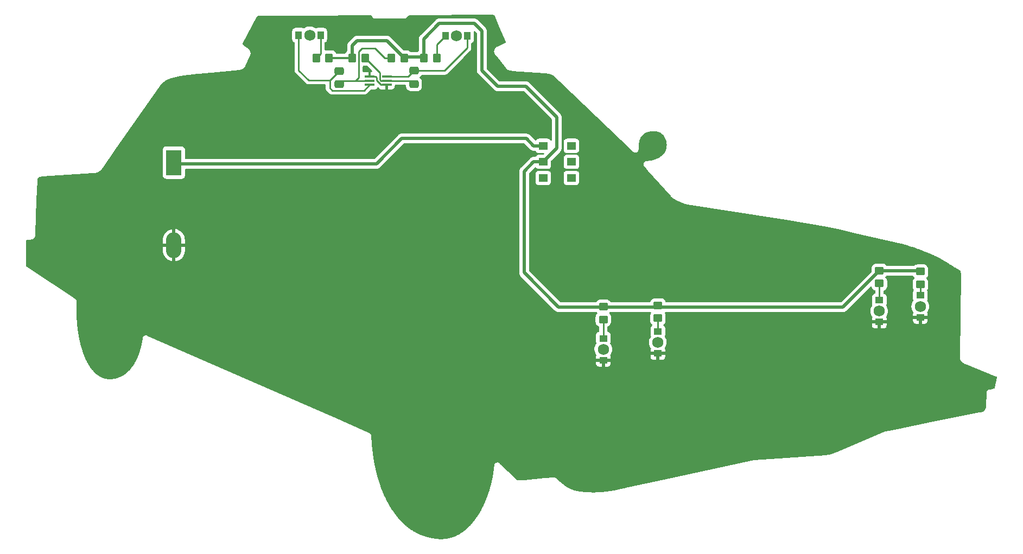
<source format=gtl>
%TF.GenerationSoftware,KiCad,Pcbnew,(5.99.0-8452-g479487ceb1)*%
%TF.CreationDate,2021-02-17T16:52:36+01:00*%
%TF.ProjectId,Hausaufgabe,48617573-6175-4666-9761-62652e6b6963,rev?*%
%TF.SameCoordinates,Original*%
%TF.FileFunction,Copper,L1,Top*%
%TF.FilePolarity,Positive*%
%FSLAX46Y46*%
G04 Gerber Fmt 4.6, Leading zero omitted, Abs format (unit mm)*
G04 Created by KiCad (PCBNEW (5.99.0-8452-g479487ceb1)) date 2021-02-17 16:52:36*
%MOMM*%
%LPD*%
G01*
G04 APERTURE LIST*
G04 Aperture macros list*
%AMRoundRect*
0 Rectangle with rounded corners*
0 $1 Rounding radius*
0 $2 $3 $4 $5 $6 $7 $8 $9 X,Y pos of 4 corners*
0 Add a 4 corners polygon primitive as box body*
4,1,4,$2,$3,$4,$5,$6,$7,$8,$9,$2,$3,0*
0 Add four circle primitives for the rounded corners*
1,1,$1+$1,$2,$3*
1,1,$1+$1,$4,$5*
1,1,$1+$1,$6,$7*
1,1,$1+$1,$8,$9*
0 Add four rect primitives between the rounded corners*
20,1,$1+$1,$2,$3,$4,$5,0*
20,1,$1+$1,$4,$5,$6,$7,0*
20,1,$1+$1,$6,$7,$8,$9,0*
20,1,$1+$1,$8,$9,$2,$3,0*%
G04 Aperture macros list end*
%TA.AperFunction,SMDPad,CuDef*%
%ADD10RoundRect,0.250000X0.350000X0.450000X-0.350000X0.450000X-0.350000X-0.450000X0.350000X-0.450000X0*%
%TD*%
%TA.AperFunction,SMDPad,CuDef*%
%ADD11RoundRect,0.250000X-0.350000X-0.450000X0.350000X-0.450000X0.350000X0.450000X-0.350000X0.450000X0*%
%TD*%
%TA.AperFunction,SMDPad,CuDef*%
%ADD12R,1.400000X1.200000*%
%TD*%
%TA.AperFunction,SMDPad,CuDef*%
%ADD13RoundRect,0.250000X0.450000X-0.350000X0.450000X0.350000X-0.450000X0.350000X-0.450000X-0.350000X0*%
%TD*%
%TA.AperFunction,WasherPad*%
%ADD14C,1.740000*%
%TD*%
%TA.AperFunction,SMDPad,CuDef*%
%ADD15R,1.250000X1.000000*%
%TD*%
%TA.AperFunction,SMDPad,CuDef*%
%ADD16RoundRect,0.250000X-0.475000X0.337500X-0.475000X-0.337500X0.475000X-0.337500X0.475000X0.337500X0*%
%TD*%
%TA.AperFunction,SMDPad,CuDef*%
%ADD17R,1.000000X1.250000*%
%TD*%
%TA.AperFunction,SMDPad,CuDef*%
%ADD18R,1.500000X0.400000*%
%TD*%
%TA.AperFunction,ComponentPad*%
%ADD19R,2.410000X4.020000*%
%TD*%
%TA.AperFunction,ComponentPad*%
%ADD20O,2.410000X4.020000*%
%TD*%
%TA.AperFunction,Conductor*%
%ADD21C,0.250000*%
%TD*%
%TA.AperFunction,Conductor*%
%ADD22C,0.500000*%
%TD*%
%TA.AperFunction,Conductor*%
%ADD23C,0.350000*%
%TD*%
G04 APERTURE END LIST*
D10*
%TO.P,R2,1*%
%TO.N,+9V*%
X127492000Y-69596000D03*
%TO.P,R2,2*%
%TO.N,Net-(C1-Pad2)*%
X125492000Y-69596000D03*
%TD*%
%TO.P,R1,1*%
%TO.N,+9V*%
X115792000Y-69596000D03*
%TO.P,R1,2*%
%TO.N,Net-(D1-Pad2)*%
X113792000Y-69596000D03*
%TD*%
D11*
%TO.P,R4,1*%
%TO.N,+9V*%
X130572000Y-69596000D03*
%TO.P,R4,2*%
%TO.N,Net-(D2-Pad2)*%
X132572000Y-69596000D03*
%TD*%
D12*
%TO.P,SW1,1,A*%
%TO.N,Net-(BT1-Pad1)*%
X149190000Y-83300000D03*
%TO.P,SW1,2,B*%
%TO.N,+9V*%
X149190000Y-85800000D03*
%TO.P,SW1,3*%
%TO.N,N/C*%
X149190000Y-88300000D03*
%TO.P,SW1,4*%
X153590000Y-83300000D03*
%TO.P,SW1,5*%
X153590000Y-85800000D03*
%TO.P,SW1,6*%
X153590000Y-88300000D03*
%TD*%
D13*
%TO.P,R7,1*%
%TO.N,Net-(D5-Pad2)*%
X201640000Y-104790000D03*
%TO.P,R7,2*%
%TO.N,+9V*%
X201640000Y-102790000D03*
%TD*%
%TO.P,R6,1*%
%TO.N,Net-(D4-Pad2)*%
X167080000Y-110200000D03*
%TO.P,R6,2*%
%TO.N,+9V*%
X167080000Y-108200000D03*
%TD*%
D14*
%TO.P,D4,*%
%TO.N,*%
X167070000Y-113990000D03*
D15*
%TO.P,D4,1,K*%
%TO.N,GND*%
X167078000Y-115690000D03*
%TO.P,D4,2,A*%
%TO.N,Net-(D4-Pad2)*%
X167080000Y-112290000D03*
%TD*%
D14*
%TO.P,D3,*%
%TO.N,*%
X158560000Y-115050000D03*
D15*
%TO.P,D3,1,K*%
%TO.N,GND*%
X158568000Y-116750000D03*
%TO.P,D3,2,A*%
%TO.N,Net-(D3-Pad2)*%
X158570000Y-113350000D03*
%TD*%
D16*
%TO.P,C2,1*%
%TO.N,Net-(C2-Pad1)*%
X129032000Y-71585000D03*
%TO.P,C2,2*%
%TO.N,Net-(C2-Pad2)*%
X129032000Y-73660000D03*
%TD*%
D14*
%TO.P,D2,*%
%TO.N,*%
X135635000Y-66140000D03*
D17*
%TO.P,D2,1,K*%
%TO.N,Net-(C2-Pad1)*%
X137335000Y-66132000D03*
%TO.P,D2,2,A*%
%TO.N,Net-(D2-Pad2)*%
X133935000Y-66130000D03*
%TD*%
D13*
%TO.P,R8,1*%
%TO.N,Net-(D6-Pad2)*%
X208040000Y-104930000D03*
%TO.P,R8,2*%
%TO.N,+9V*%
X208040000Y-102930000D03*
%TD*%
D14*
%TO.P,D6,*%
%TO.N,*%
X208020000Y-108355000D03*
D15*
%TO.P,D6,1,K*%
%TO.N,GND*%
X208028000Y-110055000D03*
%TO.P,D6,2,A*%
%TO.N,Net-(D6-Pad2)*%
X208030000Y-106655000D03*
%TD*%
D14*
%TO.P,D1,*%
%TO.N,*%
X112750000Y-66040000D03*
D17*
%TO.P,D1,1,K*%
%TO.N,Net-(C1-Pad1)*%
X111050000Y-66048000D03*
%TO.P,D1,2,A*%
%TO.N,Net-(D1-Pad2)*%
X114450000Y-66050000D03*
%TD*%
D13*
%TO.P,R5,1*%
%TO.N,Net-(D3-Pad2)*%
X158570000Y-110400000D03*
%TO.P,R5,2*%
%TO.N,+9V*%
X158570000Y-108400000D03*
%TD*%
D16*
%TO.P,C1,1*%
%TO.N,Net-(C1-Pad1)*%
X117348000Y-71606500D03*
%TO.P,C1,2*%
%TO.N,Net-(C1-Pad2)*%
X117348000Y-73681500D03*
%TD*%
D18*
%TO.P,Q1,1,E1*%
%TO.N,GND*%
X122114000Y-72502000D03*
%TO.P,Q1,2,B1*%
%TO.N,Net-(C1-Pad2)*%
X122114000Y-73152000D03*
%TO.P,Q1,3,C2*%
%TO.N,Net-(C1-Pad1)*%
X122114000Y-73802000D03*
%TO.P,Q1,4,E2*%
%TO.N,GND*%
X124774000Y-73802000D03*
%TO.P,Q1,5,B2*%
%TO.N,Net-(C2-Pad2)*%
X124774000Y-73152000D03*
%TO.P,Q1,6,C1*%
%TO.N,Net-(C2-Pad1)*%
X124774000Y-72502000D03*
%TD*%
D14*
%TO.P,D5,*%
%TO.N,*%
X201610000Y-109100000D03*
D15*
%TO.P,D5,1,K*%
%TO.N,GND*%
X201618000Y-110800000D03*
%TO.P,D5,2,A*%
%TO.N,Net-(D5-Pad2)*%
X201620000Y-107400000D03*
%TD*%
D11*
%TO.P,R3,1*%
%TO.N,+9V*%
X119396000Y-69596000D03*
%TO.P,R3,2*%
%TO.N,Net-(C2-Pad2)*%
X121396000Y-69596000D03*
%TD*%
D19*
%TO.P,BT1,1,+*%
%TO.N,Net-(BT1-Pad1)*%
X91573656Y-85928767D03*
D20*
%TO.P,BT1,2,-*%
%TO.N,GND*%
X91573656Y-98808767D03*
%TD*%
D21*
%TO.N,GND*%
X123189011Y-73102031D02*
X123888980Y-73802000D01*
X122114000Y-72502000D02*
X122999020Y-72502000D01*
X123888980Y-73802000D02*
X124774000Y-73802000D01*
X158574307Y-116658693D02*
X158558000Y-116675000D01*
X123189011Y-72691991D02*
X123189011Y-73102031D01*
X122999020Y-72502000D02*
X123189011Y-72691991D01*
%TO.N,Net-(C1-Pad2)*%
X120934023Y-68072000D02*
X122954301Y-68072000D01*
X120411011Y-68595012D02*
X120934023Y-68072000D01*
X125560506Y-69418693D02*
X125560506Y-69568693D01*
X119888000Y-73152000D02*
X122114000Y-73152000D01*
X122954301Y-68072000D02*
X124478301Y-69596000D01*
X117877500Y-73152000D02*
X119888000Y-73152000D01*
X120411011Y-72628989D02*
X120411011Y-68595012D01*
X124478301Y-69596000D02*
X125492000Y-69596000D01*
X125560506Y-69568693D02*
X125510506Y-69618693D01*
X117348000Y-73681500D02*
X117877500Y-73152000D01*
X119888000Y-73152000D02*
X120411011Y-72628989D01*
%TO.N,Net-(C1-Pad1)*%
X115885807Y-73068693D02*
X117348000Y-71606500D01*
X115885807Y-73068693D02*
X115885807Y-74291408D01*
X111050000Y-71533187D02*
X111050000Y-66048000D01*
X115210506Y-73068693D02*
X115885807Y-73068693D01*
X115885807Y-74291408D02*
X116270399Y-74676000D01*
X116270399Y-74676000D02*
X121240000Y-74676000D01*
X114060506Y-73068693D02*
X115210506Y-73068693D01*
X115210506Y-73068693D02*
X112585506Y-73068693D01*
X121240000Y-74676000D02*
X122114000Y-73802000D01*
X112585506Y-73068693D02*
X111050000Y-71533187D01*
%TO.N,Net-(C2-Pad2)*%
X123888980Y-73152000D02*
X123698989Y-72962009D01*
X124774000Y-73152000D02*
X128524000Y-73152000D01*
X128524000Y-73152000D02*
X129032000Y-73660000D01*
X123698989Y-71898989D02*
X121396000Y-69596000D01*
X124774000Y-73152000D02*
X123888980Y-73152000D01*
X123698989Y-72962009D02*
X123698989Y-71898989D01*
%TO.N,Net-(C2-Pad1)*%
X136483000Y-68896199D02*
X136274599Y-69104599D01*
X136274599Y-69104599D02*
X137335000Y-68044198D01*
X124774000Y-72502000D02*
X128115000Y-72502000D01*
X133794199Y-71585000D02*
X129032000Y-71585000D01*
X137335000Y-68044198D02*
X137335000Y-66132000D01*
X136274599Y-69104599D02*
X133794199Y-71585000D01*
X128115000Y-72502000D02*
X129032000Y-71585000D01*
%TO.N,Net-(D1-Pad2)*%
X113792000Y-69596000D02*
X114450000Y-68938000D01*
X114450000Y-68938000D02*
X114450000Y-66050000D01*
%TO.N,Net-(D2-Pad2)*%
X132572000Y-69596000D02*
X132572000Y-67493000D01*
X132572000Y-67493000D02*
X133935000Y-66130000D01*
%TO.N,Net-(D3-Pad2)*%
X158570000Y-113350000D02*
X158570000Y-110400000D01*
%TO.N,Net-(D4-Pad2)*%
X167080000Y-112290000D02*
X167080000Y-110200000D01*
%TO.N,Net-(D5-Pad2)*%
X201640000Y-104790000D02*
X201640000Y-107380000D01*
X201640000Y-107380000D02*
X201620000Y-107400000D01*
%TO.N,Net-(D6-Pad2)*%
X208040000Y-106645000D02*
X208030000Y-106655000D01*
X208040000Y-104930000D02*
X208040000Y-106645000D01*
D22*
%TO.N,+9V*%
X139620000Y-71548000D02*
X142082000Y-74010000D01*
X151290000Y-78830000D02*
X151290000Y-83700000D01*
X166790000Y-108490000D02*
X167080000Y-108200000D01*
X146470000Y-74010000D02*
X151290000Y-78830000D01*
X149190000Y-85800000D02*
X147690000Y-85800000D01*
D23*
X119396000Y-69590000D02*
X115798000Y-69590000D01*
D22*
X207900000Y-102790000D02*
X208040000Y-102930000D01*
X142082000Y-74010000D02*
X146470000Y-74010000D01*
D23*
X115798000Y-69590000D02*
X115792000Y-69596000D01*
D22*
X147690000Y-85800000D02*
X146200000Y-87290000D01*
X158490000Y-108480000D02*
X158570000Y-108400000D01*
X151590000Y-108480000D02*
X195950000Y-108480000D01*
X146200000Y-87290000D02*
X146200000Y-103090000D01*
X201620000Y-103020000D02*
X201620000Y-102980000D01*
X130560506Y-69418693D02*
X130560506Y-66619494D01*
X127330693Y-69418693D02*
X130560506Y-69418693D01*
X119396000Y-67674000D02*
X120180000Y-66890000D01*
X139620000Y-65400000D02*
X139620000Y-71548000D01*
X120180000Y-66890000D02*
X124802000Y-66890000D01*
X119396000Y-69590000D02*
X119396000Y-67674000D01*
X151290000Y-83700000D02*
X149190000Y-85800000D01*
X167080000Y-108200000D02*
X167280000Y-108400000D01*
X130560506Y-66619494D02*
X132970000Y-64210000D01*
X201640000Y-102790000D02*
X207900000Y-102790000D01*
X195950000Y-108480000D02*
X201640000Y-102790000D01*
X132970000Y-64210000D02*
X138430000Y-64210000D01*
X158570000Y-108400000D02*
X158660000Y-108490000D01*
X138430000Y-64210000D02*
X139620000Y-65400000D01*
X124802000Y-66890000D02*
X127330693Y-69418693D01*
X195950000Y-108480000D02*
X196030000Y-108400000D01*
X146200000Y-103090000D02*
X151590000Y-108480000D01*
%TO.N,Net-(BT1-Pad1)*%
X149030000Y-83300000D02*
X149110000Y-83380000D01*
X91970000Y-86120000D02*
X123176000Y-86120000D01*
X123176000Y-86120000D02*
X127126000Y-82170000D01*
X127126000Y-82170000D02*
X146570000Y-82170000D01*
X147700000Y-83300000D02*
X149030000Y-83300000D01*
X146570000Y-82170000D02*
X147700000Y-83300000D01*
%TD*%
%TA.AperFunction,Conductor*%
%TO.N,GND*%
G36*
X141267716Y-62842910D02*
G01*
X141282442Y-62843683D01*
X141291153Y-62844445D01*
X141313965Y-62847241D01*
X141313970Y-62847242D01*
X141319395Y-62847907D01*
X141327464Y-62849163D01*
X141335004Y-62850588D01*
X141343085Y-62852392D01*
X141358102Y-62856267D01*
X141358111Y-62856269D01*
X141360799Y-62856962D01*
X141372920Y-62860090D01*
X141381355Y-62862585D01*
X141386446Y-62864287D01*
X141393207Y-62866548D01*
X141399264Y-62868573D01*
X141405963Y-62871026D01*
X141419449Y-62876402D01*
X141425897Y-62879184D01*
X141448714Y-62889793D01*
X141455078Y-62892974D01*
X141470563Y-62901268D01*
X141476423Y-62904612D01*
X141500477Y-62919204D01*
X141505212Y-62922222D01*
X141511061Y-62926137D01*
X141515201Y-62929030D01*
X141535310Y-62943690D01*
X141540411Y-62947612D01*
X141561003Y-62964302D01*
X141565944Y-62968526D01*
X141568669Y-62970981D01*
X141583886Y-62984694D01*
X141589023Y-62989594D01*
X141610070Y-63010838D01*
X141636786Y-63050859D01*
X141822467Y-63494385D01*
X142370547Y-64803554D01*
X143318529Y-67067949D01*
X143320950Y-67073733D01*
X143328806Y-67144294D01*
X143297266Y-67207901D01*
X143257917Y-67236612D01*
X142061160Y-67793949D01*
X142061148Y-67793955D01*
X142061133Y-67793962D01*
X142058858Y-67795021D01*
X142058846Y-67795026D01*
X142058819Y-67795034D01*
X142027486Y-67809624D01*
X142027469Y-67809631D01*
X142014069Y-67815868D01*
X142001754Y-67820829D01*
X141974779Y-67830075D01*
X141966289Y-67832985D01*
X141925685Y-67861647D01*
X141916380Y-67868215D01*
X141912561Y-67870807D01*
X141868881Y-67899302D01*
X141868879Y-67899304D01*
X141861363Y-67904207D01*
X141855527Y-67911020D01*
X141855523Y-67911024D01*
X141836404Y-67933346D01*
X141822597Y-67946644D01*
X141822665Y-67946717D01*
X141819094Y-67950031D01*
X141815283Y-67953055D01*
X141811982Y-67956630D01*
X141811978Y-67956634D01*
X141801478Y-67968007D01*
X141796546Y-67973057D01*
X141784256Y-67984954D01*
X141781509Y-67988497D01*
X141778777Y-67991547D01*
X141770817Y-67999663D01*
X141767219Y-68003015D01*
X141764208Y-68006844D01*
X141759159Y-68013264D01*
X141752694Y-68020848D01*
X141746031Y-68028065D01*
X141743487Y-68031758D01*
X141743486Y-68031759D01*
X141737768Y-68040059D01*
X141733050Y-68046465D01*
X141710107Y-68075639D01*
X141706147Y-68080426D01*
X141692271Y-68096384D01*
X141689679Y-68100506D01*
X141689562Y-68100664D01*
X141686360Y-68105209D01*
X141686417Y-68105248D01*
X141683897Y-68108969D01*
X141681131Y-68112487D01*
X141678888Y-68116367D01*
X141678886Y-68116370D01*
X141670725Y-68130487D01*
X141668308Y-68134495D01*
X141659474Y-68148545D01*
X141655677Y-68154235D01*
X141647192Y-68166232D01*
X141644186Y-68170482D01*
X141642024Y-68174834D01*
X141642023Y-68174835D01*
X141641355Y-68176180D01*
X141637406Y-68183220D01*
X141635902Y-68186038D01*
X141633508Y-68189846D01*
X141625444Y-68207950D01*
X141623204Y-68212708D01*
X141609425Y-68240438D01*
X141607756Y-68243676D01*
X141595978Y-68265729D01*
X141594369Y-68270334D01*
X141594348Y-68270383D01*
X141593701Y-68272085D01*
X141592517Y-68274468D01*
X141591471Y-68277635D01*
X141590723Y-68278710D01*
X141589338Y-68282838D01*
X141573518Y-68329995D01*
X141573013Y-68331470D01*
X141562668Y-68361088D01*
X141557946Y-68374606D01*
X141557297Y-68377910D01*
X141556429Y-68380777D01*
X141556267Y-68381419D01*
X141554720Y-68386032D01*
X141553902Y-68390820D01*
X141553901Y-68390824D01*
X141550791Y-68409031D01*
X141550607Y-68409796D01*
X141549976Y-68411120D01*
X141547151Y-68428602D01*
X141546568Y-68432207D01*
X141545823Y-68436370D01*
X141543839Y-68446480D01*
X141536725Y-68482725D01*
X141537147Y-68487362D01*
X141536664Y-68491720D01*
X141533062Y-68512802D01*
X141532990Y-68515492D01*
X141532757Y-68517283D01*
X141532692Y-68518062D01*
X141531915Y-68522870D01*
X141531695Y-68561003D01*
X141531695Y-68561005D01*
X141531684Y-68562890D01*
X141531642Y-68565474D01*
X141531295Y-68578316D01*
X141531294Y-68578320D01*
X141530610Y-68578301D01*
X141530937Y-68580368D01*
X141531240Y-68580376D01*
X141530990Y-68589637D01*
X141530676Y-68601278D01*
X141530541Y-68604623D01*
X141530498Y-68605419D01*
X141530498Y-68605426D01*
X141530497Y-68605456D01*
X141530496Y-68605458D01*
X141530238Y-68610276D01*
X141529904Y-68610258D01*
X141530081Y-68611796D01*
X141530392Y-68611804D01*
X141530092Y-68622943D01*
X141531311Y-68627573D01*
X141531303Y-68629040D01*
X141531913Y-68633481D01*
X141534168Y-68649902D01*
X141534699Y-68654353D01*
X141535701Y-68664250D01*
X141536153Y-68670049D01*
X141536881Y-68683331D01*
X141537352Y-68691929D01*
X141538364Y-68696695D01*
X141538717Y-68699353D01*
X141538938Y-68700771D01*
X141539076Y-68700747D01*
X141539844Y-68705166D01*
X141540295Y-68709627D01*
X141541374Y-68713977D01*
X141543325Y-68721841D01*
X141544117Y-68725963D01*
X141545073Y-68729304D01*
X141546262Y-68737963D01*
X141546294Y-68738199D01*
X141546260Y-68738204D01*
X141546232Y-68742210D01*
X141547927Y-68741845D01*
X141547969Y-68741939D01*
X141548000Y-68742083D01*
X141547976Y-68742408D01*
X141548065Y-68742389D01*
X141550410Y-68753436D01*
X141551444Y-68758901D01*
X141554318Y-68776158D01*
X141554320Y-68776165D01*
X141555118Y-68780959D01*
X141556644Y-68785572D01*
X141556776Y-68786107D01*
X141557596Y-68788758D01*
X141558791Y-68792908D01*
X141559720Y-68797283D01*
X141567192Y-68817659D01*
X141568502Y-68821420D01*
X141569186Y-68823488D01*
X141570208Y-68826578D01*
X141572345Y-68833751D01*
X141577101Y-68851647D01*
X141580349Y-68859036D01*
X141584630Y-68870176D01*
X141586156Y-68874789D01*
X141586727Y-68875937D01*
X141591972Y-68892250D01*
X141594317Y-68902191D01*
X141598747Y-68909998D01*
X141613379Y-68935787D01*
X141618958Y-68946902D01*
X141619086Y-68947145D01*
X141620893Y-68951255D01*
X141623258Y-68955056D01*
X141623259Y-68955059D01*
X141633921Y-68972199D01*
X141636521Y-68976574D01*
X141650179Y-69000647D01*
X141653206Y-69004464D01*
X141655347Y-69007639D01*
X141660628Y-69015136D01*
X141679088Y-69044814D01*
X141685775Y-69050796D01*
X141685777Y-69050799D01*
X141692153Y-69056503D01*
X141706858Y-69072107D01*
X141719413Y-69087936D01*
X141719501Y-69088019D01*
X141719648Y-69088192D01*
X141757510Y-69135932D01*
X141877515Y-69287246D01*
X143354453Y-71149516D01*
X143354445Y-71149522D01*
X143354475Y-71149544D01*
X143358586Y-71154731D01*
X143368412Y-71169058D01*
X143373019Y-71176884D01*
X143376104Y-71180648D01*
X143382670Y-71188660D01*
X143388178Y-71195900D01*
X143392301Y-71201744D01*
X143395092Y-71205701D01*
X143398167Y-71208959D01*
X143398168Y-71208960D01*
X143402036Y-71213058D01*
X143414415Y-71228425D01*
X143415953Y-71230674D01*
X143419376Y-71235680D01*
X143422707Y-71239226D01*
X143422708Y-71239227D01*
X143430806Y-71247847D01*
X143436424Y-71254248D01*
X143441046Y-71259887D01*
X143444964Y-71264668D01*
X143448237Y-71267669D01*
X143449720Y-71269393D01*
X143449772Y-71269345D01*
X143453057Y-71272936D01*
X143456054Y-71276767D01*
X143459600Y-71280088D01*
X143459606Y-71280094D01*
X143469070Y-71288956D01*
X143474776Y-71294653D01*
X143476164Y-71296130D01*
X143484775Y-71305296D01*
X143488276Y-71308094D01*
X143491570Y-71311136D01*
X143491535Y-71311174D01*
X143502968Y-71321934D01*
X143507195Y-71326610D01*
X143519278Y-71336408D01*
X143526016Y-71342280D01*
X143535013Y-71350705D01*
X143538691Y-71353277D01*
X143542166Y-71356096D01*
X143542037Y-71356255D01*
X143546759Y-71360135D01*
X143546847Y-71360028D01*
X143550602Y-71363114D01*
X143554116Y-71366488D01*
X143558102Y-71369278D01*
X143558111Y-71369285D01*
X143566996Y-71375503D01*
X143574103Y-71380861D01*
X143580329Y-71385909D01*
X143580333Y-71385912D01*
X143583816Y-71388736D01*
X143587660Y-71391036D01*
X143587671Y-71391043D01*
X143594323Y-71395022D01*
X143601895Y-71399928D01*
X143601975Y-71399984D01*
X143607921Y-71404412D01*
X143618782Y-71413009D01*
X143622600Y-71416031D01*
X143628058Y-71419121D01*
X143629423Y-71419894D01*
X143639585Y-71426306D01*
X143643382Y-71428963D01*
X143660126Y-71437434D01*
X143665289Y-71440200D01*
X143669605Y-71442643D01*
X143683775Y-71450665D01*
X143690638Y-71454846D01*
X143705163Y-71464346D01*
X143709592Y-71466349D01*
X143709594Y-71466350D01*
X143713776Y-71468241D01*
X143723927Y-71473397D01*
X143725442Y-71474255D01*
X143725451Y-71474259D01*
X143729347Y-71476465D01*
X143744354Y-71482336D01*
X143759977Y-71489722D01*
X143763231Y-71491543D01*
X143769031Y-71494789D01*
X143784285Y-71500457D01*
X143792317Y-71503760D01*
X143804201Y-71509135D01*
X143812517Y-71511548D01*
X143830613Y-71518345D01*
X143835208Y-71520486D01*
X143839627Y-71522545D01*
X143844305Y-71523898D01*
X143844307Y-71523899D01*
X143847071Y-71524698D01*
X143853658Y-71526604D01*
X143862525Y-71529529D01*
X143873219Y-71533503D01*
X143877594Y-71534451D01*
X143877599Y-71534453D01*
X143886133Y-71536303D01*
X143894455Y-71538407D01*
X143904668Y-71541362D01*
X143915035Y-71544856D01*
X143925130Y-71548755D01*
X143929892Y-71549790D01*
X143929894Y-71549791D01*
X143941477Y-71552310D01*
X143949716Y-71554395D01*
X143957443Y-71556630D01*
X143962697Y-71558150D01*
X143967141Y-71558773D01*
X143967144Y-71558774D01*
X143971757Y-71559421D01*
X143973915Y-71559723D01*
X143983226Y-71561388D01*
X143984126Y-71561584D01*
X143996677Y-71565030D01*
X143996995Y-71565109D01*
X144001603Y-71566644D01*
X144006398Y-71567453D01*
X144006404Y-71567454D01*
X144024488Y-71570503D01*
X144030317Y-71571627D01*
X144045472Y-71574923D01*
X144045477Y-71574924D01*
X144049856Y-71575876D01*
X144054334Y-71576198D01*
X144058756Y-71576835D01*
X144058751Y-71576868D01*
X144071242Y-71578701D01*
X144074781Y-71579783D01*
X144079589Y-71580472D01*
X144104779Y-71584082D01*
X144107841Y-71584560D01*
X144121494Y-71586862D01*
X144130129Y-71588318D01*
X144130131Y-71588318D01*
X144134542Y-71589062D01*
X144138795Y-71589168D01*
X144143476Y-71589721D01*
X144163131Y-71592476D01*
X144174040Y-71594501D01*
X144184210Y-71596856D01*
X144196271Y-71597739D01*
X144201302Y-71598108D01*
X144206609Y-71598674D01*
X144207727Y-71598834D01*
X144208111Y-71598834D01*
X144209593Y-71598992D01*
X144218938Y-71600302D01*
X144223381Y-71600925D01*
X144227864Y-71600912D01*
X144227865Y-71600912D01*
X144234336Y-71600893D01*
X144243894Y-71601228D01*
X144252871Y-71601884D01*
X144257090Y-71602193D01*
X144257102Y-71602197D01*
X144257102Y-71602194D01*
X144282415Y-71604048D01*
X144282423Y-71604048D01*
X144282434Y-71604049D01*
X144282453Y-71604049D01*
X146874863Y-71793740D01*
X149441261Y-71981528D01*
X149444829Y-71981840D01*
X149524538Y-71989990D01*
X149546351Y-71992220D01*
X149546879Y-71992276D01*
X149590096Y-71996879D01*
X149602223Y-71998170D01*
X149602726Y-71998225D01*
X149674218Y-72006206D01*
X149677165Y-72006535D01*
X149678165Y-72006651D01*
X149777369Y-72018655D01*
X149778930Y-72018856D01*
X149865863Y-72030591D01*
X149867991Y-72030896D01*
X149952592Y-72043790D01*
X149954979Y-72044178D01*
X149976967Y-72047966D01*
X149987157Y-72049722D01*
X149991355Y-72050446D01*
X149991358Y-72050447D01*
X150021552Y-72055651D01*
X150024643Y-72056223D01*
X150078808Y-72066956D01*
X150113290Y-72073789D01*
X150117064Y-72074598D01*
X150125038Y-72076436D01*
X150151824Y-72082611D01*
X150187763Y-72090896D01*
X150191117Y-72091718D01*
X150215322Y-72098002D01*
X150236095Y-72103395D01*
X150239441Y-72104314D01*
X150292945Y-72119800D01*
X150297415Y-72121186D01*
X150353850Y-72139864D01*
X150367697Y-72144447D01*
X150373238Y-72146426D01*
X150438878Y-72171608D01*
X150444739Y-72174027D01*
X150458912Y-72180300D01*
X150508427Y-72202216D01*
X150512882Y-72204188D01*
X150517804Y-72206496D01*
X150525267Y-72210195D01*
X150525269Y-72210196D01*
X150525663Y-72210391D01*
X150557131Y-72225988D01*
X150560733Y-72227847D01*
X150565593Y-72230456D01*
X150593988Y-72245702D01*
X150598103Y-72248014D01*
X150654499Y-72281114D01*
X150659679Y-72284325D01*
X150723162Y-72325838D01*
X150727344Y-72328696D01*
X150765403Y-72355851D01*
X150768544Y-72358167D01*
X150796806Y-72379683D01*
X150796812Y-72379687D01*
X150808530Y-72388609D01*
X150811693Y-72391098D01*
X150826933Y-72403490D01*
X150860437Y-72430734D01*
X150863513Y-72433318D01*
X150911145Y-72474653D01*
X150913876Y-72477093D01*
X150918769Y-72481595D01*
X150957268Y-72517019D01*
X150959524Y-72519095D01*
X150961992Y-72521429D01*
X151009990Y-72568096D01*
X151011977Y-72570075D01*
X151022914Y-72581227D01*
X151028311Y-72586729D01*
X151032630Y-72591133D01*
X151036549Y-72595652D01*
X151036694Y-72595522D01*
X151039938Y-72599138D01*
X151042903Y-72603004D01*
X151046423Y-72606364D01*
X151046427Y-72606369D01*
X151062953Y-72622146D01*
X151065883Y-72625037D01*
X151083049Y-72642538D01*
X151086609Y-72645260D01*
X151089972Y-72648233D01*
X151089898Y-72648317D01*
X151094396Y-72652163D01*
X151112368Y-72669321D01*
X151112385Y-72669338D01*
X151112398Y-72669356D01*
X151112450Y-72669406D01*
X151112462Y-72669418D01*
X151139891Y-72695597D01*
X151139984Y-72695686D01*
X151143799Y-72699327D01*
X151165193Y-72719752D01*
X151165214Y-72719767D01*
X151742391Y-73270661D01*
X163187124Y-84194244D01*
X163194776Y-84202219D01*
X163215003Y-84225242D01*
X163223023Y-84234371D01*
X163230603Y-84239181D01*
X163230605Y-84239183D01*
X163269886Y-84264111D01*
X163275569Y-84267938D01*
X163303787Y-84288077D01*
X163320718Y-84300161D01*
X163329188Y-84303113D01*
X163333665Y-84305430D01*
X163338257Y-84307498D01*
X163345832Y-84312306D01*
X163354453Y-84314794D01*
X163354455Y-84314795D01*
X163375322Y-84320817D01*
X163399175Y-84327702D01*
X163405673Y-84329770D01*
X163458066Y-84348031D01*
X163467028Y-84348487D01*
X163471984Y-84349457D01*
X163476957Y-84350151D01*
X163485579Y-84352640D01*
X163494553Y-84352609D01*
X163494556Y-84352609D01*
X163541071Y-84352446D01*
X163547920Y-84352608D01*
X163594365Y-84354974D01*
X163594369Y-84354974D01*
X163603328Y-84355430D01*
X163612057Y-84353353D01*
X163617084Y-84352892D01*
X163622055Y-84352162D01*
X163631029Y-84352131D01*
X163684249Y-84336366D01*
X163690867Y-84334600D01*
X163736094Y-84323838D01*
X163736097Y-84323837D01*
X163744829Y-84321759D01*
X163752629Y-84317312D01*
X163757328Y-84315458D01*
X163761883Y-84313368D01*
X163770491Y-84310818D01*
X163817144Y-84280751D01*
X163822987Y-84277207D01*
X163863391Y-84254175D01*
X163863392Y-84254174D01*
X163871192Y-84249728D01*
X163877433Y-84243269D01*
X163881419Y-84240173D01*
X163885207Y-84236886D01*
X163892751Y-84232024D01*
X163929096Y-84190064D01*
X163933697Y-84185037D01*
X163972258Y-84145127D01*
X163976433Y-84137179D01*
X163979394Y-84133084D01*
X163982107Y-84128867D01*
X163987982Y-84122084D01*
X163991717Y-84113926D01*
X163991720Y-84113921D01*
X164011080Y-84071631D01*
X164014102Y-84065478D01*
X164035730Y-84024310D01*
X164039905Y-84016363D01*
X164041680Y-84007571D01*
X164043360Y-84002845D01*
X164044792Y-83997995D01*
X164048528Y-83989834D01*
X164053850Y-83953355D01*
X164056537Y-83934936D01*
X164057709Y-83928190D01*
X164066915Y-83882592D01*
X164066915Y-83882590D01*
X164068692Y-83873789D01*
X164064747Y-83827624D01*
X164064295Y-83818108D01*
X164062802Y-83662891D01*
X164062832Y-83658687D01*
X164063255Y-83640883D01*
X164068617Y-83415176D01*
X164068798Y-83410773D01*
X164069113Y-83405428D01*
X164075684Y-83293859D01*
X164075960Y-83290130D01*
X164092385Y-83105536D01*
X164093016Y-83099886D01*
X164121176Y-82890781D01*
X164122334Y-82883709D01*
X164147421Y-82753791D01*
X164163269Y-82671725D01*
X164164961Y-82664212D01*
X164199277Y-82531000D01*
X164209975Y-82489474D01*
X164212119Y-82482094D01*
X164218177Y-82463390D01*
X164261688Y-82329055D01*
X164264376Y-82321571D01*
X164270117Y-82307051D01*
X164287028Y-82264272D01*
X164318141Y-82185572D01*
X164321658Y-82177510D01*
X164321915Y-82176974D01*
X164389541Y-82035644D01*
X164393662Y-82027763D01*
X164394288Y-82026663D01*
X164394354Y-82026545D01*
X164452559Y-81924126D01*
X164456676Y-81917384D01*
X164511661Y-81833388D01*
X164516683Y-81826267D01*
X164594690Y-81723398D01*
X164600088Y-81716760D01*
X164651866Y-81657332D01*
X164659276Y-81649527D01*
X164787922Y-81525160D01*
X164797563Y-81516746D01*
X164900075Y-81436087D01*
X164910617Y-81428635D01*
X165069388Y-81328191D01*
X165080080Y-81322136D01*
X165204685Y-81259387D01*
X165213518Y-81255358D01*
X165241537Y-81243859D01*
X165337653Y-81204413D01*
X165347116Y-81200964D01*
X165530304Y-81142388D01*
X165530307Y-81142387D01*
X165537779Y-81139998D01*
X165545487Y-81137801D01*
X165635547Y-81115204D01*
X165641771Y-81113809D01*
X165699813Y-81102333D01*
X165805106Y-81081515D01*
X165812659Y-81080260D01*
X166016154Y-81052788D01*
X166023196Y-81052039D01*
X166055512Y-81049520D01*
X166081780Y-81047472D01*
X166220994Y-81036620D01*
X166225621Y-81036345D01*
X166275831Y-81034285D01*
X166290005Y-81033703D01*
X166300517Y-81033272D01*
X166323702Y-81032321D01*
X166327103Y-81032229D01*
X166414638Y-81031045D01*
X166490946Y-81030014D01*
X166493787Y-81030007D01*
X166530755Y-81030341D01*
X166530756Y-81030341D01*
X166541157Y-81030435D01*
X166567744Y-81030676D01*
X166570469Y-81030730D01*
X166745355Y-81036098D01*
X166755827Y-81036857D01*
X166803638Y-81042333D01*
X166809791Y-81043192D01*
X166949985Y-81066298D01*
X166957679Y-81067815D01*
X166976733Y-81072193D01*
X166987443Y-81074653D01*
X166987445Y-81074654D01*
X167054072Y-81089963D01*
X167063023Y-81092369D01*
X167134483Y-81114432D01*
X167210172Y-81137801D01*
X167220222Y-81140904D01*
X167229678Y-81144241D01*
X167323959Y-81181797D01*
X167333704Y-81186166D01*
X167449028Y-81243859D01*
X167449029Y-81243860D01*
X167479364Y-81259036D01*
X167490307Y-81265211D01*
X167621195Y-81347936D01*
X167628857Y-81353183D01*
X167680611Y-81391504D01*
X167686136Y-81395838D01*
X167761536Y-81458461D01*
X167767731Y-81463961D01*
X167844276Y-81536546D01*
X167851084Y-81543521D01*
X167892688Y-81589584D01*
X167951303Y-81654483D01*
X167956904Y-81661132D01*
X168006425Y-81724229D01*
X168011680Y-81731436D01*
X168105641Y-81870375D01*
X168111094Y-81879200D01*
X168185905Y-82012235D01*
X168189825Y-82019793D01*
X168242250Y-82129811D01*
X168244974Y-82135943D01*
X168285502Y-82234141D01*
X168287479Y-82239249D01*
X168318398Y-82324610D01*
X168320040Y-82329449D01*
X168329036Y-82357828D01*
X168334415Y-82374797D01*
X168345115Y-82408553D01*
X168346838Y-82413990D01*
X168349086Y-82421083D01*
X168350787Y-82426941D01*
X168384684Y-82555330D01*
X168389236Y-82572572D01*
X168390284Y-82576845D01*
X168395663Y-82600601D01*
X168396686Y-82605591D01*
X168428914Y-82780824D01*
X168430048Y-82788223D01*
X168447405Y-82929247D01*
X168448149Y-82937540D01*
X168459972Y-83147062D01*
X168460143Y-83156854D01*
X168457254Y-83291998D01*
X168456030Y-83349232D01*
X168455676Y-83365771D01*
X168455294Y-83373246D01*
X168448425Y-83458074D01*
X168447731Y-83464557D01*
X168432779Y-83576595D01*
X168424764Y-83636652D01*
X168423352Y-83645052D01*
X168397211Y-83773812D01*
X168395349Y-83781679D01*
X168361632Y-83906182D01*
X168359096Y-83914420D01*
X168335585Y-83982420D01*
X168320680Y-84025527D01*
X168317694Y-84033317D01*
X168289836Y-84099371D01*
X168282815Y-84113481D01*
X168250467Y-84169421D01*
X168216193Y-84228691D01*
X168210557Y-84238438D01*
X168207277Y-84243797D01*
X168170802Y-84300161D01*
X168170801Y-84300163D01*
X168167308Y-84305560D01*
X168164588Y-84309590D01*
X168103878Y-84395899D01*
X168101149Y-84399631D01*
X168059301Y-84454687D01*
X168056145Y-84458669D01*
X167975102Y-84556778D01*
X167971486Y-84560962D01*
X167966996Y-84565932D01*
X167909904Y-84629121D01*
X167905947Y-84633304D01*
X167810165Y-84730038D01*
X167804987Y-84734978D01*
X167684455Y-84843615D01*
X167678468Y-84848683D01*
X167585688Y-84922381D01*
X167536918Y-84961120D01*
X167531058Y-84965503D01*
X167406259Y-85053314D01*
X167400477Y-85057148D01*
X167299041Y-85120438D01*
X167246164Y-85153430D01*
X167240150Y-85156955D01*
X167085546Y-85241918D01*
X167080882Y-85244356D01*
X167066422Y-85251533D01*
X166993268Y-85287842D01*
X166993256Y-85287848D01*
X166988070Y-85290276D01*
X166840009Y-85355553D01*
X166784161Y-85380175D01*
X166778852Y-85382373D01*
X166672131Y-85423722D01*
X166668742Y-85424979D01*
X166632064Y-85437992D01*
X166580227Y-85456384D01*
X166575890Y-85457835D01*
X166397258Y-85513961D01*
X166391656Y-85515579D01*
X166278968Y-85545293D01*
X166211179Y-85563168D01*
X166206524Y-85564301D01*
X166092028Y-85589879D01*
X166088065Y-85590696D01*
X166079579Y-85592304D01*
X166079579Y-85592303D01*
X165948894Y-85617053D01*
X165944390Y-85617822D01*
X165929479Y-85620089D01*
X165922168Y-85621201D01*
X165922167Y-85621201D01*
X165796074Y-85640373D01*
X165791621Y-85640969D01*
X165664395Y-85655695D01*
X165659018Y-85656201D01*
X165565635Y-85662970D01*
X165520064Y-85666273D01*
X165460076Y-85670621D01*
X165454652Y-85670896D01*
X165380546Y-85673025D01*
X165377212Y-85673121D01*
X165357103Y-85672088D01*
X165336528Y-85669369D01*
X165327658Y-85670738D01*
X165327657Y-85670738D01*
X165327139Y-85670818D01*
X165300973Y-85674856D01*
X165296348Y-85675444D01*
X165292627Y-85675551D01*
X165264489Y-85680408D01*
X165261253Y-85680967D01*
X165259039Y-85681328D01*
X165201659Y-85690184D01*
X165201656Y-85690185D01*
X165192779Y-85691555D01*
X165188599Y-85693511D01*
X165184051Y-85694296D01*
X165149189Y-85711371D01*
X165123823Y-85723795D01*
X165121798Y-85724765D01*
X165061035Y-85753195D01*
X165057573Y-85756244D01*
X165053427Y-85758275D01*
X165003874Y-85803516D01*
X165002213Y-85805005D01*
X164951886Y-85849333D01*
X164949419Y-85853232D01*
X164946010Y-85856344D01*
X164917996Y-85902411D01*
X164911166Y-85913642D01*
X164909985Y-85915545D01*
X164874107Y-85972242D01*
X164872833Y-85976678D01*
X164870435Y-85980621D01*
X164868111Y-85989292D01*
X164853085Y-86045353D01*
X164852484Y-86047519D01*
X164836429Y-86103413D01*
X164833951Y-86112040D01*
X164833973Y-86116658D01*
X164832779Y-86121113D01*
X164832982Y-86130082D01*
X164834191Y-86183586D01*
X164834192Y-86183589D01*
X164834320Y-86189264D01*
X164834356Y-86196721D01*
X164834321Y-86196926D01*
X164834357Y-86197085D01*
X164834646Y-86257489D01*
X164835963Y-86261913D01*
X164836067Y-86266526D01*
X164856356Y-86330505D01*
X164856997Y-86332589D01*
X164876136Y-86396897D01*
X164878640Y-86400772D01*
X164880036Y-86405173D01*
X164897068Y-86430523D01*
X164917466Y-86460884D01*
X164918700Y-86462757D01*
X164937579Y-86491970D01*
X164940056Y-86494748D01*
X164942672Y-86498403D01*
X164956142Y-86518452D01*
X164956146Y-86518457D01*
X164961151Y-86525906D01*
X164980017Y-86541627D01*
X164993393Y-86554562D01*
X165579120Y-87211421D01*
X165912766Y-87585585D01*
X166391267Y-88122196D01*
X169071007Y-91127367D01*
X169078694Y-91135988D01*
X169081203Y-91138890D01*
X169094051Y-91154213D01*
X169097178Y-91157942D01*
X169100839Y-91161144D01*
X169100880Y-91161186D01*
X169102472Y-91162654D01*
X169104385Y-91164799D01*
X169107808Y-91167684D01*
X169107812Y-91167688D01*
X169121026Y-91178825D01*
X169122768Y-91180321D01*
X169208104Y-91254950D01*
X169211073Y-91257631D01*
X169274628Y-91316875D01*
X169282549Y-91324953D01*
X169289197Y-91332372D01*
X169302875Y-91343562D01*
X169308985Y-91348901D01*
X169316266Y-91355689D01*
X169316272Y-91355694D01*
X169319543Y-91358743D01*
X169323213Y-91361297D01*
X169323221Y-91361304D01*
X169328172Y-91364750D01*
X169335967Y-91370637D01*
X169384580Y-91410410D01*
X169393460Y-91418409D01*
X169395996Y-91420922D01*
X169396003Y-91420928D01*
X169399453Y-91424346D01*
X169403393Y-91427196D01*
X169403394Y-91427197D01*
X169415074Y-91435646D01*
X169421010Y-91440215D01*
X169433450Y-91450393D01*
X169441166Y-91455055D01*
X169449853Y-91460808D01*
X169542113Y-91527551D01*
X169552392Y-91535841D01*
X169556466Y-91539496D01*
X169560549Y-91542152D01*
X169575261Y-91551722D01*
X169580405Y-91555253D01*
X169592321Y-91563873D01*
X169592330Y-91563879D01*
X169595958Y-91566503D01*
X169601366Y-91569347D01*
X169611420Y-91575241D01*
X169662342Y-91608364D01*
X169667197Y-91611686D01*
X169670462Y-91614034D01*
X169674187Y-91617175D01*
X169678347Y-91619704D01*
X169678349Y-91619705D01*
X169698506Y-91631957D01*
X169701763Y-91634006D01*
X169719146Y-91645313D01*
X169719156Y-91645318D01*
X169722914Y-91647763D01*
X169726982Y-91649651D01*
X169730901Y-91651820D01*
X169730823Y-91651961D01*
X169735670Y-91654548D01*
X169754892Y-91666232D01*
X169759819Y-91669386D01*
X169763352Y-91671765D01*
X169767168Y-91674787D01*
X169771404Y-91677186D01*
X169771408Y-91677189D01*
X169791850Y-91688767D01*
X169795178Y-91690720D01*
X169816677Y-91703787D01*
X169820797Y-91705548D01*
X169824779Y-91707596D01*
X169824708Y-91707734D01*
X169829687Y-91710197D01*
X169915336Y-91758707D01*
X169920634Y-91761882D01*
X169922556Y-91763099D01*
X169926456Y-91766012D01*
X169930752Y-91768287D01*
X169930758Y-91768291D01*
X169952259Y-91779678D01*
X169955385Y-91781391D01*
X169974032Y-91791953D01*
X169974040Y-91791957D01*
X169977937Y-91794164D01*
X169982113Y-91795799D01*
X169985440Y-91797382D01*
X169990265Y-91799807D01*
X170023834Y-91817586D01*
X170027055Y-91819418D01*
X170029760Y-91821368D01*
X170059031Y-91836245D01*
X170060784Y-91837155D01*
X170087017Y-91851048D01*
X170090130Y-91852166D01*
X170093533Y-91853781D01*
X170103326Y-91858758D01*
X170107227Y-91860884D01*
X170110342Y-91863041D01*
X170114726Y-91865164D01*
X170114731Y-91865167D01*
X170139192Y-91877013D01*
X170141350Y-91878084D01*
X170167033Y-91891137D01*
X170170586Y-91892346D01*
X170174700Y-91894208D01*
X170247952Y-91929682D01*
X170252432Y-91931851D01*
X170256830Y-91934136D01*
X170260227Y-91936385D01*
X170288920Y-91949551D01*
X170291262Y-91950656D01*
X170309972Y-91959716D01*
X170316753Y-91963000D01*
X170320599Y-91964227D01*
X170325259Y-91966225D01*
X170379417Y-91991076D01*
X170383192Y-91992943D01*
X170386288Y-91994911D01*
X170390750Y-91996859D01*
X170390754Y-91996861D01*
X170415821Y-92007804D01*
X170417954Y-92008759D01*
X170435633Y-92016870D01*
X170444353Y-92020871D01*
X170447838Y-92021903D01*
X170451789Y-92023505D01*
X170514797Y-92051010D01*
X170532250Y-92058629D01*
X170535453Y-92060145D01*
X170538227Y-92061845D01*
X170542726Y-92063722D01*
X170542728Y-92063723D01*
X170568671Y-92074546D01*
X170570515Y-92075333D01*
X170597781Y-92087236D01*
X170600888Y-92088093D01*
X170604219Y-92089377D01*
X170639322Y-92104022D01*
X170647178Y-92107300D01*
X170649351Y-92108291D01*
X170651427Y-92109529D01*
X170655952Y-92111354D01*
X170655953Y-92111354D01*
X170683257Y-92122363D01*
X170684583Y-92122906D01*
X170713375Y-92134918D01*
X170715693Y-92135518D01*
X170717952Y-92136352D01*
X170745283Y-92147371D01*
X170747526Y-92148361D01*
X170749640Y-92149587D01*
X170754171Y-92151350D01*
X170754179Y-92151354D01*
X170781614Y-92162030D01*
X170783033Y-92162592D01*
X170807670Y-92172525D01*
X170807673Y-92172526D01*
X170811820Y-92174198D01*
X170814171Y-92174776D01*
X170816489Y-92175600D01*
X170872972Y-92197579D01*
X170875551Y-92198679D01*
X170877921Y-92200010D01*
X170882472Y-92201710D01*
X170909655Y-92211865D01*
X170911242Y-92212471D01*
X170939735Y-92223558D01*
X170942362Y-92224170D01*
X170945042Y-92225084D01*
X171009625Y-92249211D01*
X171012422Y-92250357D01*
X171014946Y-92251728D01*
X171019524Y-92253364D01*
X171019534Y-92253368D01*
X171046642Y-92263053D01*
X171048315Y-92263664D01*
X171076708Y-92274271D01*
X171079484Y-92274878D01*
X171082378Y-92275821D01*
X171160189Y-92303621D01*
X171162909Y-92304691D01*
X171165383Y-92305990D01*
X171169983Y-92307561D01*
X171169987Y-92307563D01*
X171197293Y-92316890D01*
X171198957Y-92317472D01*
X171223409Y-92326208D01*
X171227641Y-92327720D01*
X171230363Y-92328274D01*
X171233139Y-92329135D01*
X171285211Y-92346922D01*
X171289123Y-92348389D01*
X171292387Y-92350026D01*
X171323134Y-92359898D01*
X171325280Y-92360609D01*
X171352822Y-92370017D01*
X171356372Y-92370688D01*
X171360472Y-92371887D01*
X171500895Y-92416973D01*
X171504105Y-92418052D01*
X171527894Y-92426401D01*
X171532680Y-92427287D01*
X171532781Y-92427314D01*
X171533750Y-92427522D01*
X171535821Y-92428187D01*
X171540241Y-92428939D01*
X171540247Y-92428940D01*
X171555998Y-92431618D01*
X171557816Y-92431941D01*
X171662408Y-92451306D01*
X171668271Y-92452536D01*
X171671569Y-92453310D01*
X171676206Y-92454785D01*
X171691640Y-92457171D01*
X171704583Y-92459172D01*
X171708266Y-92459798D01*
X171728935Y-92463624D01*
X171728939Y-92463624D01*
X171733344Y-92464440D01*
X171737823Y-92464623D01*
X171742276Y-92465123D01*
X171742257Y-92465291D01*
X171747593Y-92465820D01*
X187055049Y-94832042D01*
X187057247Y-94832402D01*
X193456632Y-95937749D01*
X193462965Y-95939010D01*
X195482672Y-96395523D01*
X197850207Y-96930656D01*
X204960010Y-98537683D01*
X204961578Y-98538049D01*
X205207037Y-98597087D01*
X205207480Y-98597194D01*
X205207513Y-98597212D01*
X205207515Y-98597202D01*
X205355716Y-98632894D01*
X205363774Y-98635120D01*
X205745308Y-98754271D01*
X205745308Y-98754272D01*
X205745309Y-98754272D01*
X205750221Y-98755806D01*
X205750844Y-98756002D01*
X206027889Y-98844100D01*
X206046619Y-98850130D01*
X206089322Y-98863878D01*
X206190779Y-98896541D01*
X206191070Y-98896635D01*
X206407443Y-98967075D01*
X206407779Y-98967185D01*
X206677365Y-99056266D01*
X206677747Y-99056394D01*
X206836672Y-99109646D01*
X206837175Y-99109815D01*
X207012982Y-99169548D01*
X207078473Y-99191800D01*
X207092662Y-99196621D01*
X207093370Y-99196864D01*
X207410341Y-99306787D01*
X207411175Y-99307081D01*
X207452656Y-99321826D01*
X207739031Y-99423624D01*
X207739943Y-99423952D01*
X207822481Y-99454009D01*
X207934935Y-99494961D01*
X208001315Y-99519135D01*
X208001947Y-99519367D01*
X208147281Y-99573494D01*
X208149418Y-99574290D01*
X208252717Y-99612763D01*
X208253654Y-99613117D01*
X208398225Y-99668273D01*
X208518596Y-99714197D01*
X208519602Y-99714585D01*
X208765873Y-99810963D01*
X208767020Y-99811419D01*
X209059180Y-99929068D01*
X209060279Y-99929516D01*
X209246753Y-100006657D01*
X209247822Y-100007105D01*
X209491276Y-100110449D01*
X209492833Y-100111122D01*
X209833103Y-100261002D01*
X209834883Y-100261803D01*
X210109530Y-100387894D01*
X210111426Y-100388784D01*
X210324404Y-100490882D01*
X210442573Y-100547531D01*
X210444108Y-100548280D01*
X210573188Y-100612496D01*
X210613604Y-100632603D01*
X210615163Y-100633393D01*
X210785359Y-100721030D01*
X210900184Y-100780155D01*
X210901916Y-100781064D01*
X210923581Y-100792649D01*
X211118921Y-100897107D01*
X211120837Y-100898152D01*
X211473407Y-101094615D01*
X211475148Y-101095604D01*
X211641094Y-101191815D01*
X211729432Y-101243031D01*
X211730940Y-101243920D01*
X212096885Y-101463041D01*
X212097728Y-101463551D01*
X212379338Y-101635984D01*
X212709245Y-101839475D01*
X212747590Y-101863127D01*
X212747998Y-101863400D01*
X212748439Y-101863775D01*
X212749841Y-101864634D01*
X212749848Y-101864639D01*
X212780138Y-101883204D01*
X212780410Y-101883371D01*
X212809443Y-101901279D01*
X212809973Y-101901510D01*
X212810397Y-101901750D01*
X212961347Y-101994269D01*
X212976145Y-102003339D01*
X212976882Y-102003828D01*
X212977657Y-102004480D01*
X212980051Y-102005931D01*
X213008943Y-102023444D01*
X213009459Y-102023758D01*
X213037889Y-102041183D01*
X213038809Y-102041580D01*
X213039570Y-102042008D01*
X213063181Y-102056319D01*
X213063183Y-102056320D01*
X213163171Y-102116926D01*
X213164234Y-102117622D01*
X213165327Y-102118529D01*
X213196364Y-102137045D01*
X213196754Y-102137280D01*
X213224891Y-102154335D01*
X213226186Y-102154886D01*
X213227302Y-102155505D01*
X213315965Y-102208401D01*
X213397034Y-102256768D01*
X213398142Y-102257483D01*
X213399284Y-102258416D01*
X213402652Y-102260392D01*
X213402656Y-102260395D01*
X213430253Y-102276589D01*
X213430897Y-102276970D01*
X213458989Y-102293730D01*
X213460337Y-102294293D01*
X213461505Y-102294930D01*
X213478197Y-102304725D01*
X213478199Y-102304726D01*
X213529247Y-102334682D01*
X213530082Y-102335213D01*
X213530962Y-102335924D01*
X213533627Y-102337468D01*
X213562562Y-102354234D01*
X213563156Y-102354580D01*
X213591646Y-102371299D01*
X213592680Y-102371722D01*
X213593545Y-102372186D01*
X213652328Y-102406246D01*
X213653032Y-102406689D01*
X213653784Y-102407291D01*
X213656099Y-102408618D01*
X213656101Y-102408619D01*
X213685496Y-102425466D01*
X213685976Y-102425743D01*
X213714996Y-102442558D01*
X213715887Y-102442916D01*
X213716609Y-102443299D01*
X213724296Y-102447704D01*
X213730233Y-102451106D01*
X213730828Y-102451477D01*
X213731457Y-102451976D01*
X213733413Y-102453087D01*
X213733418Y-102453090D01*
X213763733Y-102470308D01*
X213764157Y-102470550D01*
X213771891Y-102474982D01*
X213793180Y-102487183D01*
X213793915Y-102487475D01*
X213794507Y-102487785D01*
X213818136Y-102501206D01*
X213818172Y-102501225D01*
X213819471Y-102501963D01*
X213820114Y-102502332D01*
X213896454Y-102546657D01*
X213898456Y-102547845D01*
X213926870Y-102565066D01*
X213975350Y-102594449D01*
X213978416Y-102596368D01*
X214035827Y-102633480D01*
X214035834Y-102633484D01*
X214040160Y-102636280D01*
X214043618Y-102638599D01*
X214055326Y-102646734D01*
X214082975Y-102665947D01*
X214087297Y-102669088D01*
X214130951Y-102702252D01*
X214137215Y-102707335D01*
X214178303Y-102742917D01*
X214185846Y-102750013D01*
X214213684Y-102778455D01*
X214221445Y-102787157D01*
X214245378Y-102816635D01*
X214251766Y-102825225D01*
X214259295Y-102836302D01*
X214264852Y-102845262D01*
X214281587Y-102874952D01*
X214286228Y-102884024D01*
X214295846Y-102904865D01*
X214299024Y-102912382D01*
X214307843Y-102935283D01*
X214310034Y-102941445D01*
X214315853Y-102959262D01*
X214317775Y-102965729D01*
X214328754Y-103006650D01*
X214330389Y-103013506D01*
X214338970Y-103054534D01*
X214339966Y-103059870D01*
X214341855Y-103071365D01*
X214345281Y-103092218D01*
X214345977Y-103097039D01*
X214348521Y-103117454D01*
X214351050Y-103137749D01*
X214351555Y-103142545D01*
X214355310Y-103186247D01*
X214356689Y-103202304D01*
X214357146Y-103214214D01*
X214356829Y-103249708D01*
X214356823Y-103250270D01*
X214356672Y-103261585D01*
X214356372Y-103283961D01*
X214356489Y-103284867D01*
X214356508Y-103285632D01*
X214356350Y-103303335D01*
X214356329Y-103305627D01*
X214356329Y-103305635D01*
X214355951Y-103347524D01*
X214355921Y-103350854D01*
X214355919Y-103351001D01*
X214355203Y-103421395D01*
X214355030Y-103438373D01*
X214185138Y-116160159D01*
X214183427Y-116263008D01*
X214183407Y-116263008D01*
X214183426Y-116263099D01*
X214183423Y-116263285D01*
X214183296Y-116267139D01*
X214182096Y-116291841D01*
X214182610Y-116296681D01*
X214182612Y-116296734D01*
X214182823Y-116299360D01*
X214182771Y-116302512D01*
X214185531Y-116324366D01*
X214185812Y-116326786D01*
X214186128Y-116329760D01*
X214186128Y-116329762D01*
X214196258Y-116425037D01*
X214196686Y-116429989D01*
X214198231Y-116453276D01*
X214199297Y-116458027D01*
X214199337Y-116458302D01*
X214200232Y-116462743D01*
X214200322Y-116463244D01*
X214200795Y-116467699D01*
X214201895Y-116472038D01*
X214201896Y-116472046D01*
X214206231Y-116489153D01*
X214207034Y-116492516D01*
X214207441Y-116494329D01*
X214217198Y-116537814D01*
X214217202Y-116537827D01*
X214217241Y-116538001D01*
X214217854Y-116540887D01*
X214222828Y-116565784D01*
X214224491Y-116570318D01*
X214224842Y-116571880D01*
X214226150Y-116575324D01*
X214231165Y-116588530D01*
X214231663Y-116589863D01*
X214239975Y-116612517D01*
X214240956Y-116615793D01*
X214241298Y-116619672D01*
X214257757Y-116661797D01*
X214262192Y-116673147D01*
X214263121Y-116675600D01*
X214274333Y-116706159D01*
X214274337Y-116706169D01*
X214275876Y-116710362D01*
X214278000Y-116714307D01*
X214278772Y-116716022D01*
X214280428Y-116719964D01*
X214280724Y-116720578D01*
X214282495Y-116725110D01*
X214284941Y-116729314D01*
X214299165Y-116753762D01*
X214301195Y-116757388D01*
X214328110Y-116807376D01*
X214332542Y-116811870D01*
X214336294Y-116817578D01*
X214359171Y-116856896D01*
X214360074Y-116858448D01*
X214360670Y-116859201D01*
X214362666Y-116862642D01*
X214365728Y-116866427D01*
X214394864Y-116902446D01*
X214395689Y-116903476D01*
X214428425Y-116944865D01*
X214432914Y-116949926D01*
X214440112Y-116959598D01*
X214444159Y-116965037D01*
X214447630Y-116968448D01*
X214447832Y-116968679D01*
X214450841Y-116971765D01*
X214451575Y-116972551D01*
X214454398Y-116976041D01*
X214470611Y-116991096D01*
X214473135Y-116993507D01*
X214506119Y-117025915D01*
X214506773Y-117026558D01*
X214512752Y-117032852D01*
X214520137Y-117041182D01*
X214523370Y-117044829D01*
X214527123Y-117047933D01*
X214527125Y-117047935D01*
X214531838Y-117051833D01*
X214539839Y-117059048D01*
X214545386Y-117064498D01*
X214558523Y-117074165D01*
X214564140Y-117078549D01*
X214593292Y-117102660D01*
X214600410Y-117109016D01*
X214605574Y-117113991D01*
X214610534Y-117118770D01*
X214614519Y-117121569D01*
X214614520Y-117121570D01*
X214621318Y-117126345D01*
X214629197Y-117132355D01*
X214633423Y-117135851D01*
X214633430Y-117135856D01*
X214636876Y-117138706D01*
X214640697Y-117141042D01*
X214640705Y-117141048D01*
X214649197Y-117146240D01*
X214655894Y-117150633D01*
X214713578Y-117191152D01*
X214723957Y-117199285D01*
X214724442Y-117199708D01*
X214724449Y-117199713D01*
X214728114Y-117202909D01*
X214747052Y-117214853D01*
X214752247Y-117218313D01*
X214767930Y-117229328D01*
X214772574Y-117231687D01*
X214787903Y-117240902D01*
X214791633Y-117243978D01*
X214816982Y-117259009D01*
X214819887Y-117260786D01*
X214842080Y-117274782D01*
X214846183Y-117276616D01*
X214848828Y-117278032D01*
X214853608Y-117280727D01*
X214865867Y-117287996D01*
X214929766Y-117325886D01*
X214930662Y-117326257D01*
X214934082Y-117328291D01*
X214938600Y-117330106D01*
X214969457Y-117342502D01*
X214969468Y-117342507D01*
X214981552Y-117347362D01*
X214982737Y-117347845D01*
X215026846Y-117366130D01*
X215026852Y-117366132D01*
X215031549Y-117368079D01*
X215033427Y-117368284D01*
X215034545Y-117368650D01*
X215074829Y-117384833D01*
X215075417Y-117385069D01*
X215075418Y-117385069D01*
X215074685Y-117386893D01*
X215074689Y-117386896D01*
X215075422Y-117385071D01*
X219797533Y-119281993D01*
X219797535Y-119281994D01*
X219797542Y-119281998D01*
X219823303Y-119292345D01*
X219823801Y-119292545D01*
X219823805Y-119292548D01*
X219823806Y-119292547D01*
X219828368Y-119294380D01*
X219832905Y-119296202D01*
X219832910Y-119296204D01*
X219865302Y-119309216D01*
X219865314Y-119309219D01*
X219899902Y-119323111D01*
X219906515Y-119325768D01*
X219906535Y-119325776D01*
X219913241Y-119328471D01*
X219925216Y-119334029D01*
X219925778Y-119334327D01*
X219925784Y-119334329D01*
X219930078Y-119336603D01*
X219937178Y-119339055D01*
X219937312Y-119339101D01*
X219938157Y-119339702D01*
X219939138Y-119340128D01*
X219939048Y-119340335D01*
X219995171Y-119380245D01*
X220021601Y-119446139D01*
X220018724Y-119487502D01*
X219649939Y-121029692D01*
X219649912Y-121029788D01*
X219649864Y-121029906D01*
X219649776Y-121030276D01*
X219641170Y-121066363D01*
X219641152Y-121066439D01*
X219633985Y-121096410D01*
X219598688Y-121158011D01*
X219536701Y-121190548D01*
X219534425Y-121191014D01*
X219534384Y-121191023D01*
X219526317Y-121192675D01*
X219500279Y-121198005D01*
X219500275Y-121198006D01*
X219500221Y-121198017D01*
X219500204Y-121198023D01*
X218987771Y-121302975D01*
X218822121Y-121336902D01*
X218817520Y-121337844D01*
X218807646Y-121339356D01*
X218799596Y-121339031D01*
X218746166Y-121352343D01*
X218740988Y-121353518D01*
X218720067Y-121357803D01*
X218720065Y-121357804D01*
X218715669Y-121358704D01*
X218711448Y-121360217D01*
X218711442Y-121360219D01*
X218710285Y-121360634D01*
X218698229Y-121364287D01*
X218658460Y-121374196D01*
X218650709Y-121378723D01*
X218650710Y-121378723D01*
X218646271Y-121381316D01*
X218625248Y-121391122D01*
X218620401Y-121392860D01*
X218620397Y-121392862D01*
X218611952Y-121395890D01*
X218604696Y-121401166D01*
X218604695Y-121401167D01*
X218578797Y-121420000D01*
X218568264Y-121426883D01*
X218532866Y-121447560D01*
X218526698Y-121454081D01*
X218523166Y-121457814D01*
X218505737Y-121473130D01*
X218501577Y-121476155D01*
X218501574Y-121476158D01*
X218494317Y-121481435D01*
X218469268Y-121513874D01*
X218461081Y-121523446D01*
X218432912Y-121553224D01*
X218428822Y-121561213D01*
X218428820Y-121561216D01*
X218426478Y-121565790D01*
X218414052Y-121585376D01*
X218410907Y-121589449D01*
X218410905Y-121589453D01*
X218405419Y-121596557D01*
X218390475Y-121634738D01*
X218385304Y-121646221D01*
X218366631Y-121682695D01*
X218364948Y-121691509D01*
X218364946Y-121691515D01*
X218363981Y-121696570D01*
X218357553Y-121718852D01*
X218352406Y-121732003D01*
X218351612Y-121740944D01*
X218348782Y-121772815D01*
X218347039Y-121785306D01*
X218346315Y-121789096D01*
X218346314Y-121789105D01*
X218345401Y-121793886D01*
X218345234Y-121798753D01*
X218345234Y-121798757D01*
X218344572Y-121818101D01*
X218344152Y-121824935D01*
X218343539Y-121831844D01*
X218339539Y-121876884D01*
X218341287Y-121885692D01*
X218341585Y-121891239D01*
X218341692Y-121902300D01*
X218276918Y-123795665D01*
X218274301Y-123869216D01*
X218273341Y-123896181D01*
X218271937Y-123933562D01*
X218270670Y-123967278D01*
X218270639Y-123967371D01*
X218270666Y-123967372D01*
X218269398Y-124000469D01*
X218269287Y-124001989D01*
X218268982Y-124003620D01*
X218268852Y-124007942D01*
X218268851Y-124007951D01*
X218267908Y-124039230D01*
X218267873Y-124040225D01*
X218266636Y-124072482D01*
X218266779Y-124073858D01*
X218266780Y-124074148D01*
X218266244Y-124093608D01*
X218261367Y-124125022D01*
X218254705Y-124148145D01*
X218254340Y-124149387D01*
X218246778Y-124174655D01*
X218246015Y-124177109D01*
X218235432Y-124209897D01*
X218235132Y-124210812D01*
X218224353Y-124243104D01*
X218223679Y-124245067D01*
X218215116Y-124269346D01*
X218214034Y-124272297D01*
X218205846Y-124293788D01*
X218204834Y-124296359D01*
X218183124Y-124349789D01*
X218181574Y-124353437D01*
X218166793Y-124386768D01*
X218165371Y-124389861D01*
X218151109Y-124419811D01*
X218149657Y-124422761D01*
X218143402Y-124435059D01*
X218135709Y-124450183D01*
X218134403Y-124452679D01*
X218126464Y-124467444D01*
X218125386Y-124469450D01*
X218123643Y-124472585D01*
X218108375Y-124499133D01*
X218105106Y-124504816D01*
X218102687Y-124508846D01*
X218081629Y-124542471D01*
X218079089Y-124546362D01*
X218068849Y-124561426D01*
X218065430Y-124566456D01*
X218063087Y-124569785D01*
X218047863Y-124590694D01*
X218044937Y-124594555D01*
X218027766Y-124616327D01*
X218024212Y-124620633D01*
X218004845Y-124643060D01*
X218000049Y-124648305D01*
X217997772Y-124650658D01*
X217994605Y-124653931D01*
X217970584Y-124678755D01*
X217964666Y-124684483D01*
X217950131Y-124697657D01*
X217938125Y-124708538D01*
X217932815Y-124713089D01*
X217919024Y-124724259D01*
X217916757Y-124726095D01*
X217912455Y-124729428D01*
X217901324Y-124737674D01*
X217895775Y-124741558D01*
X217861432Y-124764247D01*
X217855689Y-124767823D01*
X217849258Y-124771591D01*
X217845727Y-124773660D01*
X217840760Y-124776422D01*
X217819732Y-124787497D01*
X217812257Y-124791121D01*
X217767277Y-124811128D01*
X217760230Y-124814011D01*
X217744255Y-124819989D01*
X217739162Y-124821771D01*
X217716854Y-124829040D01*
X217711322Y-124830703D01*
X217681664Y-124838880D01*
X217675440Y-124840426D01*
X217641319Y-124847989D01*
X217634196Y-124849354D01*
X217578468Y-124858365D01*
X217572975Y-124859129D01*
X217562069Y-124860402D01*
X217557832Y-124860824D01*
X217544574Y-124861919D01*
X217544574Y-124861918D01*
X217544564Y-124861920D01*
X217533722Y-124862815D01*
X217504483Y-124865227D01*
X217499825Y-124865525D01*
X217487272Y-124866094D01*
X217476017Y-124866603D01*
X217471244Y-124867569D01*
X217471067Y-124867591D01*
X217466949Y-124868326D01*
X217462832Y-124868665D01*
X217458470Y-124869661D01*
X217458460Y-124869663D01*
X217441083Y-124873633D01*
X217438048Y-124874287D01*
X217425404Y-124876845D01*
X217412023Y-124879553D01*
X217412009Y-124879555D01*
X217411989Y-124879556D01*
X217376765Y-124886689D01*
X217340456Y-124894037D01*
X217340433Y-124894045D01*
X217340413Y-124894050D01*
X217321729Y-124897833D01*
X217321712Y-124897837D01*
X217225095Y-124917385D01*
X217225089Y-124917386D01*
X209193754Y-126541957D01*
X203630092Y-127667370D01*
X202587312Y-127878302D01*
X202576087Y-127880013D01*
X202567393Y-127879671D01*
X202558688Y-127881850D01*
X202558683Y-127881850D01*
X202514725Y-127892851D01*
X202509118Y-127894119D01*
X202489588Y-127898069D01*
X202489581Y-127898071D01*
X202485186Y-127898960D01*
X202478758Y-127901247D01*
X202467119Y-127904765D01*
X202457580Y-127907152D01*
X202436458Y-127916074D01*
X202429683Y-127918708D01*
X202381379Y-127935895D01*
X202374105Y-127941158D01*
X202366666Y-127945069D01*
X202357060Y-127949613D01*
X194824266Y-131131570D01*
X194824256Y-131131571D01*
X194824257Y-131131574D01*
X194754896Y-131160866D01*
X194710749Y-131179510D01*
X194699379Y-131183678D01*
X194691685Y-131186086D01*
X194687319Y-131188237D01*
X194687312Y-131188240D01*
X194674018Y-131194791D01*
X194667348Y-131197839D01*
X194652205Y-131204234D01*
X194648368Y-131206543D01*
X194648361Y-131206547D01*
X194644793Y-131208695D01*
X194635510Y-131213764D01*
X194606498Y-131228058D01*
X194603328Y-131229564D01*
X194584159Y-131238342D01*
X194551355Y-131253363D01*
X194548325Y-131254703D01*
X194492442Y-131278535D01*
X194489700Y-131279666D01*
X194428157Y-131304216D01*
X194425989Y-131305058D01*
X194378953Y-131322822D01*
X194377129Y-131323494D01*
X194320839Y-131343725D01*
X194318420Y-131344566D01*
X194269204Y-131361122D01*
X194224379Y-131376200D01*
X194221830Y-131377028D01*
X194195201Y-131385346D01*
X194138942Y-131402920D01*
X194137121Y-131403473D01*
X194087950Y-131417999D01*
X194086889Y-131418306D01*
X194045575Y-131430039D01*
X194043911Y-131430498D01*
X193956275Y-131454022D01*
X193954182Y-131454565D01*
X193890361Y-131470527D01*
X193888492Y-131470979D01*
X193856711Y-131478391D01*
X193819804Y-131486999D01*
X193817925Y-131487422D01*
X193815681Y-131487909D01*
X193814142Y-131488243D01*
X193811937Y-131488722D01*
X193767045Y-131498467D01*
X193764898Y-131498914D01*
X193697438Y-131512332D01*
X193694156Y-131512938D01*
X193602089Y-131528609D01*
X193597024Y-131529363D01*
X193518753Y-131539366D01*
X193512103Y-131540036D01*
X193409042Y-131547665D01*
X193408746Y-131547687D01*
X193408746Y-131547686D01*
X193408740Y-131547686D01*
X193384841Y-131549449D01*
X193372275Y-131550375D01*
X193372190Y-131550378D01*
X193372065Y-131550368D01*
X193365716Y-131550840D01*
X193334350Y-131553171D01*
X193334278Y-131553177D01*
X193299885Y-131555713D01*
X193299871Y-131555715D01*
X193299526Y-131555740D01*
X193299408Y-131555766D01*
X193299315Y-131555776D01*
X183443620Y-132288550D01*
X182089832Y-132389205D01*
X182087751Y-132389341D01*
X182075790Y-132390023D01*
X182068056Y-132390464D01*
X182068053Y-132390464D01*
X182063201Y-132390741D01*
X182060036Y-132391420D01*
X182060026Y-132391421D01*
X182059765Y-132391478D01*
X182058443Y-132391762D01*
X182058441Y-132391762D01*
X169598123Y-135065863D01*
X162031461Y-136689739D01*
X162031448Y-136689741D01*
X162031434Y-136689742D01*
X162031393Y-136689751D01*
X162031386Y-136689752D01*
X161996452Y-136697252D01*
X161996449Y-136697253D01*
X161994185Y-136697739D01*
X161994148Y-136697747D01*
X161992028Y-136698202D01*
X161960085Y-136705057D01*
X161960079Y-136705059D01*
X161960049Y-136705065D01*
X161960038Y-136705069D01*
X161960024Y-136705073D01*
X161914818Y-136714778D01*
X161914811Y-136714779D01*
X161767276Y-136746444D01*
X161767268Y-136746446D01*
X161747446Y-136750699D01*
X161747444Y-136750699D01*
X161683818Y-136764352D01*
X161683813Y-136764353D01*
X161506683Y-136802362D01*
X161506680Y-136802363D01*
X161492208Y-136805468D01*
X161492194Y-136805470D01*
X161492146Y-136805473D01*
X161492009Y-136805503D01*
X161492000Y-136805504D01*
X161479669Y-136808153D01*
X161455701Y-136813301D01*
X161454975Y-136813457D01*
X161454861Y-136813481D01*
X161453150Y-136813849D01*
X161452092Y-136814076D01*
X161452033Y-136814071D01*
X161452037Y-136814088D01*
X161420839Y-136820781D01*
X161420797Y-136820796D01*
X161420761Y-136820805D01*
X161415729Y-136821886D01*
X161403343Y-136824547D01*
X161395423Y-136826248D01*
X161395393Y-136826246D01*
X161395395Y-136826254D01*
X161302297Y-136846231D01*
X161302297Y-136846230D01*
X161302291Y-136846232D01*
X161268463Y-136853486D01*
X161268433Y-136853488D01*
X161250871Y-136857256D01*
X161228806Y-136861990D01*
X161228788Y-136861994D01*
X161212888Y-136865403D01*
X161212879Y-136865404D01*
X161212850Y-136865410D01*
X161212809Y-136865418D01*
X161205798Y-136866923D01*
X161205778Y-136866928D01*
X161197063Y-136868797D01*
X161196710Y-136867151D01*
X161196698Y-136867151D01*
X161197052Y-136868800D01*
X161179335Y-136872604D01*
X161179328Y-136872606D01*
X161178615Y-136872759D01*
X161176478Y-136873217D01*
X161175686Y-136873387D01*
X161175645Y-136873396D01*
X161175640Y-136873397D01*
X161175594Y-136873407D01*
X161161657Y-136876397D01*
X161159139Y-136876853D01*
X161156567Y-136877033D01*
X161123263Y-136884631D01*
X161121872Y-136884939D01*
X161091618Y-136891432D01*
X161089225Y-136892316D01*
X161086675Y-136892976D01*
X161055927Y-136899990D01*
X161055604Y-136900064D01*
X160985668Y-136915824D01*
X160934494Y-136927204D01*
X160844902Y-136946870D01*
X160844732Y-136946907D01*
X160825672Y-136951003D01*
X160736584Y-136970149D01*
X160736009Y-136970272D01*
X160687402Y-136980481D01*
X160678438Y-136982364D01*
X160630784Y-136992372D01*
X160630532Y-136992424D01*
X160614097Y-136995797D01*
X160528451Y-137013376D01*
X160527906Y-137013487D01*
X160487989Y-137021496D01*
X160438018Y-137031522D01*
X160437593Y-137031606D01*
X160429729Y-137033148D01*
X160335473Y-137051628D01*
X160335005Y-137051719D01*
X160270741Y-137064066D01*
X160270421Y-137064127D01*
X160232430Y-137071285D01*
X160196252Y-137078101D01*
X160196246Y-137078102D01*
X160191910Y-137078919D01*
X160185111Y-137080200D01*
X160094059Y-137096955D01*
X160093646Y-137097030D01*
X160074985Y-137100372D01*
X160035579Y-137107430D01*
X159988965Y-137115778D01*
X159988780Y-137115811D01*
X159955803Y-137121590D01*
X159859119Y-137138204D01*
X159841182Y-137141286D01*
X159840555Y-137141392D01*
X159731532Y-137159492D01*
X159674603Y-137168706D01*
X159674466Y-137168728D01*
X159589529Y-137182154D01*
X159589045Y-137182229D01*
X159531794Y-137191051D01*
X159531457Y-137191102D01*
X159516086Y-137193425D01*
X159468378Y-137200633D01*
X159467868Y-137200709D01*
X159433450Y-137205765D01*
X159433449Y-137205765D01*
X159384719Y-137212923D01*
X159384258Y-137212990D01*
X159368034Y-137215312D01*
X159314727Y-137222941D01*
X159314554Y-137222965D01*
X159242329Y-137232982D01*
X159138339Y-137246929D01*
X159137833Y-137246995D01*
X159114107Y-137250040D01*
X159034470Y-137260261D01*
X159034091Y-137260309D01*
X159015306Y-137262662D01*
X159000031Y-137264575D01*
X158993501Y-137265393D01*
X158993120Y-137265440D01*
X158913847Y-137275021D01*
X158913324Y-137275083D01*
X158829249Y-137284850D01*
X158828644Y-137284918D01*
X158806606Y-137287338D01*
X158690540Y-137300080D01*
X158689739Y-137300166D01*
X158660165Y-137303221D01*
X158629805Y-137306358D01*
X158542353Y-137315112D01*
X158541997Y-137315147D01*
X158532770Y-137316022D01*
X158508547Y-137318320D01*
X158459399Y-137322983D01*
X158458451Y-137323069D01*
X158330879Y-137334201D01*
X158294629Y-137337364D01*
X158293614Y-137337449D01*
X158261768Y-137339950D01*
X158167152Y-137347383D01*
X158166274Y-137347449D01*
X158061062Y-137354975D01*
X158060298Y-137355027D01*
X157978583Y-137360373D01*
X157977932Y-137360414D01*
X157873739Y-137366689D01*
X157873077Y-137366727D01*
X157802808Y-137370588D01*
X157802149Y-137370623D01*
X157728782Y-137374269D01*
X157728243Y-137374294D01*
X157700059Y-137375574D01*
X157659982Y-137377393D01*
X157659771Y-137377402D01*
X157552355Y-137381701D01*
X157551842Y-137381721D01*
X157505013Y-137383404D01*
X157504212Y-137383430D01*
X157438865Y-137385362D01*
X157392477Y-137386733D01*
X157391946Y-137386747D01*
X157348354Y-137387766D01*
X157287941Y-137389177D01*
X157287159Y-137389192D01*
X157222001Y-137390309D01*
X157221602Y-137390316D01*
X157199583Y-137390611D01*
X157178389Y-137390895D01*
X157172355Y-137390976D01*
X157158347Y-137391164D01*
X157158312Y-137391164D01*
X157150737Y-137391233D01*
X157148091Y-137391257D01*
X157126269Y-137391456D01*
X157116291Y-137391547D01*
X157089745Y-137391789D01*
X157089424Y-137391791D01*
X157029079Y-137392010D01*
X156990445Y-137392150D01*
X156989688Y-137392151D01*
X156955392Y-137392069D01*
X156903468Y-137391945D01*
X156903195Y-137391944D01*
X156861160Y-137391619D01*
X156827581Y-137391359D01*
X156826918Y-137391352D01*
X156753857Y-137390402D01*
X156753348Y-137390395D01*
X156692732Y-137389362D01*
X156692139Y-137389350D01*
X156682945Y-137389150D01*
X156647918Y-137388388D01*
X156612818Y-137387624D01*
X156612192Y-137387609D01*
X156517174Y-137384958D01*
X156509570Y-137384746D01*
X156508795Y-137384722D01*
X156463625Y-137383183D01*
X156428315Y-137381981D01*
X156427533Y-137381951D01*
X156353941Y-137378964D01*
X156316658Y-137377451D01*
X156315740Y-137377411D01*
X156209331Y-137372314D01*
X156208443Y-137372268D01*
X156148102Y-137368951D01*
X156100004Y-137366307D01*
X156099192Y-137366260D01*
X156088938Y-137365627D01*
X156011699Y-137360861D01*
X156010781Y-137360801D01*
X155876464Y-137351528D01*
X155875529Y-137351460D01*
X155837075Y-137348518D01*
X155777394Y-137343950D01*
X155777159Y-137343931D01*
X155677248Y-137335601D01*
X155676714Y-137335554D01*
X155602213Y-137328853D01*
X155601994Y-137328833D01*
X155520199Y-137321051D01*
X155519617Y-137320994D01*
X155461567Y-137315087D01*
X155414526Y-137310300D01*
X155406127Y-137309158D01*
X155389740Y-137306367D01*
X155381909Y-137305033D01*
X155378082Y-137304263D01*
X155374774Y-137303219D01*
X155369965Y-137302486D01*
X155369960Y-137302485D01*
X155342549Y-137298308D01*
X155340376Y-137297957D01*
X155321128Y-137294679D01*
X155311441Y-137293029D01*
X155308013Y-137292938D01*
X155304081Y-137292446D01*
X155273537Y-137287792D01*
X155270431Y-137287219D01*
X155267593Y-137286370D01*
X155262781Y-137285710D01*
X155262776Y-137285709D01*
X155242918Y-137282986D01*
X155234489Y-137281830D01*
X155232705Y-137281572D01*
X155202791Y-137277013D01*
X155199841Y-137276986D01*
X155196671Y-137276642D01*
X155174579Y-137273612D01*
X155167177Y-137272597D01*
X155165504Y-137272309D01*
X155163769Y-137271807D01*
X155142284Y-137269055D01*
X155128617Y-137267304D01*
X155127551Y-137267162D01*
X155117313Y-137265758D01*
X155100290Y-137263423D01*
X155100286Y-137263423D01*
X155095840Y-137262813D01*
X155094051Y-137262824D01*
X155092378Y-137262662D01*
X155066020Y-137259285D01*
X155065707Y-137259233D01*
X155065327Y-137259124D01*
X155064200Y-137258982D01*
X155064189Y-137258980D01*
X155028194Y-137254440D01*
X155027956Y-137254410D01*
X154994969Y-137250185D01*
X154994966Y-137250185D01*
X154993836Y-137250040D01*
X154993443Y-137250046D01*
X154993117Y-137250016D01*
X154981344Y-137248531D01*
X154938368Y-137243110D01*
X154938036Y-137243068D01*
X154897312Y-137237763D01*
X154868648Y-137234029D01*
X154867732Y-137233907D01*
X154860658Y-137232925D01*
X154859318Y-137232739D01*
X154789669Y-137223075D01*
X154788170Y-137222858D01*
X154719533Y-137212492D01*
X154718112Y-137212269D01*
X154715219Y-137211797D01*
X154714325Y-137211651D01*
X154714296Y-137211646D01*
X154685770Y-137206993D01*
X154678968Y-137205883D01*
X154677661Y-137205662D01*
X154624837Y-137196432D01*
X154622995Y-137196096D01*
X154561285Y-137184365D01*
X154559529Y-137184019D01*
X154550425Y-137182154D01*
X154518504Y-137175614D01*
X154516818Y-137175255D01*
X154452527Y-137161096D01*
X154450247Y-137160571D01*
X154445655Y-137159469D01*
X154379781Y-137143659D01*
X154377634Y-137143124D01*
X154350112Y-137135998D01*
X154350101Y-137135996D01*
X154350097Y-137135995D01*
X154314094Y-137126674D01*
X154312051Y-137126127D01*
X154295784Y-137121620D01*
X154265669Y-137113276D01*
X154244571Y-137107430D01*
X154242735Y-137106906D01*
X154186669Y-137090451D01*
X154184794Y-137089885D01*
X154136896Y-137075015D01*
X154136894Y-137075015D01*
X154133280Y-137073893D01*
X154100523Y-137063723D01*
X154099065Y-137063260D01*
X154094473Y-137061771D01*
X154066699Y-137052762D01*
X154064873Y-137052154D01*
X153936643Y-137008387D01*
X153934643Y-137007686D01*
X153869485Y-136984216D01*
X153868053Y-136983691D01*
X153781215Y-136951219D01*
X153779949Y-136950737D01*
X153777339Y-136949728D01*
X153729112Y-136931081D01*
X153716849Y-136926339D01*
X153715733Y-136925901D01*
X153626459Y-136890362D01*
X153625274Y-136889883D01*
X153546126Y-136857441D01*
X153545336Y-136857113D01*
X153509914Y-136842250D01*
X153481846Y-136830472D01*
X153481201Y-136830199D01*
X153441972Y-136813481D01*
X153441969Y-136813480D01*
X153429470Y-136808153D01*
X153428847Y-136807885D01*
X153377600Y-136785717D01*
X153376983Y-136785448D01*
X153347151Y-136772354D01*
X153347150Y-136772354D01*
X153328920Y-136764352D01*
X153314427Y-136757990D01*
X153313825Y-136757724D01*
X153236543Y-136723231D01*
X153235964Y-136722970D01*
X153186159Y-136700439D01*
X153185643Y-136700205D01*
X153128281Y-136673944D01*
X153127779Y-136673713D01*
X153081878Y-136652454D01*
X153073454Y-136648160D01*
X152997718Y-136605896D01*
X152993659Y-136603531D01*
X152935403Y-136568111D01*
X152933046Y-136566642D01*
X152877787Y-136531353D01*
X152875816Y-136530068D01*
X152873252Y-136528362D01*
X152819163Y-136492382D01*
X152801336Y-136480523D01*
X152799816Y-136479495D01*
X152741469Y-136439347D01*
X152740256Y-136438502D01*
X152675558Y-136392833D01*
X152674356Y-136391974D01*
X152607444Y-136343557D01*
X152606501Y-136342868D01*
X152550645Y-136301657D01*
X152549799Y-136301027D01*
X152475851Y-136245505D01*
X152475235Y-136245039D01*
X152426936Y-136208180D01*
X152377215Y-136169803D01*
X152376720Y-136169418D01*
X152312668Y-136119347D01*
X152311984Y-136118809D01*
X152228149Y-136052336D01*
X152227415Y-136051749D01*
X152141250Y-135982375D01*
X152140680Y-135981914D01*
X152087592Y-135938660D01*
X152087058Y-135938222D01*
X152054202Y-135911151D01*
X152054198Y-135911149D01*
X152026764Y-135888545D01*
X152014414Y-135878369D01*
X151973734Y-135844533D01*
X151949318Y-135824224D01*
X151948824Y-135823811D01*
X151873334Y-135760363D01*
X151872718Y-135759842D01*
X151859799Y-135748842D01*
X151819698Y-135714697D01*
X151766187Y-135669135D01*
X151766018Y-135668990D01*
X151674616Y-135590160D01*
X151597162Y-135522645D01*
X151596860Y-135522381D01*
X151527647Y-135461531D01*
X151527485Y-135461388D01*
X151467225Y-135407978D01*
X151357969Y-135310259D01*
X151357581Y-135309910D01*
X151347914Y-135301187D01*
X151296213Y-135254539D01*
X151276125Y-135236289D01*
X151260352Y-135219027D01*
X151258132Y-135216091D01*
X151252716Y-135208928D01*
X151245507Y-135203573D01*
X151245505Y-135203571D01*
X151220917Y-135185306D01*
X151211336Y-135177429D01*
X151210591Y-135176753D01*
X151210590Y-135176753D01*
X151207270Y-135173736D01*
X151203559Y-135171223D01*
X151203555Y-135171220D01*
X151187720Y-135160498D01*
X151183229Y-135157312D01*
X151143163Y-135127549D01*
X151143161Y-135127548D01*
X151135955Y-135122195D01*
X151127693Y-135119138D01*
X151126613Y-135118482D01*
X151124498Y-135117395D01*
X151123334Y-135116898D01*
X151116038Y-135111957D01*
X151107489Y-135109211D01*
X151107488Y-135109211D01*
X151059974Y-135093952D01*
X151054774Y-135092156D01*
X151007965Y-135074835D01*
X150999544Y-135071719D01*
X150990754Y-135071103D01*
X150989524Y-135070774D01*
X150987194Y-135070326D01*
X150985940Y-135070175D01*
X150977554Y-135067482D01*
X150968590Y-135067246D01*
X150968587Y-135067246D01*
X150927662Y-135066171D01*
X150918667Y-135065935D01*
X150913181Y-135065670D01*
X150886620Y-135063810D01*
X150881766Y-135064221D01*
X150881101Y-135064226D01*
X150868091Y-135064606D01*
X150832153Y-135063662D01*
X150816206Y-135067874D01*
X150794671Y-135071602D01*
X149452973Y-135185306D01*
X146241916Y-135457430D01*
X146241906Y-135457431D01*
X146174308Y-135463161D01*
X146174294Y-135463162D01*
X146169149Y-135463598D01*
X146169129Y-135463599D01*
X146169129Y-135463600D01*
X146166484Y-135463824D01*
X146166481Y-135463824D01*
X146159089Y-135464451D01*
X146159030Y-135464454D01*
X146158967Y-135464449D01*
X146158782Y-135464465D01*
X146158776Y-135464465D01*
X146123547Y-135467464D01*
X146123521Y-135467466D01*
X146121154Y-135467667D01*
X146120969Y-135467683D01*
X146120826Y-135467695D01*
X146086564Y-135470599D01*
X146086561Y-135470599D01*
X146086353Y-135470617D01*
X146086286Y-135470633D01*
X146086251Y-135470637D01*
X146083071Y-135470908D01*
X146083024Y-135470912D01*
X146013107Y-135476844D01*
X146013060Y-135476848D01*
X145972357Y-135480286D01*
X145972309Y-135480288D01*
X145972209Y-135480281D01*
X145951203Y-135482065D01*
X145934814Y-135483456D01*
X145934758Y-135483461D01*
X145899899Y-135486405D01*
X145899893Y-135486406D01*
X145899653Y-135486426D01*
X145899567Y-135486446D01*
X145899469Y-135486458D01*
X145895900Y-135486761D01*
X145887064Y-135487511D01*
X145886944Y-135487521D01*
X145885892Y-135487609D01*
X145866131Y-135489267D01*
X145863427Y-135489494D01*
X145850781Y-135489916D01*
X145844011Y-135489801D01*
X145824109Y-135492556D01*
X145823155Y-135492688D01*
X145816409Y-135493437D01*
X145798647Y-135494927D01*
X145794280Y-135495931D01*
X145794271Y-135495932D01*
X145791448Y-135496581D01*
X145780508Y-135498591D01*
X145775841Y-135499237D01*
X145775240Y-135499319D01*
X145756353Y-135501841D01*
X145739764Y-135504055D01*
X145734641Y-135504739D01*
X145733662Y-135504865D01*
X145684051Y-135510990D01*
X145682107Y-135511214D01*
X145629981Y-135516805D01*
X145627703Y-135517029D01*
X145614410Y-135518211D01*
X145614408Y-135518211D01*
X145604778Y-135519067D01*
X145586756Y-135520669D01*
X145584468Y-135520851D01*
X145562973Y-135522355D01*
X145545072Y-135523607D01*
X145542101Y-135523779D01*
X145502726Y-135525600D01*
X145502709Y-135525601D01*
X145501736Y-135525646D01*
X145500672Y-135525695D01*
X145497734Y-135525796D01*
X145475227Y-135526305D01*
X145474003Y-135526333D01*
X145471456Y-135526365D01*
X145469728Y-135526369D01*
X145463657Y-135526384D01*
X145448910Y-135526419D01*
X145448720Y-135526419D01*
X145445351Y-135526381D01*
X145426759Y-135525927D01*
X145426758Y-135525927D01*
X145415364Y-135525649D01*
X145408393Y-135525479D01*
X145404516Y-135525324D01*
X145399682Y-135525055D01*
X145381442Y-135524039D01*
X145377196Y-135523730D01*
X145344313Y-135520781D01*
X145340121Y-135520335D01*
X145335334Y-135519743D01*
X145325136Y-135518483D01*
X145325045Y-135518471D01*
X145323176Y-135518240D01*
X145318474Y-135517569D01*
X145286197Y-135512340D01*
X145282108Y-135511609D01*
X145269141Y-135509067D01*
X145269141Y-135509065D01*
X145269115Y-135509062D01*
X145268269Y-135508896D01*
X145264923Y-135508192D01*
X145252757Y-135505460D01*
X145249014Y-135504560D01*
X145248617Y-135504458D01*
X145243967Y-135503263D01*
X145243964Y-135503262D01*
X145230155Y-135499714D01*
X145225780Y-135498506D01*
X145205659Y-135492556D01*
X145201607Y-135491283D01*
X145190656Y-135487639D01*
X145185427Y-135485770D01*
X145156779Y-135474813D01*
X145149733Y-135471870D01*
X145112048Y-135454773D01*
X145106345Y-135452011D01*
X145092648Y-135444946D01*
X145088775Y-135442862D01*
X145074783Y-135435015D01*
X145070365Y-135432418D01*
X145040734Y-135414178D01*
X145036228Y-135411270D01*
X145033677Y-135409546D01*
X145023133Y-135402419D01*
X145006060Y-135388563D01*
X145001178Y-135383837D01*
X144995493Y-135378333D01*
X144968380Y-135352073D01*
X144968316Y-135352006D01*
X144968255Y-135351926D01*
X144940537Y-135325107D01*
X144931738Y-135316584D01*
X144916177Y-135301513D01*
X144916175Y-135301511D01*
X144915959Y-135301302D01*
X144915878Y-135301243D01*
X144915816Y-135301187D01*
X144871437Y-135258249D01*
X144871427Y-135258240D01*
X142540527Y-133002549D01*
X142540526Y-133002548D01*
X142457740Y-132922430D01*
X142444026Y-132909158D01*
X142429378Y-132892210D01*
X142425783Y-132887214D01*
X142425782Y-132887213D01*
X142420537Y-132879924D01*
X142413458Y-132874401D01*
X142413456Y-132874399D01*
X142391167Y-132857009D01*
X142385671Y-132852230D01*
X142385666Y-132852236D01*
X142382235Y-132849359D01*
X142379013Y-132846240D01*
X142357852Y-132830915D01*
X142354255Y-132828210D01*
X142343744Y-132820009D01*
X142335061Y-132813235D01*
X142312937Y-132795974D01*
X142312936Y-132795974D01*
X142305859Y-132790452D01*
X142297855Y-132787273D01*
X142296748Y-132786665D01*
X142289774Y-132781614D01*
X142231952Y-132761012D01*
X142227734Y-132759423D01*
X142211278Y-132752887D01*
X142170680Y-132736762D01*
X142162101Y-132735956D01*
X142160870Y-132735684D01*
X142152761Y-132732795D01*
X142091497Y-132729250D01*
X142087001Y-132728909D01*
X142085627Y-132728780D01*
X142025865Y-132723171D01*
X142017405Y-132724806D01*
X142016151Y-132724889D01*
X142007553Y-132724392D01*
X141998805Y-132726410D01*
X141998803Y-132726410D01*
X141947754Y-132738185D01*
X141943346Y-132739119D01*
X141883056Y-132750771D01*
X141875396Y-132754715D01*
X141874221Y-132755145D01*
X141865823Y-132757082D01*
X141812261Y-132787126D01*
X141808341Y-132789232D01*
X141753734Y-132817343D01*
X141747489Y-132823277D01*
X141746474Y-132824026D01*
X141738965Y-132828238D01*
X141732689Y-132834644D01*
X141732684Y-132834648D01*
X141696005Y-132872088D01*
X141692794Y-132875251D01*
X141654801Y-132911353D01*
X141654799Y-132911356D01*
X141648296Y-132917535D01*
X141643966Y-132924986D01*
X141643209Y-132925980D01*
X141637177Y-132932137D01*
X141632947Y-132940054D01*
X141632947Y-132940055D01*
X141608247Y-132986292D01*
X141606054Y-132990226D01*
X141575215Y-133043293D01*
X141573151Y-133051655D01*
X141572700Y-133052831D01*
X141568641Y-133060430D01*
X141566804Y-133069214D01*
X141556072Y-133120532D01*
X141555071Y-133124924D01*
X141548095Y-133153196D01*
X141547670Y-133158043D01*
X141546872Y-133162844D01*
X141546790Y-133162830D01*
X141545735Y-133169962D01*
X141540706Y-133194011D01*
X141538868Y-133202801D01*
X141539570Y-133211749D01*
X141539570Y-133211753D01*
X141540352Y-133221716D01*
X141540256Y-133242578D01*
X141531458Y-133342906D01*
X141531343Y-133344148D01*
X141522848Y-133431102D01*
X141522778Y-133431797D01*
X141519449Y-133463707D01*
X141517682Y-133480644D01*
X141504280Y-133609095D01*
X141504176Y-133610055D01*
X141500484Y-133642842D01*
X141493819Y-133702026D01*
X141493713Y-133702936D01*
X141492552Y-133712609D01*
X141476830Y-133843514D01*
X141476715Y-133844445D01*
X141462912Y-133952567D01*
X141462796Y-133953451D01*
X141445046Y-134085068D01*
X141444910Y-134086046D01*
X141424896Y-134226152D01*
X141424731Y-134227270D01*
X141420537Y-134254859D01*
X141409869Y-134325038D01*
X141399645Y-134392291D01*
X141399517Y-134393113D01*
X141389696Y-134454962D01*
X141389584Y-134455653D01*
X141388915Y-134459720D01*
X141375922Y-134538712D01*
X141369066Y-134580388D01*
X141367417Y-134590411D01*
X141367286Y-134591190D01*
X141352099Y-134680020D01*
X141339300Y-134752772D01*
X141339183Y-134753426D01*
X141316555Y-134878189D01*
X141316373Y-134879172D01*
X141286471Y-135036899D01*
X141286303Y-135037769D01*
X141269883Y-135121173D01*
X141269779Y-135121694D01*
X141264257Y-135149132D01*
X141264257Y-135149134D01*
X141248596Y-135226943D01*
X141248492Y-135227453D01*
X141248175Y-135228995D01*
X141248128Y-135229223D01*
X141247237Y-135233518D01*
X141242106Y-135258240D01*
X141237975Y-135278146D01*
X141230061Y-135316279D01*
X141229961Y-135316756D01*
X141212118Y-135400945D01*
X141210295Y-135409546D01*
X141191368Y-135496581D01*
X141191326Y-135496773D01*
X141171632Y-135585432D01*
X141171553Y-135585781D01*
X141141913Y-135715588D01*
X141141046Y-135719384D01*
X141140992Y-135719618D01*
X141134260Y-135748842D01*
X141134086Y-135749588D01*
X141115430Y-135828382D01*
X141115352Y-135828711D01*
X141101185Y-135887837D01*
X141101013Y-135888545D01*
X141077957Y-135982375D01*
X141069866Y-136015300D01*
X141069696Y-136015985D01*
X141066101Y-136030169D01*
X141033716Y-136157969D01*
X141011006Y-136245306D01*
X141006572Y-136262358D01*
X141006355Y-136263180D01*
X140984795Y-136343557D01*
X140960770Y-136433125D01*
X140960582Y-136433818D01*
X140939996Y-136508671D01*
X140939864Y-136509146D01*
X140923653Y-136566642D01*
X140912911Y-136604741D01*
X140898795Y-136654807D01*
X140898563Y-136655620D01*
X140868098Y-136760960D01*
X140867890Y-136761670D01*
X140862344Y-136780435D01*
X140839571Y-136857479D01*
X140837224Y-136865418D01*
X140837039Y-136866043D01*
X140836854Y-136866661D01*
X140811974Y-136949270D01*
X140811835Y-136949728D01*
X140799598Y-136989801D01*
X140799577Y-136989868D01*
X140777460Y-137061771D01*
X140777250Y-137062446D01*
X140746335Y-137160840D01*
X140733885Y-137200464D01*
X140733580Y-137201422D01*
X140689122Y-137339069D01*
X140687550Y-137343935D01*
X140687318Y-137344643D01*
X140668547Y-137401400D01*
X140648667Y-137461511D01*
X140648588Y-137461750D01*
X140648300Y-137462615D01*
X140648112Y-137463174D01*
X140610625Y-137574033D01*
X140610275Y-137575056D01*
X140602735Y-137596740D01*
X140552686Y-137740666D01*
X140545730Y-137760668D01*
X140545338Y-137761777D01*
X140486365Y-137926014D01*
X140486364Y-137926014D01*
X140486113Y-137926710D01*
X140472998Y-137962506D01*
X140438938Y-138054497D01*
X140419330Y-138106811D01*
X140378768Y-138213391D01*
X140377418Y-138216937D01*
X140377127Y-138217696D01*
X140341784Y-138308761D01*
X140341627Y-138309163D01*
X140308568Y-138393189D01*
X140308401Y-138393609D01*
X140299262Y-138416528D01*
X140299161Y-138416782D01*
X140268781Y-138492373D01*
X140245561Y-138549390D01*
X140234879Y-138575619D01*
X140234534Y-138576456D01*
X140170995Y-138729318D01*
X140170711Y-138729994D01*
X140157216Y-138761694D01*
X140127286Y-138831998D01*
X140126917Y-138832856D01*
X140067542Y-138969500D01*
X140067144Y-138970405D01*
X140016771Y-139083613D01*
X140016418Y-139084399D01*
X139981275Y-139161930D01*
X139980897Y-139162689D01*
X139980353Y-139163528D01*
X139966048Y-139195499D01*
X139965507Y-139196689D01*
X139932162Y-139268835D01*
X139923477Y-139287625D01*
X139923074Y-139288486D01*
X139846339Y-139450817D01*
X139845877Y-139451783D01*
X139790691Y-139565657D01*
X139790461Y-139566126D01*
X139770157Y-139607362D01*
X139769900Y-139607880D01*
X139748788Y-139650265D01*
X139719638Y-139708787D01*
X139719127Y-139709802D01*
X139698194Y-139750895D01*
X139658487Y-139828842D01*
X139650627Y-139844271D01*
X139650101Y-139845289D01*
X139626794Y-139889889D01*
X139579447Y-139980488D01*
X139573809Y-139991277D01*
X139573218Y-139992393D01*
X139506794Y-140116234D01*
X139506193Y-140117339D01*
X139424576Y-140265544D01*
X139424548Y-140265594D01*
X139423957Y-140266654D01*
X139359010Y-140381675D01*
X139358327Y-140382868D01*
X139266041Y-140541980D01*
X139265384Y-140543096D01*
X139211628Y-140633087D01*
X139180426Y-140685320D01*
X139179582Y-140686713D01*
X139093191Y-140827179D01*
X139092259Y-140828671D01*
X139040632Y-140910044D01*
X139012134Y-140954963D01*
X138990279Y-140989410D01*
X138989333Y-140990877D01*
X138925740Y-141088107D01*
X138907207Y-141116444D01*
X138906315Y-141117789D01*
X138813699Y-141255440D01*
X138812711Y-141256884D01*
X138716286Y-141395753D01*
X138710084Y-141404685D01*
X138709054Y-141406146D01*
X138624867Y-141523788D01*
X138624100Y-141524847D01*
X138542216Y-141636266D01*
X138541380Y-141637389D01*
X138467485Y-141735469D01*
X138466688Y-141736515D01*
X138403644Y-141818401D01*
X138402720Y-141819586D01*
X138370247Y-141860739D01*
X138314025Y-141931989D01*
X138312887Y-141933410D01*
X138293371Y-141957421D01*
X138217245Y-142051082D01*
X138215891Y-142052720D01*
X138113657Y-142174239D01*
X138095359Y-142195989D01*
X138093859Y-142197738D01*
X137984165Y-142323386D01*
X137982563Y-142325187D01*
X137947849Y-142363421D01*
X137870235Y-142448905D01*
X137848771Y-142472546D01*
X137848649Y-142472680D01*
X137846933Y-142474532D01*
X137733236Y-142594823D01*
X137731734Y-142596386D01*
X137635405Y-142694852D01*
X137634046Y-142696218D01*
X137562549Y-142766998D01*
X137536291Y-142792992D01*
X137534919Y-142794329D01*
X137496195Y-142831506D01*
X137453711Y-142872293D01*
X137449134Y-142876687D01*
X137447459Y-142878266D01*
X137316106Y-142999835D01*
X137313902Y-143001827D01*
X137163203Y-143134780D01*
X137160807Y-143136838D01*
X137031111Y-143245367D01*
X137006313Y-143266118D01*
X137003833Y-143268140D01*
X136933028Y-143324394D01*
X136933027Y-143324395D01*
X136865278Y-143378220D01*
X136862872Y-143380084D01*
X136727863Y-143482124D01*
X136725080Y-143484168D01*
X136549464Y-143609490D01*
X136546806Y-143611336D01*
X136434737Y-143687042D01*
X136432943Y-143688231D01*
X136402865Y-143707810D01*
X136356677Y-143737876D01*
X136354604Y-143739197D01*
X136217513Y-143824675D01*
X136215535Y-143825884D01*
X136148354Y-143866048D01*
X136146124Y-143867348D01*
X136055751Y-143918764D01*
X135978934Y-143962468D01*
X135976096Y-143964035D01*
X135862662Y-144024763D01*
X135860559Y-144025863D01*
X135771182Y-144071567D01*
X135769508Y-144072408D01*
X135704516Y-144104432D01*
X135704514Y-144104434D01*
X135700768Y-144106280D01*
X135698738Y-144107258D01*
X135573193Y-144166317D01*
X135571043Y-144167302D01*
X135485502Y-144205509D01*
X135483210Y-144206505D01*
X135454895Y-144218476D01*
X135356332Y-144260145D01*
X135353621Y-144261253D01*
X135322519Y-144273538D01*
X135304905Y-144280495D01*
X135223856Y-144312506D01*
X135221615Y-144313366D01*
X135201422Y-144320900D01*
X135201421Y-144320901D01*
X135148932Y-144340484D01*
X135146310Y-144341429D01*
X135052484Y-144374089D01*
X134984894Y-144397616D01*
X134981699Y-144398679D01*
X134872484Y-144433363D01*
X134847847Y-144441187D01*
X134844670Y-144442150D01*
X134695239Y-144485304D01*
X134692346Y-144486102D01*
X134652447Y-144496595D01*
X134585661Y-144514159D01*
X134582519Y-144514942D01*
X134435004Y-144549645D01*
X134406810Y-144556277D01*
X134403370Y-144557034D01*
X134267578Y-144584926D01*
X134264484Y-144585521D01*
X134223510Y-144592857D01*
X134185770Y-144599614D01*
X134146419Y-144606659D01*
X134120611Y-144611280D01*
X134117922Y-144611731D01*
X134021141Y-144626888D01*
X134018538Y-144627267D01*
X133883125Y-144645564D01*
X133879721Y-144645976D01*
X133704825Y-144664682D01*
X133704824Y-144664681D01*
X133704824Y-144664682D01*
X133700419Y-144665153D01*
X133696474Y-144665512D01*
X133512966Y-144679315D01*
X133509555Y-144679525D01*
X133374782Y-144685993D01*
X133372159Y-144686092D01*
X133322010Y-144687452D01*
X133279635Y-144688602D01*
X133265424Y-144688987D01*
X133263026Y-144689028D01*
X133205605Y-144689469D01*
X133148147Y-144689910D01*
X133140501Y-144689734D01*
X133063830Y-144685637D01*
X133062609Y-144685565D01*
X133057256Y-144685222D01*
X133050821Y-144684809D01*
X133047531Y-144684598D01*
X133047530Y-144684598D01*
X133035220Y-144683808D01*
X132945029Y-144678023D01*
X132943547Y-144677918D01*
X132820685Y-144668483D01*
X132818878Y-144668330D01*
X132708584Y-144658148D01*
X132645570Y-144652331D01*
X132643468Y-144652120D01*
X132549210Y-144641822D01*
X132498802Y-144636314D01*
X132497050Y-144636109D01*
X132383711Y-144622093D01*
X132383709Y-144622094D01*
X132380251Y-144621666D01*
X132376729Y-144621230D01*
X132375002Y-144621003D01*
X132226327Y-144600400D01*
X132224413Y-144600118D01*
X132126422Y-144584921D01*
X132079077Y-144577578D01*
X132077020Y-144577242D01*
X132020302Y-144567482D01*
X132002438Y-144564408D01*
X131981308Y-144560772D01*
X131926531Y-144551345D01*
X131924562Y-144550990D01*
X131811475Y-144529575D01*
X131778598Y-144523349D01*
X131776723Y-144522979D01*
X131751120Y-144517715D01*
X131650565Y-144497041D01*
X131648538Y-144496605D01*
X131586892Y-144482773D01*
X131463994Y-144455195D01*
X131461804Y-144454683D01*
X131374169Y-144433363D01*
X131350505Y-144427606D01*
X131341049Y-144425305D01*
X131339039Y-144424798D01*
X131301386Y-144414958D01*
X131175884Y-144382160D01*
X131173629Y-144381548D01*
X131085825Y-144356854D01*
X131085824Y-144356854D01*
X131026671Y-144340217D01*
X131024787Y-144339671D01*
X130953655Y-144318464D01*
X130916628Y-144307425D01*
X130914455Y-144306755D01*
X130769801Y-144260714D01*
X130722909Y-144245789D01*
X130720489Y-144244991D01*
X130577795Y-144196302D01*
X130575456Y-144195478D01*
X130403946Y-144133152D01*
X130401407Y-144132198D01*
X130310390Y-144096842D01*
X130224594Y-144063512D01*
X130222278Y-144062583D01*
X130118346Y-144019664D01*
X130118343Y-144019663D01*
X130069111Y-143999332D01*
X130066686Y-143998300D01*
X129886116Y-143919178D01*
X129884205Y-143918321D01*
X129818880Y-143888325D01*
X129796083Y-143877857D01*
X129794680Y-143877202D01*
X129690627Y-143827825D01*
X129688580Y-143826831D01*
X129593893Y-143779785D01*
X129587300Y-143776509D01*
X129515577Y-143740872D01*
X129513780Y-143739961D01*
X129451658Y-143707810D01*
X129437949Y-143700715D01*
X129436731Y-143700075D01*
X129410114Y-143685900D01*
X129336177Y-143646524D01*
X129334323Y-143645517D01*
X129180243Y-143560119D01*
X129178350Y-143559048D01*
X129149218Y-143542238D01*
X129072930Y-143498217D01*
X129071422Y-143497333D01*
X128958841Y-143430173D01*
X128957170Y-143429158D01*
X128853986Y-143365232D01*
X128820153Y-143344271D01*
X128818104Y-143342974D01*
X128751414Y-143299859D01*
X128700810Y-143267143D01*
X128667109Y-143245355D01*
X128665218Y-143244108D01*
X128659892Y-143240526D01*
X128547199Y-143164737D01*
X128545484Y-143163562D01*
X128401674Y-143063120D01*
X128400042Y-143061961D01*
X128348817Y-143024953D01*
X128306771Y-142994576D01*
X128305289Y-142993488D01*
X128177055Y-142897889D01*
X128175721Y-142896880D01*
X128102293Y-142840585D01*
X128101224Y-142839756D01*
X128022756Y-142778248D01*
X128021329Y-142777113D01*
X127978676Y-142742671D01*
X127881979Y-142664588D01*
X127880576Y-142663438D01*
X127829512Y-142620911D01*
X127797574Y-142594312D01*
X127796557Y-142593454D01*
X127687210Y-142499973D01*
X127685540Y-142498519D01*
X127559102Y-142386519D01*
X127534887Y-142365069D01*
X127533063Y-142363421D01*
X127530467Y-142361028D01*
X127390612Y-142232137D01*
X127388992Y-142230617D01*
X127329943Y-142174239D01*
X127270079Y-142117083D01*
X127268783Y-142115828D01*
X127173500Y-142022211D01*
X127172547Y-142021264D01*
X127109416Y-141957900D01*
X127108455Y-141956925D01*
X127095162Y-141943276D01*
X127084843Y-141932679D01*
X127004112Y-141849783D01*
X127002975Y-141848601D01*
X126913204Y-141753990D01*
X126912296Y-141753022D01*
X126839242Y-141674387D01*
X126838247Y-141673303D01*
X126742994Y-141568341D01*
X126742029Y-141567266D01*
X126666236Y-141481798D01*
X126665154Y-141480562D01*
X126613308Y-141420540D01*
X126591898Y-141395754D01*
X126591898Y-141395753D01*
X126545974Y-141342586D01*
X126544600Y-141340969D01*
X126415013Y-141185735D01*
X126409823Y-141179518D01*
X126408733Y-141178194D01*
X126371509Y-141132338D01*
X126338512Y-141091689D01*
X126337829Y-141090840D01*
X126277154Y-141014760D01*
X126276739Y-141014236D01*
X126247639Y-140977209D01*
X126230466Y-140955358D01*
X126229775Y-140954470D01*
X126141514Y-140840074D01*
X126140680Y-140838981D01*
X126061390Y-140733861D01*
X126060538Y-140732718D01*
X125969874Y-140609645D01*
X125969088Y-140608566D01*
X125902796Y-140516539D01*
X125902108Y-140515574D01*
X125879641Y-140483725D01*
X125859745Y-140455521D01*
X125814489Y-140391366D01*
X125813670Y-140390191D01*
X125727848Y-140265544D01*
X125726979Y-140264265D01*
X125627215Y-140115493D01*
X125626555Y-140114498D01*
X125612193Y-140092636D01*
X125593386Y-140064007D01*
X125593096Y-140063562D01*
X125529209Y-139965167D01*
X125528509Y-139964076D01*
X125443000Y-139829366D01*
X125442308Y-139828264D01*
X125437417Y-139820379D01*
X125368171Y-139708758D01*
X125367410Y-139707514D01*
X125258149Y-139526567D01*
X125257624Y-139525688D01*
X125223800Y-139468367D01*
X125214770Y-139453062D01*
X125214455Y-139452523D01*
X125190826Y-139411832D01*
X125190825Y-139411830D01*
X125152421Y-139345693D01*
X125151842Y-139344686D01*
X125072388Y-139204902D01*
X125071598Y-139203492D01*
X124953542Y-138989451D01*
X124952774Y-138988036D01*
X124942802Y-138969396D01*
X124875231Y-138843098D01*
X124874598Y-138841900D01*
X124854296Y-138802942D01*
X124792555Y-138684469D01*
X124791927Y-138683248D01*
X124737420Y-138575815D01*
X124737321Y-138575619D01*
X124705045Y-138512005D01*
X124704571Y-138511059D01*
X124659260Y-138419746D01*
X124658937Y-138419091D01*
X124614727Y-138328684D01*
X124614532Y-138328284D01*
X124610160Y-138319344D01*
X124609734Y-138318465D01*
X124609105Y-138317151D01*
X124572568Y-138240904D01*
X124542607Y-138178380D01*
X124542123Y-138177359D01*
X124538333Y-138169265D01*
X124473243Y-138030244D01*
X124472850Y-138029393D01*
X124471722Y-138026930D01*
X124425676Y-137926437D01*
X124421286Y-137916855D01*
X124420798Y-137915777D01*
X124330922Y-137714656D01*
X124330384Y-137713436D01*
X124262587Y-137557308D01*
X124262219Y-137556450D01*
X124236468Y-137495925D01*
X124220735Y-137458947D01*
X124220566Y-137458547D01*
X124175706Y-137351495D01*
X124175482Y-137350954D01*
X124174044Y-137347449D01*
X124157176Y-137306355D01*
X124114717Y-137202912D01*
X124114407Y-137202149D01*
X124067596Y-137085714D01*
X124067319Y-137085020D01*
X124045682Y-137030265D01*
X124045506Y-137029817D01*
X123993933Y-136897833D01*
X123993537Y-136896805D01*
X123923983Y-136714106D01*
X123923621Y-136713143D01*
X123874768Y-136581601D01*
X123874491Y-136580848D01*
X123869853Y-136568111D01*
X123834329Y-136470558D01*
X123834164Y-136470101D01*
X123831670Y-136463088D01*
X123831667Y-136463080D01*
X123831661Y-136463060D01*
X123767733Y-136283366D01*
X123767430Y-136282505D01*
X123727583Y-136167879D01*
X123727354Y-136167216D01*
X123706635Y-136106527D01*
X123697964Y-136081129D01*
X123697752Y-136080501D01*
X123648926Y-135934984D01*
X123648679Y-135934239D01*
X123614639Y-135830653D01*
X123614387Y-135829880D01*
X123614011Y-135828711D01*
X123606234Y-135804518D01*
X123558712Y-135656691D01*
X123558391Y-135655678D01*
X123501499Y-135473443D01*
X123501263Y-135472679D01*
X123475414Y-135387995D01*
X123475255Y-135387471D01*
X123470509Y-135371677D01*
X123470508Y-135371674D01*
X123442593Y-135278769D01*
X123442408Y-135278146D01*
X123439264Y-135267483D01*
X123404029Y-135147992D01*
X123403838Y-135147340D01*
X123393725Y-135112350D01*
X123378264Y-135058854D01*
X123378094Y-135058259D01*
X123326508Y-134876068D01*
X123326284Y-134875266D01*
X123296620Y-134767793D01*
X123296470Y-134767245D01*
X123292546Y-134752772D01*
X123267659Y-134660995D01*
X123267521Y-134660483D01*
X123232766Y-134529467D01*
X123232663Y-134529077D01*
X123214502Y-134459720D01*
X123214327Y-134459043D01*
X123180031Y-134325038D01*
X123179859Y-134324249D01*
X123179763Y-134323299D01*
X123170431Y-134287528D01*
X123162070Y-134254859D01*
X123161951Y-134254572D01*
X123161217Y-134252035D01*
X123120132Y-134085409D01*
X123116550Y-134070884D01*
X123116308Y-134069883D01*
X123113613Y-134058545D01*
X123075815Y-133899560D01*
X123067166Y-133863180D01*
X123066929Y-133862164D01*
X123016816Y-133643348D01*
X123016588Y-133642332D01*
X122977230Y-133463707D01*
X122977051Y-133462885D01*
X122943930Y-133307641D01*
X122943786Y-133306956D01*
X122916390Y-133174953D01*
X122916280Y-133174414D01*
X122895516Y-133072127D01*
X122895391Y-133071506D01*
X122891163Y-133050125D01*
X122863134Y-132908394D01*
X122862998Y-132907697D01*
X122851234Y-132846240D01*
X122843942Y-132808147D01*
X122835661Y-132764888D01*
X122819137Y-132676670D01*
X122819004Y-132675949D01*
X122787318Y-132500860D01*
X122779050Y-132455173D01*
X122778900Y-132454326D01*
X122758060Y-132334510D01*
X122757977Y-132334029D01*
X122740706Y-132232400D01*
X122736776Y-132209275D01*
X122736652Y-132208531D01*
X122704901Y-132013983D01*
X122704782Y-132013235D01*
X122681612Y-131865693D01*
X122681492Y-131864914D01*
X122654818Y-131687839D01*
X122654709Y-131687104D01*
X122635719Y-131555778D01*
X122631844Y-131528978D01*
X122631775Y-131528492D01*
X122627651Y-131498701D01*
X122606135Y-131343286D01*
X122606059Y-131342721D01*
X122603464Y-131323166D01*
X122589832Y-131220490D01*
X122589760Y-131219937D01*
X122587746Y-131204235D01*
X122587746Y-131204234D01*
X122573746Y-131095072D01*
X122573667Y-131094443D01*
X122546190Y-130868856D01*
X122546083Y-130867946D01*
X122527254Y-130703391D01*
X122527188Y-130702800D01*
X122514578Y-130587792D01*
X122514519Y-130587247D01*
X122500431Y-130453386D01*
X122500357Y-130452659D01*
X122490211Y-130350567D01*
X122484190Y-130289985D01*
X122484116Y-130289221D01*
X122471688Y-130155922D01*
X122466752Y-130102986D01*
X122466687Y-130102271D01*
X122453585Y-129951884D01*
X122453529Y-129951210D01*
X122438623Y-129768803D01*
X122438564Y-129768063D01*
X122428052Y-129629358D01*
X122427999Y-129628632D01*
X122416447Y-129463558D01*
X122416401Y-129462862D01*
X122405142Y-129288079D01*
X122405092Y-129287264D01*
X122396603Y-129140697D01*
X122395524Y-129122057D01*
X122395486Y-129121376D01*
X122389131Y-128998887D01*
X122388462Y-128985990D01*
X122388433Y-128985402D01*
X122380468Y-128813631D01*
X122380448Y-128813186D01*
X122375130Y-128689011D01*
X122375112Y-128688555D01*
X122372796Y-128629473D01*
X122373841Y-128607619D01*
X122376049Y-128591326D01*
X122374710Y-128582455D01*
X122374710Y-128582450D01*
X122370677Y-128555730D01*
X122370071Y-128549339D01*
X122369975Y-128549350D01*
X122369482Y-128544895D01*
X122369306Y-128540417D01*
X122364352Y-128513412D01*
X122363700Y-128509508D01*
X122355681Y-128456378D01*
X122354342Y-128447504D01*
X122350903Y-128440088D01*
X122349427Y-128432044D01*
X122321258Y-128376023D01*
X122319525Y-128372436D01*
X122296921Y-128323701D01*
X122293143Y-128315555D01*
X122287757Y-128309399D01*
X122284085Y-128302096D01*
X122241344Y-128256253D01*
X122238672Y-128253295D01*
X122203278Y-128212839D01*
X122197370Y-128206086D01*
X122190474Y-128201690D01*
X122184899Y-128195710D01*
X122130986Y-128163692D01*
X122127606Y-128161611D01*
X122101917Y-128145234D01*
X122097455Y-128143278D01*
X122093165Y-128140988D01*
X122093250Y-128140828D01*
X122087589Y-128137918D01*
X122083913Y-128135735D01*
X122059839Y-128121438D01*
X122040215Y-128116397D01*
X122020986Y-128109762D01*
X121921068Y-128065969D01*
X121845029Y-128032642D01*
X121845023Y-128032640D01*
X116914746Y-125871795D01*
X96712517Y-117017548D01*
X157430000Y-117017548D01*
X157430000Y-117247743D01*
X157430161Y-117252250D01*
X157434740Y-117316269D01*
X157437126Y-117329491D01*
X157473819Y-117454458D01*
X157481233Y-117470692D01*
X157550426Y-117578360D01*
X157562112Y-117591847D01*
X157658840Y-117675662D01*
X157673848Y-117685307D01*
X157790275Y-117738477D01*
X157807388Y-117743502D01*
X157938554Y-117762361D01*
X157947495Y-117763000D01*
X158295885Y-117763000D01*
X158311124Y-117758525D01*
X158312329Y-117757135D01*
X158314000Y-117749452D01*
X158314000Y-117022115D01*
X158312659Y-117017548D01*
X158822000Y-117017548D01*
X158822000Y-117744885D01*
X158826475Y-117760124D01*
X158827865Y-117761329D01*
X158835548Y-117763000D01*
X159190743Y-117763000D01*
X159195250Y-117762839D01*
X159259269Y-117758260D01*
X159272491Y-117755874D01*
X159397458Y-117719181D01*
X159413692Y-117711767D01*
X159521360Y-117642574D01*
X159534847Y-117630888D01*
X159618662Y-117534160D01*
X159628307Y-117519152D01*
X159681477Y-117402725D01*
X159686502Y-117385612D01*
X159705361Y-117254446D01*
X159706000Y-117245503D01*
X159706000Y-117022115D01*
X159701525Y-117006876D01*
X159700135Y-117005671D01*
X159692452Y-117004000D01*
X158840115Y-117004000D01*
X158824876Y-117008475D01*
X158823671Y-117009865D01*
X158822000Y-117017548D01*
X158312659Y-117017548D01*
X158309525Y-117006876D01*
X158308135Y-117005671D01*
X158300452Y-117004000D01*
X157448115Y-117004000D01*
X157432876Y-117008475D01*
X157431671Y-117009865D01*
X157430000Y-117017548D01*
X96712517Y-117017548D01*
X87408723Y-112939875D01*
X87405719Y-112938511D01*
X87361785Y-112917868D01*
X87361783Y-112917867D01*
X87353663Y-112914052D01*
X87344799Y-112912669D01*
X87318176Y-112908515D01*
X87303900Y-112905430D01*
X87269301Y-112895824D01*
X87250089Y-112896087D01*
X87228943Y-112894592D01*
X87218822Y-112893013D01*
X87218821Y-112893013D01*
X87209951Y-112891629D01*
X87201051Y-112892790D01*
X87201049Y-112892790D01*
X87174342Y-112896274D01*
X87159767Y-112897321D01*
X87132842Y-112897689D01*
X87132840Y-112897689D01*
X87123864Y-112897812D01*
X87115281Y-112900450D01*
X87115279Y-112900450D01*
X87105490Y-112903458D01*
X87084778Y-112907958D01*
X87065721Y-112910444D01*
X87032850Y-112924895D01*
X87019162Y-112929987D01*
X86984830Y-112940538D01*
X86968772Y-112951119D01*
X86950161Y-112961248D01*
X86932570Y-112968982D01*
X86925697Y-112974755D01*
X86925693Y-112974758D01*
X86905073Y-112992080D01*
X86893366Y-113000809D01*
X86863377Y-113020571D01*
X86857570Y-113027414D01*
X86857569Y-113027415D01*
X86850941Y-113035226D01*
X86835919Y-113050173D01*
X86828079Y-113056760D01*
X86821201Y-113062538D01*
X86816224Y-113070009D01*
X86816221Y-113070013D01*
X86801294Y-113092423D01*
X86792501Y-113104095D01*
X86769268Y-113131474D01*
X86761446Y-113149030D01*
X86751223Y-113167593D01*
X86740566Y-113183592D01*
X86737888Y-113192156D01*
X86737887Y-113192157D01*
X86729848Y-113217861D01*
X86724683Y-113231534D01*
X86710068Y-113264333D01*
X86705092Y-113301051D01*
X86702632Y-113319204D01*
X86702384Y-113320943D01*
X86701127Y-113329337D01*
X86701126Y-113329346D01*
X86686197Y-113429020D01*
X86686080Y-113429785D01*
X86671692Y-113521975D01*
X86671587Y-113522633D01*
X86658123Y-113606007D01*
X86658039Y-113606519D01*
X86645848Y-113679552D01*
X86645286Y-113682917D01*
X86644476Y-113687765D01*
X86644345Y-113688535D01*
X86630169Y-113770286D01*
X86630047Y-113770978D01*
X86613597Y-113862795D01*
X86613485Y-113863409D01*
X86603666Y-113916340D01*
X86598233Y-113945625D01*
X86598095Y-113946354D01*
X86581034Y-114035388D01*
X86580920Y-114035976D01*
X86571353Y-114084649D01*
X86571230Y-114085267D01*
X86553708Y-114172114D01*
X86553598Y-114172654D01*
X86541804Y-114229490D01*
X86541577Y-114230585D01*
X86541425Y-114231304D01*
X86536558Y-114254089D01*
X86521471Y-114324712D01*
X86520870Y-114327523D01*
X86520702Y-114328299D01*
X86510155Y-114376152D01*
X86510023Y-114376742D01*
X86487134Y-114478271D01*
X86486962Y-114479024D01*
X86472524Y-114541046D01*
X86472284Y-114542075D01*
X86457881Y-114602436D01*
X86453122Y-114622381D01*
X86452950Y-114623095D01*
X86434510Y-114698425D01*
X86434329Y-114699152D01*
X86429352Y-114718972D01*
X86421162Y-114751590D01*
X86419492Y-114758239D01*
X86419370Y-114758721D01*
X86403052Y-114822206D01*
X86400604Y-114831729D01*
X86400420Y-114832435D01*
X86388572Y-114877445D01*
X86388571Y-114877448D01*
X86387251Y-114882464D01*
X86387022Y-114883323D01*
X86379971Y-114909369D01*
X86361098Y-114979087D01*
X86354673Y-115002819D01*
X86354350Y-115003988D01*
X86342999Y-115044372D01*
X86332825Y-115080569D01*
X86327598Y-115099166D01*
X86327333Y-115100094D01*
X86296933Y-115204583D01*
X86296695Y-115205386D01*
X86278048Y-115267541D01*
X86277903Y-115268020D01*
X86253212Y-115348383D01*
X86247875Y-115365752D01*
X86247512Y-115366911D01*
X86218928Y-115456843D01*
X86218626Y-115457782D01*
X86198713Y-115518776D01*
X86198497Y-115519433D01*
X86180577Y-115573195D01*
X86177077Y-115583694D01*
X86176844Y-115584386D01*
X86154411Y-115650401D01*
X86154057Y-115651427D01*
X86138566Y-115695713D01*
X86124788Y-115735099D01*
X86124787Y-115735101D01*
X86123403Y-115739058D01*
X86123004Y-115740181D01*
X86085827Y-115843329D01*
X86085424Y-115844428D01*
X86060395Y-115911648D01*
X86060395Y-115911649D01*
X86054307Y-115927999D01*
X86053851Y-115929204D01*
X86017130Y-116024820D01*
X86016615Y-116026138D01*
X85982004Y-116113323D01*
X85982002Y-116113326D01*
X85975728Y-116129130D01*
X85975086Y-116130717D01*
X85923370Y-116255964D01*
X85922710Y-116257530D01*
X85876574Y-116364946D01*
X85875936Y-116366406D01*
X85834043Y-116460640D01*
X85833526Y-116461787D01*
X85819219Y-116493124D01*
X85803653Y-116527217D01*
X85803245Y-116528102D01*
X85800827Y-116533286D01*
X85798715Y-116537814D01*
X85781218Y-116575324D01*
X85778962Y-116580160D01*
X85778444Y-116581257D01*
X85733921Y-116674295D01*
X85733205Y-116675764D01*
X85680389Y-116782057D01*
X85676375Y-116790135D01*
X85675608Y-116791651D01*
X85668895Y-116804704D01*
X85632924Y-116874644D01*
X85632197Y-116876036D01*
X85587895Y-116959598D01*
X85587072Y-116961125D01*
X85577229Y-116979089D01*
X85573252Y-116986346D01*
X85573251Y-116986347D01*
X85547767Y-117032852D01*
X85533079Y-117059657D01*
X85530725Y-117063952D01*
X85529860Y-117065505D01*
X85498057Y-117121570D01*
X85483578Y-117147094D01*
X85483543Y-117147156D01*
X85482580Y-117148822D01*
X85455477Y-117194943D01*
X85455476Y-117194945D01*
X85421441Y-117252860D01*
X85420585Y-117254294D01*
X85376367Y-117327143D01*
X85375434Y-117328653D01*
X85321227Y-117414846D01*
X85308105Y-117435711D01*
X85307160Y-117437190D01*
X85274093Y-117488178D01*
X85273078Y-117489718D01*
X85258974Y-117510784D01*
X85201393Y-117596789D01*
X85200106Y-117598674D01*
X85146469Y-117675662D01*
X85139936Y-117685039D01*
X85138868Y-117686545D01*
X85087527Y-117757840D01*
X85086588Y-117759125D01*
X85053068Y-117804402D01*
X85043985Y-117816670D01*
X85042797Y-117818249D01*
X84970672Y-117912540D01*
X84969445Y-117914118D01*
X84965524Y-117919079D01*
X84926525Y-117968418D01*
X84925756Y-117969379D01*
X84909769Y-117989083D01*
X84878636Y-118027454D01*
X84877569Y-118028750D01*
X84822702Y-118094466D01*
X84821590Y-118095778D01*
X84770594Y-118155077D01*
X84769501Y-118156331D01*
X84729180Y-118201969D01*
X84727296Y-118204101D01*
X84726295Y-118205220D01*
X84681342Y-118254894D01*
X84679846Y-118256518D01*
X84595607Y-118346387D01*
X84593750Y-118348327D01*
X84522223Y-118421413D01*
X84520747Y-118422895D01*
X84465995Y-118476918D01*
X84462726Y-118480143D01*
X84461476Y-118481359D01*
X84426192Y-118515222D01*
X84425021Y-118516331D01*
X84388404Y-118550561D01*
X84361252Y-118575942D01*
X84359553Y-118577501D01*
X84297303Y-118633555D01*
X84288288Y-118641673D01*
X84286252Y-118643466D01*
X84236438Y-118686413D01*
X84201337Y-118716675D01*
X84199183Y-118718490D01*
X84123571Y-118780785D01*
X84121838Y-118782186D01*
X84098144Y-118800985D01*
X84061287Y-118830227D01*
X84059509Y-118831612D01*
X83994965Y-118880965D01*
X83992772Y-118882604D01*
X83969168Y-118899853D01*
X83969167Y-118899854D01*
X83897153Y-118952478D01*
X83894720Y-118954212D01*
X83882514Y-118962695D01*
X83882512Y-118962697D01*
X83819412Y-119006549D01*
X83817010Y-119008177D01*
X83796977Y-119021426D01*
X83796973Y-119021429D01*
X83722941Y-119070391D01*
X83720455Y-119071993D01*
X83642970Y-119120637D01*
X83640691Y-119122032D01*
X83557235Y-119171902D01*
X83554731Y-119173360D01*
X83470792Y-119220934D01*
X83468289Y-119222316D01*
X83386107Y-119266461D01*
X83383692Y-119267724D01*
X83306916Y-119306839D01*
X83304449Y-119308060D01*
X83302034Y-119309222D01*
X83241831Y-119338191D01*
X83214661Y-119351265D01*
X83212222Y-119352407D01*
X83173844Y-119369874D01*
X83147820Y-119381718D01*
X83144255Y-119383340D01*
X83142504Y-119384121D01*
X83097530Y-119403753D01*
X83095669Y-119404548D01*
X83022919Y-119434889D01*
X83021115Y-119435624D01*
X82975739Y-119453694D01*
X82973968Y-119454384D01*
X82928029Y-119471816D01*
X82898501Y-119483021D01*
X82895705Y-119484044D01*
X82794573Y-119519671D01*
X82791610Y-119520674D01*
X82714335Y-119545728D01*
X82706711Y-119548200D01*
X82703943Y-119549062D01*
X82620243Y-119574086D01*
X82617368Y-119574909D01*
X82592127Y-119581807D01*
X82526695Y-119599689D01*
X82523824Y-119600436D01*
X82439996Y-119621213D01*
X82437060Y-119621904D01*
X82389421Y-119632508D01*
X82344678Y-119642467D01*
X82341950Y-119643042D01*
X82297271Y-119651937D01*
X82269197Y-119657526D01*
X82266247Y-119658077D01*
X82232711Y-119663920D01*
X82178480Y-119673369D01*
X82178469Y-119673371D01*
X82166858Y-119675394D01*
X82164081Y-119675878D01*
X82161425Y-119676311D01*
X82102325Y-119685262D01*
X82099778Y-119685620D01*
X82074061Y-119688966D01*
X82074059Y-119688966D01*
X82008453Y-119697501D01*
X82005037Y-119697898D01*
X81964070Y-119702094D01*
X81898168Y-119708844D01*
X81894538Y-119709162D01*
X81835990Y-119713415D01*
X81788596Y-119716858D01*
X81784917Y-119717071D01*
X81757161Y-119718273D01*
X81684059Y-119721438D01*
X81679973Y-119721547D01*
X81621916Y-119722156D01*
X81546189Y-119722950D01*
X81542108Y-119722927D01*
X81454202Y-119721001D01*
X81450811Y-119720881D01*
X81352958Y-119716098D01*
X81349895Y-119715911D01*
X81315853Y-119713415D01*
X81315851Y-119713415D01*
X81309460Y-119712946D01*
X81280154Y-119710797D01*
X81277278Y-119710552D01*
X81247542Y-119707685D01*
X81247541Y-119707685D01*
X81238633Y-119706826D01*
X81201956Y-119703289D01*
X81198478Y-119702904D01*
X81120944Y-119693228D01*
X81098471Y-119690423D01*
X81090613Y-119689189D01*
X81022354Y-119676252D01*
X81018684Y-119675500D01*
X80915964Y-119652849D01*
X80912135Y-119651941D01*
X80874764Y-119642462D01*
X80835523Y-119632508D01*
X80823054Y-119629345D01*
X80819629Y-119628425D01*
X80780597Y-119617346D01*
X80780595Y-119617345D01*
X80739937Y-119605804D01*
X80736655Y-119604824D01*
X80655563Y-119579404D01*
X80652100Y-119578263D01*
X80559441Y-119546244D01*
X80556547Y-119545205D01*
X80506390Y-119526491D01*
X80504184Y-119525644D01*
X80442912Y-119501433D01*
X80440486Y-119500444D01*
X80409666Y-119487502D01*
X80375430Y-119473125D01*
X80372772Y-119471971D01*
X80298239Y-119438588D01*
X80295102Y-119437131D01*
X80273572Y-119426769D01*
X80207831Y-119395130D01*
X80204755Y-119393596D01*
X80129141Y-119354601D01*
X80125996Y-119352923D01*
X80124062Y-119351855D01*
X80046839Y-119309222D01*
X80033263Y-119301727D01*
X80030081Y-119299909D01*
X80023805Y-119296202D01*
X79974519Y-119267092D01*
X79947203Y-119250958D01*
X79944752Y-119249471D01*
X79885961Y-119212840D01*
X79883573Y-119211313D01*
X79824571Y-119172644D01*
X79805061Y-119159858D01*
X79802033Y-119157809D01*
X79701464Y-119087633D01*
X79698515Y-119085510D01*
X79618093Y-119025840D01*
X79615389Y-119023777D01*
X79594493Y-119007380D01*
X79526391Y-118953942D01*
X79524105Y-118952103D01*
X79460688Y-118899838D01*
X79458656Y-118898126D01*
X79438711Y-118880965D01*
X79385435Y-118835127D01*
X79383467Y-118833398D01*
X79347346Y-118800986D01*
X79331209Y-118786506D01*
X79322811Y-118778971D01*
X79321018Y-118777329D01*
X79254870Y-118715607D01*
X79253408Y-118714221D01*
X79206919Y-118669382D01*
X79205188Y-118667679D01*
X79187249Y-118649684D01*
X79187247Y-118649683D01*
X79181053Y-118643469D01*
X79121224Y-118583451D01*
X79119670Y-118581864D01*
X79116017Y-118578063D01*
X79081006Y-118541636D01*
X79079902Y-118540473D01*
X79053944Y-118512765D01*
X79030396Y-118487628D01*
X79029072Y-118486192D01*
X78988794Y-118441838D01*
X78979346Y-118431434D01*
X78977810Y-118429742D01*
X78971012Y-118422256D01*
X78969858Y-118420966D01*
X78924485Y-118369524D01*
X78923513Y-118368409D01*
X78885548Y-118324334D01*
X78884614Y-118323236D01*
X78841972Y-118272570D01*
X78840952Y-118271343D01*
X78793866Y-118213937D01*
X78792724Y-118212524D01*
X78736094Y-118141415D01*
X78734858Y-118139837D01*
X78674470Y-118061483D01*
X78673313Y-118059958D01*
X78665263Y-118049178D01*
X78620386Y-117989083D01*
X78619392Y-117987734D01*
X78570010Y-117919719D01*
X78569054Y-117918384D01*
X78519910Y-117848807D01*
X78519104Y-117847652D01*
X78481270Y-117792797D01*
X78480493Y-117791657D01*
X78432767Y-117720697D01*
X78432058Y-117719630D01*
X78391204Y-117657443D01*
X78390435Y-117656257D01*
X78346950Y-117588419D01*
X78346240Y-117587298D01*
X78296395Y-117507462D01*
X78295548Y-117506084D01*
X78285168Y-117488948D01*
X78236096Y-117407939D01*
X78235408Y-117406787D01*
X78205197Y-117355587D01*
X78204685Y-117354712D01*
X78189381Y-117328292D01*
X78189380Y-117328291D01*
X78166038Y-117287996D01*
X78165552Y-117287147D01*
X78133897Y-117231340D01*
X78133314Y-117230298D01*
X78129408Y-117223254D01*
X78129406Y-117223251D01*
X78087469Y-117147617D01*
X78086912Y-117146601D01*
X78058150Y-117093584D01*
X78057746Y-117092834D01*
X78050121Y-117078549D01*
X78022370Y-117026558D01*
X78022031Y-117025915D01*
X77992629Y-116969651D01*
X77992175Y-116968773D01*
X77988263Y-116961127D01*
X77956350Y-116898765D01*
X77945564Y-116877689D01*
X77944949Y-116876469D01*
X77944427Y-116875418D01*
X77897997Y-116782053D01*
X77897463Y-116780966D01*
X77876611Y-116738000D01*
X77876610Y-116737997D01*
X77862897Y-116709739D01*
X77862378Y-116708658D01*
X77859623Y-116702839D01*
X77811217Y-116600625D01*
X77810716Y-116599555D01*
X77806621Y-116590676D01*
X77780303Y-116533627D01*
X77779861Y-116532656D01*
X77733760Y-116430345D01*
X77733759Y-116430345D01*
X77733756Y-116430338D01*
X77730812Y-116423804D01*
X77730597Y-116423323D01*
X77725007Y-116410692D01*
X77715437Y-116389066D01*
X77715154Y-116388421D01*
X77674721Y-116295122D01*
X77674483Y-116294566D01*
X77661183Y-116263104D01*
X77634389Y-116199721D01*
X77633962Y-116198698D01*
X77631768Y-116193378D01*
X77631765Y-116193372D01*
X77618286Y-116160694D01*
X77618285Y-116160691D01*
X77595544Y-116105555D01*
X77595156Y-116104603D01*
X77569699Y-116041424D01*
X77569392Y-116040656D01*
X77538343Y-115962115D01*
X77537348Y-115959598D01*
X77534844Y-115953263D01*
X77534567Y-115952554D01*
X77506836Y-115880852D01*
X77506828Y-115880832D01*
X77505022Y-115876160D01*
X77504670Y-115875238D01*
X77478031Y-115804686D01*
X77462863Y-115764515D01*
X77462411Y-115763300D01*
X77457656Y-115750302D01*
X77418776Y-115644036D01*
X77418419Y-115643045D01*
X77416807Y-115638511D01*
X77383652Y-115545304D01*
X77383287Y-115544263D01*
X77336299Y-115408200D01*
X77335941Y-115407149D01*
X77305986Y-115317863D01*
X77305880Y-115317544D01*
X77301915Y-115305438D01*
X77281276Y-115242437D01*
X77281274Y-115242430D01*
X77277225Y-115230068D01*
X77276907Y-115229082D01*
X77235722Y-115099751D01*
X77229931Y-115081566D01*
X77229619Y-115080569D01*
X77229294Y-115079511D01*
X77221122Y-115052962D01*
X77218237Y-115043587D01*
X77197812Y-114977229D01*
X77197540Y-114976331D01*
X77161528Y-114856154D01*
X77161223Y-114855120D01*
X77153692Y-114829183D01*
X77125581Y-114732365D01*
X77125354Y-114731577D01*
X77119545Y-114711074D01*
X77116029Y-114698661D01*
X77111054Y-114681102D01*
X77107729Y-114669365D01*
X77107543Y-114668700D01*
X77094913Y-114622954D01*
X77070602Y-114534904D01*
X77070349Y-114533975D01*
X77041954Y-114427860D01*
X77041739Y-114427045D01*
X77012984Y-114316632D01*
X77012759Y-114315755D01*
X76993385Y-114239109D01*
X76979179Y-114182910D01*
X76978917Y-114181853D01*
X76970168Y-114145934D01*
X76944316Y-114039810D01*
X76944098Y-114038903D01*
X76943270Y-114035388D01*
X76917986Y-113928150D01*
X76917779Y-113927256D01*
X76903611Y-113865140D01*
X76889192Y-113801922D01*
X76889010Y-113801111D01*
X76862209Y-113679552D01*
X76862077Y-113678944D01*
X76851514Y-113629591D01*
X76837736Y-113565213D01*
X76837582Y-113564482D01*
X76815496Y-113458210D01*
X76815318Y-113457338D01*
X76805988Y-113410796D01*
X76787092Y-113316538D01*
X76786946Y-113315799D01*
X76768387Y-113220258D01*
X76768256Y-113219575D01*
X76749192Y-113118460D01*
X76749058Y-113117738D01*
X76740146Y-113068907D01*
X76733580Y-113032936D01*
X76732573Y-113027415D01*
X76730286Y-113014885D01*
X76727120Y-112997538D01*
X76727033Y-112997057D01*
X76724132Y-112980631D01*
X76711392Y-112908515D01*
X76711193Y-112907388D01*
X76709574Y-112898226D01*
X76708913Y-112894482D01*
X76704626Y-112869562D01*
X76701261Y-112849999D01*
X76694682Y-112811759D01*
X76694553Y-112810994D01*
X76691074Y-112789999D01*
X76669692Y-112660959D01*
X76669548Y-112660068D01*
X76647783Y-112522625D01*
X76647673Y-112521918D01*
X76630927Y-112412136D01*
X76630796Y-112411261D01*
X76623975Y-112364337D01*
X76623950Y-112364164D01*
X76622778Y-112356018D01*
X76605004Y-112232544D01*
X76604905Y-112231839D01*
X76587965Y-112109193D01*
X76587869Y-112108486D01*
X76574165Y-112004950D01*
X76574088Y-112004356D01*
X76560239Y-111895754D01*
X76560196Y-111895411D01*
X76547537Y-111792257D01*
X76546680Y-111785269D01*
X76546614Y-111784720D01*
X76542752Y-111752063D01*
X76537215Y-111705233D01*
X76537168Y-111704827D01*
X76535221Y-111687767D01*
X76535220Y-111687763D01*
X76524923Y-111597543D01*
X76524910Y-111597434D01*
X76522969Y-111580296D01*
X76518855Y-111543960D01*
X76518784Y-111543318D01*
X76504877Y-111412814D01*
X76504806Y-111412127D01*
X76495776Y-111322737D01*
X76495777Y-111322726D01*
X76492563Y-111290923D01*
X76491355Y-111278961D01*
X76488440Y-111250099D01*
X76488438Y-111250089D01*
X76488437Y-111250074D01*
X76488436Y-111250069D01*
X76488434Y-111250058D01*
X76483194Y-111198206D01*
X76483099Y-111197231D01*
X76479755Y-111161357D01*
X76479104Y-111154375D01*
X76477118Y-111133070D01*
X76474748Y-111106515D01*
X76472827Y-111084985D01*
X76469694Y-111049885D01*
X76466891Y-111018478D01*
X76466844Y-111017938D01*
X76463679Y-110980662D01*
X76460065Y-110938100D01*
X76459972Y-110936924D01*
X76458462Y-110916345D01*
X76458421Y-110915249D01*
X76458514Y-110914005D01*
X76455634Y-110877789D01*
X76455582Y-110877096D01*
X76455530Y-110876386D01*
X76453173Y-110844265D01*
X76452906Y-110843044D01*
X76452789Y-110842002D01*
X76449246Y-110797452D01*
X76440410Y-110683438D01*
X76440363Y-110682822D01*
X76432602Y-110575861D01*
X76432518Y-110574613D01*
X76431579Y-110559446D01*
X76427908Y-110500200D01*
X76426493Y-110477350D01*
X76421417Y-110390235D01*
X76420291Y-110370899D01*
X76416129Y-110294774D01*
X76416129Y-110294737D01*
X76416136Y-110294666D01*
X76413936Y-110254661D01*
X76412144Y-110221894D01*
X76412131Y-110221831D01*
X76412127Y-110221782D01*
X76407036Y-110129217D01*
X76406967Y-110127825D01*
X76405199Y-110087559D01*
X76405199Y-110087558D01*
X76401725Y-110008471D01*
X76401721Y-110008377D01*
X76397347Y-109907073D01*
X76397309Y-109906096D01*
X76392917Y-109782027D01*
X76392913Y-109781908D01*
X76389383Y-109679450D01*
X76389359Y-109678684D01*
X76388449Y-109646610D01*
X76388449Y-109646606D01*
X76386890Y-109591583D01*
X76386893Y-109591264D01*
X76386941Y-109590877D01*
X76386895Y-109589335D01*
X76385811Y-109553526D01*
X76385804Y-109553287D01*
X76385784Y-109552563D01*
X76384827Y-109518831D01*
X76384760Y-109518446D01*
X76384740Y-109518133D01*
X76383850Y-109488731D01*
X76383154Y-109465711D01*
X76383131Y-109464848D01*
X76381488Y-109392644D01*
X76380538Y-109350908D01*
X76380521Y-109350021D01*
X76379312Y-109273027D01*
X76377899Y-109183053D01*
X76377889Y-109182293D01*
X76377706Y-109158674D01*
X76377621Y-109147863D01*
X76377136Y-109085378D01*
X76377015Y-109069782D01*
X76377013Y-109069564D01*
X76376305Y-108952385D01*
X76376303Y-108951724D01*
X76376266Y-108906046D01*
X76376178Y-108794888D01*
X76376180Y-108794261D01*
X76376190Y-108792431D01*
X76376881Y-108652826D01*
X76376886Y-108652160D01*
X76376980Y-108644041D01*
X76378646Y-108499060D01*
X76378656Y-108498417D01*
X76378890Y-108484532D01*
X76381300Y-108341232D01*
X76381309Y-108340739D01*
X76383926Y-108214524D01*
X76383956Y-108213347D01*
X76384289Y-108202279D01*
X76384289Y-108202277D01*
X76388317Y-108068365D01*
X76388336Y-108067782D01*
X76389139Y-108044670D01*
X76393611Y-107915800D01*
X76393642Y-107914985D01*
X76395321Y-107874230D01*
X76398232Y-107803538D01*
X76399782Y-107765914D01*
X76399810Y-107765267D01*
X76402759Y-107702821D01*
X76403204Y-107698650D01*
X76404572Y-107694348D01*
X76405912Y-107636784D01*
X76406014Y-107633875D01*
X76406019Y-107633777D01*
X76406018Y-107633771D01*
X76407454Y-107603377D01*
X76407454Y-107603373D01*
X76407665Y-107598903D01*
X76407240Y-107594449D01*
X76407138Y-107590188D01*
X76407136Y-107584240D01*
X76407749Y-107557907D01*
X76407958Y-107548936D01*
X76402805Y-107529659D01*
X76399101Y-107509083D01*
X76398059Y-107498156D01*
X76397207Y-107489219D01*
X76384173Y-107456543D01*
X76379480Y-107442400D01*
X76372713Y-107417088D01*
X76370396Y-107408419D01*
X76364663Y-107398976D01*
X76360039Y-107391361D01*
X76350708Y-107372650D01*
X76346642Y-107362457D01*
X76346641Y-107362455D01*
X76343316Y-107354120D01*
X76321632Y-107326411D01*
X76313160Y-107314156D01*
X76310318Y-107309475D01*
X76294906Y-107284093D01*
X76288281Y-107278036D01*
X76288279Y-107278034D01*
X76280184Y-107270633D01*
X76265974Y-107255291D01*
X76265924Y-107255227D01*
X76253675Y-107239575D01*
X76225083Y-107219065D01*
X76218807Y-107213975D01*
X76218790Y-107213996D01*
X76214951Y-107210996D01*
X76211359Y-107207712D01*
X76207299Y-107205016D01*
X76184973Y-107190191D01*
X76181229Y-107187607D01*
X76158532Y-107171326D01*
X76135487Y-107154795D01*
X76128970Y-107152506D01*
X76122218Y-107148521D01*
X76080513Y-107120829D01*
X76080510Y-107120828D01*
X75958498Y-107039808D01*
X75958494Y-107039804D01*
X75958482Y-107039796D01*
X75958478Y-107039793D01*
X68693968Y-102216008D01*
X68693937Y-102215986D01*
X68693915Y-102215966D01*
X68662926Y-102195396D01*
X68662910Y-102195385D01*
X68635242Y-102177013D01*
X68626100Y-102170332D01*
X68609567Y-102157070D01*
X68602427Y-102150888D01*
X68594364Y-102143361D01*
X68586168Y-102134963D01*
X68575321Y-102122759D01*
X68559912Y-102101238D01*
X68557151Y-102096372D01*
X68555418Y-102093317D01*
X68547616Y-102076909D01*
X68545361Y-102071125D01*
X68536765Y-102026563D01*
X68536737Y-102023593D01*
X68536693Y-102018964D01*
X68536702Y-102018934D01*
X68536693Y-102018934D01*
X68536379Y-101984914D01*
X68536373Y-101984873D01*
X68536371Y-101984827D01*
X68536161Y-101962683D01*
X68536165Y-101962552D01*
X68536184Y-101962421D01*
X68535794Y-101923860D01*
X68535811Y-101923860D01*
X68535793Y-101923777D01*
X68535714Y-101915358D01*
X68535471Y-101889713D01*
X68535450Y-101889574D01*
X68535446Y-101889489D01*
X68535386Y-101883502D01*
X68528426Y-101195557D01*
X68527405Y-101094586D01*
X68506988Y-99076315D01*
X89860656Y-99076315D01*
X89860656Y-99677110D01*
X89860837Y-99681876D01*
X89875061Y-99868866D01*
X89876503Y-99878289D01*
X89933192Y-100122864D01*
X89936042Y-100131957D01*
X90029074Y-100365142D01*
X90033269Y-100373705D01*
X90160494Y-100590122D01*
X90165950Y-100597972D01*
X90324442Y-100792649D01*
X90331010Y-100799570D01*
X90517135Y-100968043D01*
X90524670Y-100973888D01*
X90734140Y-101112271D01*
X90742478Y-101116912D01*
X90970457Y-101222011D01*
X90979411Y-101225341D01*
X91220674Y-101294751D01*
X91230008Y-101296683D01*
X91301690Y-101305930D01*
X91315919Y-101303673D01*
X91319656Y-101290596D01*
X91319656Y-99080882D01*
X91318315Y-99076315D01*
X91827656Y-99076315D01*
X91827656Y-101290382D01*
X91831429Y-101303233D01*
X91846526Y-101305153D01*
X91996196Y-101278628D01*
X92005436Y-101276255D01*
X92243164Y-101195557D01*
X92251936Y-101191815D01*
X92474718Y-101076089D01*
X92482827Y-101071063D01*
X92685544Y-100922967D01*
X92692800Y-100916770D01*
X92870787Y-100739713D01*
X92877013Y-100732501D01*
X93026171Y-100530555D01*
X93031240Y-100522474D01*
X93148130Y-100300303D01*
X93151920Y-100291545D01*
X93233858Y-100054251D01*
X93236282Y-100045013D01*
X93281520Y-99797317D01*
X93282456Y-99789312D01*
X93286568Y-99710847D01*
X93286656Y-99707511D01*
X93286656Y-99080882D01*
X93282181Y-99065643D01*
X93280791Y-99064438D01*
X93273108Y-99062767D01*
X91845771Y-99062767D01*
X91830532Y-99067242D01*
X91829327Y-99068632D01*
X91827656Y-99076315D01*
X91318315Y-99076315D01*
X91315181Y-99065643D01*
X91313791Y-99064438D01*
X91306108Y-99062767D01*
X89878771Y-99062767D01*
X89863532Y-99067242D01*
X89862327Y-99068632D01*
X89860656Y-99076315D01*
X68506988Y-99076315D01*
X68497031Y-98092108D01*
X68516343Y-98023789D01*
X68569526Y-97976756D01*
X68616893Y-97964983D01*
X69186592Y-97937223D01*
X69186612Y-97937223D01*
X69186658Y-97937228D01*
X69197024Y-97936721D01*
X69223356Y-97935432D01*
X69224640Y-97935369D01*
X69224734Y-97935365D01*
X69224752Y-97935364D01*
X69225779Y-97935314D01*
X69226528Y-97935277D01*
X69259389Y-97933676D01*
X69259390Y-97933676D01*
X69259511Y-97933670D01*
X69259555Y-97933662D01*
X69259584Y-97933659D01*
X69286912Y-97932322D01*
X69289944Y-97932210D01*
X69315277Y-97931593D01*
X69320075Y-97930726D01*
X69320267Y-97930706D01*
X69320436Y-97930681D01*
X69322146Y-97930597D01*
X69326182Y-97929816D01*
X69340672Y-97927012D01*
X69342118Y-97926741D01*
X69352796Y-97924811D01*
X69352804Y-97924810D01*
X69352820Y-97924807D01*
X69352859Y-97924801D01*
X69363753Y-97922832D01*
X69384347Y-97920836D01*
X69393489Y-97920704D01*
X69403727Y-97920557D01*
X69437720Y-97910084D01*
X69437937Y-97910023D01*
X89860656Y-97910023D01*
X89860656Y-98536652D01*
X89865131Y-98551891D01*
X89866521Y-98553096D01*
X89874204Y-98554767D01*
X91301541Y-98554767D01*
X91316780Y-98550292D01*
X91317985Y-98548902D01*
X91319656Y-98541219D01*
X91319656Y-96327152D01*
X91319593Y-96326938D01*
X91827656Y-96326938D01*
X91827656Y-98536652D01*
X91832131Y-98551891D01*
X91833521Y-98553096D01*
X91841204Y-98554767D01*
X93268541Y-98554767D01*
X93283780Y-98550292D01*
X93284985Y-98548902D01*
X93286656Y-98541219D01*
X93286656Y-97940424D01*
X93286475Y-97935658D01*
X93272251Y-97748668D01*
X93270809Y-97739245D01*
X93214120Y-97494670D01*
X93211270Y-97485577D01*
X93118238Y-97252392D01*
X93114043Y-97243829D01*
X92986818Y-97027412D01*
X92981362Y-97019562D01*
X92822870Y-96824885D01*
X92816302Y-96817964D01*
X92630177Y-96649491D01*
X92622642Y-96643646D01*
X92413172Y-96505263D01*
X92404834Y-96500622D01*
X92176855Y-96395523D01*
X92167901Y-96392193D01*
X91926638Y-96322783D01*
X91917304Y-96320851D01*
X91845622Y-96311604D01*
X91831393Y-96313861D01*
X91827656Y-96326938D01*
X91319593Y-96326938D01*
X91315883Y-96314301D01*
X91300786Y-96312381D01*
X91151116Y-96338906D01*
X91141876Y-96341279D01*
X90904148Y-96421977D01*
X90895376Y-96425719D01*
X90672594Y-96541445D01*
X90664485Y-96546471D01*
X90461768Y-96694567D01*
X90454512Y-96700764D01*
X90276525Y-96877821D01*
X90270299Y-96885033D01*
X90121141Y-97086979D01*
X90116072Y-97095060D01*
X89999182Y-97317231D01*
X89995392Y-97325989D01*
X89913454Y-97563283D01*
X89911030Y-97572521D01*
X89865792Y-97820217D01*
X89864856Y-97828222D01*
X89860744Y-97906687D01*
X89860656Y-97910023D01*
X69437937Y-97910023D01*
X69443626Y-97908422D01*
X69444014Y-97908323D01*
X69448424Y-97907526D01*
X69477340Y-97897909D01*
X69479955Y-97897072D01*
X69507250Y-97888663D01*
X69507257Y-97888660D01*
X69511909Y-97887227D01*
X69516030Y-97885219D01*
X69521793Y-97883125D01*
X69531650Y-97879846D01*
X69552976Y-97872754D01*
X69561318Y-97866978D01*
X69591672Y-97851558D01*
X69599063Y-97848989D01*
X69599064Y-97848989D01*
X69607546Y-97846040D01*
X69660713Y-97808160D01*
X69663142Y-97806472D01*
X69709762Y-97774880D01*
X69717192Y-97769845D01*
X69734703Y-97748660D01*
X69758524Y-97726448D01*
X69764434Y-97722222D01*
X69764439Y-97722218D01*
X69771737Y-97716998D01*
X69777282Y-97709934D01*
X69793970Y-97688674D01*
X69795486Y-97686858D01*
X69797074Y-97685308D01*
X69817886Y-97658215D01*
X69818681Y-97657191D01*
X69838627Y-97631780D01*
X69841631Y-97627953D01*
X69842716Y-97626019D01*
X69844049Y-97624158D01*
X69847928Y-97619108D01*
X69864196Y-97597931D01*
X69870178Y-97582533D01*
X69874971Y-97571729D01*
X69888926Y-97543881D01*
X69891659Y-97538730D01*
X69901251Y-97521622D01*
X69903445Y-97517709D01*
X69906008Y-97511078D01*
X69910878Y-97500074D01*
X69915407Y-97491035D01*
X69922305Y-97469505D01*
X69924757Y-97462561D01*
X69943162Y-97414934D01*
X69943917Y-97405989D01*
X69945934Y-97397239D01*
X69946704Y-97397416D01*
X69948731Y-97387029D01*
X69952391Y-97375609D01*
X69952631Y-97374868D01*
X69954147Y-97370237D01*
X69954149Y-97370229D01*
X69955663Y-97365604D01*
X69962133Y-97325989D01*
X69966454Y-97299533D01*
X69966576Y-97298797D01*
X69969543Y-97281289D01*
X69970708Y-97275302D01*
X69973514Y-97262541D01*
X69973514Y-97262539D01*
X69974561Y-97257779D01*
X69974896Y-97252392D01*
X69974960Y-97251354D01*
X69975888Y-97243098D01*
X69976160Y-97240110D01*
X69976883Y-97235683D01*
X69976946Y-97232457D01*
X69978263Y-97225158D01*
X69979303Y-97216812D01*
X69981664Y-97208150D01*
X69981143Y-97179671D01*
X69980840Y-97163148D01*
X69981060Y-97153044D01*
X69981785Y-97141362D01*
X69981425Y-97136883D01*
X69980357Y-97123605D01*
X69979972Y-97115810D01*
X69979590Y-97094948D01*
X69979637Y-97088515D01*
X69980590Y-97059431D01*
X69980614Y-97058746D01*
X69981772Y-97028442D01*
X69981772Y-97028441D01*
X69981887Y-97025432D01*
X69981772Y-97024328D01*
X69981772Y-97023352D01*
X69981897Y-97019562D01*
X70154208Y-91761882D01*
X70252580Y-88760317D01*
X70252598Y-88759791D01*
X70253956Y-88723039D01*
X70255245Y-88709129D01*
X70256568Y-88700247D01*
X70256569Y-88700243D01*
X70260340Y-88674929D01*
X70261361Y-88669039D01*
X70274175Y-88604330D01*
X70275632Y-88597870D01*
X70286401Y-88555352D01*
X70288557Y-88547829D01*
X70307321Y-88489290D01*
X70310447Y-88480638D01*
X70326108Y-88441791D01*
X70329581Y-88433957D01*
X70344408Y-88403368D01*
X70347946Y-88396600D01*
X70355438Y-88383271D01*
X70360339Y-88375268D01*
X70360853Y-88374495D01*
X70382462Y-88341994D01*
X70389305Y-88332664D01*
X70408206Y-88309229D01*
X70414468Y-88302039D01*
X70415874Y-88300543D01*
X70425222Y-88291569D01*
X70427373Y-88289707D01*
X70427382Y-88289699D01*
X70471611Y-88251417D01*
X70484147Y-88241870D01*
X70513848Y-88222059D01*
X70525438Y-88215194D01*
X70574864Y-88189382D01*
X70585539Y-88184427D01*
X70635943Y-88163836D01*
X70644886Y-88160572D01*
X70647706Y-88159662D01*
X70697978Y-88143437D01*
X70706249Y-88140768D01*
X70713502Y-88138665D01*
X70760372Y-88126589D01*
X70772983Y-88123340D01*
X70777774Y-88122206D01*
X70796879Y-88118084D01*
X70811636Y-88114900D01*
X70816167Y-88114009D01*
X70844109Y-88109047D01*
X70844496Y-88108978D01*
X70896807Y-88099689D01*
X70901173Y-88098994D01*
X70957579Y-88091028D01*
X70960376Y-88090666D01*
X70991572Y-88086987D01*
X70998456Y-88086367D01*
X71007844Y-88085780D01*
X71007901Y-88085779D01*
X71007984Y-88085786D01*
X71045280Y-88083440D01*
X71045331Y-88083452D01*
X71045330Y-88083437D01*
X71045842Y-88083405D01*
X71046877Y-88083340D01*
X71046983Y-88083333D01*
X71080447Y-88081242D01*
X71080687Y-88081227D01*
X71080770Y-88081210D01*
X71080809Y-88081206D01*
X78882263Y-87590553D01*
X78882284Y-87590552D01*
X78962683Y-87585509D01*
X78969149Y-87585270D01*
X78969639Y-87585264D01*
X78974495Y-87585585D01*
X78979341Y-87585155D01*
X78979343Y-87585155D01*
X79004328Y-87582938D01*
X79007577Y-87582692D01*
X79029756Y-87581301D01*
X79029757Y-87581301D01*
X79034235Y-87581020D01*
X79038635Y-87580106D01*
X79040424Y-87579865D01*
X79046102Y-87579232D01*
X79060230Y-87577979D01*
X79067591Y-87577746D01*
X79067590Y-87577726D01*
X79072463Y-87577473D01*
X79077321Y-87577596D01*
X79082139Y-87576970D01*
X79082146Y-87576970D01*
X79102352Y-87574346D01*
X79107439Y-87573790D01*
X79115764Y-87573051D01*
X79129392Y-87571842D01*
X79133751Y-87570818D01*
X79136306Y-87570407D01*
X79145338Y-87568764D01*
X79154943Y-87567517D01*
X79154953Y-87567515D01*
X79158026Y-87567116D01*
X79166370Y-87566505D01*
X79170533Y-87566112D01*
X79175398Y-87566029D01*
X79180188Y-87565199D01*
X79180192Y-87565199D01*
X79189288Y-87563623D01*
X79199760Y-87561810D01*
X79205023Y-87561013D01*
X79226323Y-87558247D01*
X79230643Y-87557045D01*
X79231855Y-87556799D01*
X79242405Y-87554424D01*
X79251077Y-87552922D01*
X79262848Y-87551538D01*
X79264138Y-87551356D01*
X79268990Y-87551051D01*
X79273745Y-87550001D01*
X79273754Y-87550000D01*
X79292078Y-87545955D01*
X79297740Y-87544840D01*
X79300897Y-87544293D01*
X79317817Y-87541363D01*
X79322548Y-87539828D01*
X79334266Y-87536641D01*
X79357101Y-87531601D01*
X79366483Y-87529899D01*
X79375599Y-87528600D01*
X79375602Y-87528599D01*
X79380418Y-87527913D01*
X79392995Y-87524077D01*
X79402574Y-87521564D01*
X79407897Y-87520389D01*
X79407913Y-87520384D01*
X79412290Y-87519418D01*
X79416489Y-87517840D01*
X79416492Y-87517839D01*
X79425847Y-87514323D01*
X79433413Y-87511750D01*
X79449401Y-87506874D01*
X79515596Y-87486684D01*
X79539184Y-87479490D01*
X79547616Y-87477235D01*
X79558329Y-87474764D01*
X79558331Y-87474763D01*
X79563076Y-87473669D01*
X79573412Y-87469527D01*
X79583525Y-87465966D01*
X79586812Y-87464964D01*
X79586821Y-87464961D01*
X79591102Y-87463655D01*
X79605755Y-87456788D01*
X79612326Y-87453933D01*
X79640987Y-87442448D01*
X79650666Y-87439022D01*
X79662457Y-87435382D01*
X79676009Y-87428771D01*
X79684374Y-87425060D01*
X79691224Y-87422315D01*
X79691226Y-87422314D01*
X79695386Y-87420647D01*
X79699986Y-87417993D01*
X79706477Y-87414247D01*
X79714209Y-87410137D01*
X79774225Y-87380860D01*
X79780888Y-87377846D01*
X79798377Y-87370538D01*
X79802520Y-87367996D01*
X79802528Y-87367992D01*
X79804814Y-87366589D01*
X79814988Y-87361004D01*
X79815309Y-87360818D01*
X79819342Y-87358851D01*
X79835029Y-87348209D01*
X79839880Y-87345078D01*
X79918387Y-87296916D01*
X79924360Y-87293473D01*
X79941759Y-87284073D01*
X79946993Y-87280096D01*
X79954197Y-87275168D01*
X79956353Y-87273624D01*
X79960169Y-87271283D01*
X79975332Y-87258704D01*
X79979519Y-87255380D01*
X80012439Y-87230365D01*
X80041608Y-87208200D01*
X80048512Y-87203310D01*
X80058212Y-87196919D01*
X80058216Y-87196916D01*
X80062271Y-87194244D01*
X80065868Y-87190979D01*
X80065878Y-87190971D01*
X80070011Y-87187219D01*
X80078459Y-87180197D01*
X80080640Y-87178540D01*
X80080645Y-87178536D01*
X80084219Y-87175820D01*
X80095983Y-87163898D01*
X80100950Y-87159134D01*
X80145274Y-87118899D01*
X80152478Y-87112835D01*
X80159947Y-87107011D01*
X80159953Y-87107006D01*
X80163788Y-87104015D01*
X80172589Y-87094644D01*
X80179746Y-87087607D01*
X80180905Y-87086554D01*
X80186890Y-87081122D01*
X80192535Y-87074303D01*
X80196286Y-87069773D01*
X80201493Y-87063870D01*
X80226847Y-87036873D01*
X80226849Y-87036871D01*
X80242403Y-87020309D01*
X80248842Y-87013929D01*
X80256390Y-87006970D01*
X80259976Y-87003664D01*
X80267415Y-86994303D01*
X80274212Y-86986440D01*
X80277116Y-86983349D01*
X80277122Y-86983342D01*
X80280189Y-86980076D01*
X80289088Y-86967393D01*
X80293588Y-86961370D01*
X80339831Y-86903180D01*
X80347629Y-86894262D01*
X80350285Y-86891499D01*
X80350289Y-86891494D01*
X80353656Y-86887991D01*
X80364559Y-86872428D01*
X80369101Y-86866345D01*
X80376131Y-86857499D01*
X80378922Y-86853987D01*
X80383601Y-86845987D01*
X80389173Y-86837298D01*
X80396427Y-86826945D01*
X80396463Y-86826897D01*
X80396519Y-86826840D01*
X80418637Y-86795244D01*
X80423659Y-86788077D01*
X80438162Y-86767376D01*
X80438306Y-86767171D01*
X80438343Y-86767098D01*
X80438369Y-86767058D01*
X82432266Y-83918767D01*
X89855156Y-83918767D01*
X89855156Y-87938767D01*
X89860383Y-88011846D01*
X89881404Y-88083437D01*
X89898238Y-88140768D01*
X89901560Y-88152083D01*
X89909115Y-88163839D01*
X89975707Y-88267458D01*
X89975709Y-88267461D01*
X89980579Y-88275038D01*
X89987389Y-88280939D01*
X90084225Y-88364849D01*
X90084228Y-88364851D01*
X90091037Y-88370751D01*
X90099235Y-88374495D01*
X90147608Y-88396586D01*
X90223986Y-88431467D01*
X90232901Y-88432749D01*
X90232902Y-88432749D01*
X90364208Y-88451628D01*
X90364215Y-88451629D01*
X90368656Y-88452267D01*
X92778656Y-88452267D01*
X92851735Y-88447040D01*
X92929821Y-88424112D01*
X92983326Y-88408402D01*
X92983328Y-88408401D01*
X92991972Y-88405863D01*
X93055791Y-88364849D01*
X93107347Y-88331716D01*
X93107350Y-88331714D01*
X93114927Y-88326844D01*
X93133417Y-88305506D01*
X93204738Y-88223198D01*
X93204740Y-88223195D01*
X93210640Y-88216386D01*
X93235460Y-88162039D01*
X93267614Y-88091631D01*
X93267614Y-88091630D01*
X93271356Y-88083437D01*
X93281649Y-88011846D01*
X93291517Y-87943215D01*
X93291518Y-87943208D01*
X93292156Y-87938767D01*
X93292156Y-87004500D01*
X93312158Y-86936379D01*
X93365814Y-86889886D01*
X93418156Y-86878500D01*
X123110013Y-86878500D01*
X123128963Y-86879933D01*
X123142120Y-86881935D01*
X123142124Y-86881935D01*
X123149354Y-86883035D01*
X123156646Y-86882442D01*
X123156649Y-86882442D01*
X123200010Y-86878915D01*
X123210224Y-86878500D01*
X123218886Y-86878500D01*
X123222520Y-86878076D01*
X123222524Y-86878076D01*
X123248483Y-86875049D01*
X123252862Y-86874616D01*
X123261647Y-86873901D01*
X123325605Y-86868700D01*
X123332568Y-86866444D01*
X123338456Y-86865268D01*
X123344373Y-86863870D01*
X123351643Y-86863022D01*
X123420267Y-86838113D01*
X123424395Y-86836696D01*
X123486868Y-86816458D01*
X123486873Y-86816456D01*
X123493830Y-86814202D01*
X123500084Y-86810407D01*
X123505562Y-86807899D01*
X123510981Y-86805185D01*
X123517864Y-86802687D01*
X123529217Y-86795244D01*
X123550535Y-86781267D01*
X123578923Y-86762655D01*
X123582612Y-86760328D01*
X123606830Y-86745632D01*
X123640208Y-86725378D01*
X123640212Y-86725375D01*
X123645006Y-86722466D01*
X123654310Y-86714249D01*
X123656894Y-86712028D01*
X123659624Y-86709745D01*
X123665747Y-86705731D01*
X123714877Y-86653868D01*
X123717255Y-86651426D01*
X127403276Y-82965405D01*
X127465588Y-82931379D01*
X127492371Y-82928500D01*
X146203629Y-82928500D01*
X146271750Y-82948502D01*
X146292724Y-82965405D01*
X147116997Y-83789678D01*
X147129382Y-83804089D01*
X147141611Y-83820706D01*
X147147194Y-83825449D01*
X147180351Y-83853618D01*
X147187867Y-83860548D01*
X147193984Y-83866665D01*
X147196857Y-83868938D01*
X147196866Y-83868946D01*
X147217343Y-83885146D01*
X147220747Y-83887937D01*
X147268128Y-83928190D01*
X147276376Y-83935197D01*
X147282894Y-83938525D01*
X147287919Y-83941877D01*
X147293064Y-83945054D01*
X147298802Y-83949594D01*
X147305433Y-83952693D01*
X147364905Y-83980489D01*
X147368855Y-83982420D01*
X147427345Y-84012286D01*
X147427347Y-84012287D01*
X147433865Y-84015615D01*
X147440972Y-84017354D01*
X147446623Y-84019456D01*
X147452373Y-84021369D01*
X147459002Y-84024467D01*
X147466162Y-84025956D01*
X147466173Y-84025960D01*
X147530493Y-84039339D01*
X147534780Y-84040309D01*
X147600172Y-84056310D01*
X147600178Y-84056311D01*
X147605630Y-84057645D01*
X147611234Y-84057993D01*
X147611236Y-84057993D01*
X147618024Y-84058414D01*
X147621421Y-84058671D01*
X147624961Y-84058987D01*
X147632129Y-84060478D01*
X147639446Y-84060280D01*
X147687898Y-84058969D01*
X147703516Y-84058546D01*
X147706924Y-84058500D01*
X147918874Y-84058500D01*
X147986995Y-84078502D01*
X148024872Y-84116379D01*
X148097051Y-84228691D01*
X148097053Y-84228694D01*
X148101923Y-84236271D01*
X148108733Y-84242172D01*
X148205569Y-84326082D01*
X148205572Y-84326084D01*
X148212381Y-84331984D01*
X148220579Y-84335728D01*
X148256497Y-84352131D01*
X148345330Y-84392700D01*
X148354245Y-84393982D01*
X148354246Y-84393982D01*
X148485552Y-84412861D01*
X148485559Y-84412862D01*
X148490000Y-84413500D01*
X149199629Y-84413500D01*
X149267750Y-84433502D01*
X149314243Y-84487158D01*
X149324347Y-84557432D01*
X149294853Y-84622012D01*
X149288724Y-84628595D01*
X149267724Y-84649595D01*
X149205412Y-84683621D01*
X149178629Y-84686500D01*
X148490000Y-84686500D01*
X148416921Y-84691727D01*
X148363884Y-84707300D01*
X148285330Y-84730365D01*
X148285328Y-84730366D01*
X148276684Y-84732904D01*
X148245148Y-84753171D01*
X148161309Y-84807051D01*
X148161306Y-84807053D01*
X148153729Y-84811923D01*
X148147828Y-84818733D01*
X148063918Y-84915569D01*
X148063916Y-84915572D01*
X148058016Y-84922381D01*
X148040325Y-84961120D01*
X148037255Y-84967842D01*
X147990762Y-85021498D01*
X147922641Y-85041500D01*
X147755987Y-85041500D01*
X147737037Y-85040067D01*
X147723880Y-85038065D01*
X147723876Y-85038065D01*
X147716646Y-85036965D01*
X147709354Y-85037558D01*
X147709351Y-85037558D01*
X147665993Y-85041085D01*
X147655778Y-85041500D01*
X147647114Y-85041500D01*
X147643480Y-85041924D01*
X147643474Y-85041924D01*
X147633533Y-85043083D01*
X147617485Y-85044954D01*
X147613158Y-85045382D01*
X147583995Y-85047754D01*
X147547692Y-85050707D01*
X147547688Y-85050708D01*
X147540395Y-85051301D01*
X147533434Y-85053556D01*
X147527503Y-85054741D01*
X147521627Y-85056130D01*
X147514357Y-85056978D01*
X147445722Y-85081891D01*
X147441618Y-85083299D01*
X147427408Y-85087903D01*
X147379134Y-85103541D01*
X147379129Y-85103543D01*
X147372169Y-85105798D01*
X147365911Y-85109595D01*
X147360426Y-85112107D01*
X147355020Y-85114814D01*
X147348136Y-85117313D01*
X147287067Y-85157351D01*
X147283385Y-85159674D01*
X147220994Y-85197535D01*
X147216786Y-85201251D01*
X147216782Y-85201254D01*
X147211679Y-85205760D01*
X147209100Y-85207977D01*
X147206376Y-85210255D01*
X147200253Y-85214269D01*
X147195218Y-85219584D01*
X147151123Y-85266132D01*
X147148745Y-85268574D01*
X145710322Y-86706997D01*
X145695911Y-86719382D01*
X145679294Y-86731611D01*
X145674551Y-86737194D01*
X145646382Y-86770351D01*
X145639452Y-86777867D01*
X145633335Y-86783984D01*
X145631062Y-86786857D01*
X145631054Y-86786866D01*
X145614854Y-86807343D01*
X145612063Y-86810747D01*
X145569773Y-86860526D01*
X145564803Y-86866376D01*
X145561475Y-86872894D01*
X145558123Y-86877919D01*
X145554946Y-86883064D01*
X145550406Y-86888802D01*
X145538938Y-86913339D01*
X145519511Y-86954905D01*
X145517580Y-86958855D01*
X145487887Y-87017007D01*
X145484385Y-87023865D01*
X145482646Y-87030972D01*
X145480544Y-87036623D01*
X145478631Y-87042373D01*
X145475533Y-87049002D01*
X145474044Y-87056162D01*
X145474040Y-87056173D01*
X145460661Y-87120493D01*
X145459691Y-87124780D01*
X145443690Y-87190172D01*
X145443689Y-87190178D01*
X145442355Y-87195630D01*
X145442007Y-87201234D01*
X145442007Y-87201236D01*
X145441586Y-87208024D01*
X145441329Y-87211421D01*
X145441013Y-87214961D01*
X145439522Y-87222129D01*
X145439720Y-87229446D01*
X145441454Y-87293516D01*
X145441500Y-87296925D01*
X145441500Y-103024013D01*
X145440067Y-103042963D01*
X145438307Y-103054534D01*
X145436965Y-103063354D01*
X145437558Y-103070646D01*
X145437558Y-103070649D01*
X145441085Y-103114010D01*
X145441500Y-103124224D01*
X145441500Y-103132886D01*
X145441924Y-103136520D01*
X145441924Y-103136524D01*
X145444951Y-103162483D01*
X145445384Y-103166862D01*
X145451300Y-103239605D01*
X145453556Y-103246568D01*
X145454732Y-103252456D01*
X145456130Y-103258373D01*
X145456978Y-103265643D01*
X145481887Y-103334267D01*
X145483304Y-103338395D01*
X145503542Y-103400868D01*
X145503544Y-103400873D01*
X145505798Y-103407830D01*
X145509593Y-103414084D01*
X145512101Y-103419562D01*
X145514815Y-103424981D01*
X145517313Y-103431864D01*
X145521326Y-103437984D01*
X145521326Y-103437985D01*
X145557335Y-103492907D01*
X145559682Y-103496627D01*
X145594622Y-103554208D01*
X145594625Y-103554212D01*
X145597534Y-103559006D01*
X145601249Y-103563212D01*
X145605751Y-103568310D01*
X145607972Y-103570894D01*
X145610255Y-103573624D01*
X145614269Y-103579747D01*
X145619584Y-103584782D01*
X145666132Y-103628877D01*
X145668574Y-103631255D01*
X151006997Y-108969678D01*
X151019382Y-108984089D01*
X151031611Y-109000706D01*
X151037194Y-109005449D01*
X151070351Y-109033618D01*
X151077867Y-109040548D01*
X151083984Y-109046665D01*
X151086857Y-109048938D01*
X151086866Y-109048946D01*
X151107343Y-109065146D01*
X151110747Y-109067937D01*
X151160794Y-109110455D01*
X151166376Y-109115197D01*
X151172894Y-109118525D01*
X151177919Y-109121877D01*
X151183064Y-109125054D01*
X151188802Y-109129594D01*
X151195433Y-109132693D01*
X151254905Y-109160489D01*
X151258855Y-109162420D01*
X151317345Y-109192286D01*
X151317347Y-109192287D01*
X151323865Y-109195615D01*
X151330972Y-109197354D01*
X151336623Y-109199456D01*
X151342373Y-109201369D01*
X151349002Y-109204467D01*
X151356162Y-109205956D01*
X151356173Y-109205960D01*
X151420493Y-109219339D01*
X151424780Y-109220309D01*
X151490172Y-109236310D01*
X151490178Y-109236311D01*
X151495630Y-109237645D01*
X151501234Y-109237993D01*
X151501236Y-109237993D01*
X151508024Y-109238414D01*
X151511421Y-109238671D01*
X151514961Y-109238987D01*
X151522129Y-109240478D01*
X151529446Y-109240280D01*
X151579881Y-109238915D01*
X151593516Y-109238546D01*
X151596924Y-109238500D01*
X157482747Y-109238500D01*
X157550868Y-109258502D01*
X157569400Y-109273027D01*
X157605480Y-109307206D01*
X157641178Y-109368576D01*
X157638030Y-109439502D01*
X157610300Y-109485332D01*
X157508642Y-109592645D01*
X157419825Y-109745555D01*
X157368567Y-109914796D01*
X157367992Y-109921236D01*
X157367992Y-109921237D01*
X157362628Y-109981343D01*
X157361500Y-109993978D01*
X157361500Y-110792886D01*
X157371512Y-110878763D01*
X157375797Y-110915510D01*
X157376978Y-110925643D01*
X157379474Y-110932521D01*
X157379475Y-110932523D01*
X157419749Y-111043477D01*
X157437313Y-111091864D01*
X157482875Y-111161358D01*
X157524934Y-111225508D01*
X157534269Y-111239747D01*
X157662645Y-111361358D01*
X157815555Y-111450175D01*
X157822562Y-111452297D01*
X157822566Y-111452299D01*
X157847023Y-111459706D01*
X157906421Y-111498595D01*
X157935365Y-111563424D01*
X157936500Y-111580296D01*
X157936500Y-112228443D01*
X157916498Y-112296564D01*
X157862842Y-112343057D01*
X157846003Y-112349337D01*
X157806140Y-112361042D01*
X157740330Y-112380365D01*
X157740328Y-112380366D01*
X157731684Y-112382904D01*
X157724105Y-112387775D01*
X157616309Y-112457051D01*
X157616306Y-112457053D01*
X157608729Y-112461923D01*
X157602828Y-112468733D01*
X157518918Y-112565569D01*
X157518916Y-112565572D01*
X157513016Y-112572381D01*
X157509272Y-112580579D01*
X157472776Y-112660495D01*
X157452300Y-112705330D01*
X157451018Y-112714245D01*
X157451018Y-112714246D01*
X157432139Y-112845552D01*
X157432138Y-112845559D01*
X157431500Y-112850000D01*
X157431500Y-113850000D01*
X157436727Y-113923079D01*
X157477904Y-114063316D01*
X157482778Y-114070900D01*
X157484952Y-114075660D01*
X157495057Y-114145934D01*
X157467773Y-114207895D01*
X157450066Y-114229490D01*
X157419821Y-114266377D01*
X157304090Y-114469688D01*
X157224269Y-114689592D01*
X157223320Y-114694841D01*
X157223319Y-114694844D01*
X157185127Y-114906050D01*
X157182640Y-114919801D01*
X157182091Y-114977000D01*
X157180497Y-115143041D01*
X157180394Y-115153733D01*
X157181243Y-115159004D01*
X157214731Y-115366911D01*
X157217596Y-115384699D01*
X157219319Y-115389745D01*
X157219319Y-115389746D01*
X157285770Y-115584386D01*
X157293181Y-115606095D01*
X157404988Y-115811590D01*
X157408292Y-115815781D01*
X157471353Y-115895774D01*
X157497818Y-115961654D01*
X157487017Y-116026122D01*
X157454523Y-116097275D01*
X157449498Y-116114388D01*
X157430639Y-116245554D01*
X157430000Y-116254495D01*
X157430000Y-116477885D01*
X157434475Y-116493124D01*
X157435865Y-116494329D01*
X157443548Y-116496000D01*
X159687885Y-116496000D01*
X159703124Y-116491525D01*
X159704329Y-116490135D01*
X159706000Y-116482452D01*
X159706000Y-116252257D01*
X159705839Y-116247750D01*
X159701260Y-116183731D01*
X159698874Y-116170509D01*
X159662181Y-116045542D01*
X159654769Y-116029313D01*
X159653745Y-116027719D01*
X159653211Y-116025901D01*
X159651025Y-116021114D01*
X159651713Y-116020800D01*
X159633744Y-115959598D01*
X159634391Y-115957548D01*
X165940000Y-115957548D01*
X165940000Y-116187743D01*
X165940161Y-116192250D01*
X165944740Y-116256269D01*
X165947126Y-116269491D01*
X165983819Y-116394458D01*
X165991233Y-116410692D01*
X166060426Y-116518360D01*
X166072112Y-116531847D01*
X166168840Y-116615662D01*
X166183848Y-116625307D01*
X166300275Y-116678477D01*
X166317388Y-116683502D01*
X166448554Y-116702361D01*
X166457495Y-116703000D01*
X166805885Y-116703000D01*
X166821124Y-116698525D01*
X166822329Y-116697135D01*
X166824000Y-116689452D01*
X166824000Y-115962115D01*
X166822659Y-115957548D01*
X167332000Y-115957548D01*
X167332000Y-116684885D01*
X167336475Y-116700124D01*
X167337865Y-116701329D01*
X167345548Y-116703000D01*
X167700743Y-116703000D01*
X167705250Y-116702839D01*
X167769269Y-116698260D01*
X167782491Y-116695874D01*
X167907458Y-116659181D01*
X167923692Y-116651767D01*
X168031360Y-116582574D01*
X168044847Y-116570888D01*
X168128662Y-116474160D01*
X168138307Y-116459152D01*
X168191477Y-116342725D01*
X168196502Y-116325612D01*
X168215361Y-116194446D01*
X168216000Y-116185503D01*
X168216000Y-115962115D01*
X168211525Y-115946876D01*
X168210135Y-115945671D01*
X168202452Y-115944000D01*
X167350115Y-115944000D01*
X167334876Y-115948475D01*
X167333671Y-115949865D01*
X167332000Y-115957548D01*
X166822659Y-115957548D01*
X166819525Y-115946876D01*
X166818135Y-115945671D01*
X166810452Y-115944000D01*
X165958115Y-115944000D01*
X165942876Y-115948475D01*
X165941671Y-115949865D01*
X165940000Y-115957548D01*
X159634391Y-115957548D01*
X159656594Y-115887239D01*
X159752656Y-115750302D01*
X159752658Y-115750299D01*
X159755724Y-115745928D01*
X159855886Y-115534512D01*
X159918994Y-115309242D01*
X159923278Y-115268143D01*
X159930953Y-115194495D01*
X159943245Y-115076560D01*
X159943500Y-115050000D01*
X159943118Y-115045498D01*
X159924172Y-114822206D01*
X159924171Y-114822202D01*
X159923721Y-114816895D01*
X159922383Y-114811740D01*
X159922382Y-114811734D01*
X159866291Y-114595626D01*
X159864949Y-114590455D01*
X159768864Y-114377155D01*
X159655832Y-114209263D01*
X159634381Y-114141585D01*
X159645738Y-114086554D01*
X159683958Y-114002864D01*
X159683958Y-114002863D01*
X159687700Y-113994670D01*
X159694696Y-113946010D01*
X159707861Y-113854448D01*
X159707862Y-113854441D01*
X159708500Y-113850000D01*
X159708500Y-112850000D01*
X159703273Y-112776921D01*
X159669224Y-112660959D01*
X159664635Y-112645330D01*
X159664634Y-112645328D01*
X159662096Y-112636684D01*
X159616393Y-112565569D01*
X159587949Y-112521309D01*
X159587947Y-112521306D01*
X159583077Y-112513729D01*
X159576267Y-112507828D01*
X159479431Y-112423918D01*
X159479428Y-112423916D01*
X159472619Y-112418016D01*
X159457828Y-112411261D01*
X159347864Y-112361042D01*
X159347863Y-112361042D01*
X159339670Y-112357300D01*
X159311570Y-112353260D01*
X159246989Y-112323767D01*
X159208604Y-112264042D01*
X159203500Y-112228542D01*
X159203500Y-111578478D01*
X159223502Y-111510357D01*
X159277158Y-111463864D01*
X159286510Y-111460039D01*
X159354983Y-111435185D01*
X159354985Y-111435184D01*
X159361864Y-111432687D01*
X159509747Y-111335731D01*
X159631358Y-111207355D01*
X159720175Y-111054445D01*
X159771433Y-110885204D01*
X159775527Y-110839336D01*
X159778251Y-110808815D01*
X159778251Y-110808809D01*
X159778500Y-110806022D01*
X159778500Y-110007114D01*
X159763022Y-109874357D01*
X159754874Y-109851908D01*
X159705184Y-109715015D01*
X159702687Y-109708136D01*
X159605731Y-109560253D01*
X159561268Y-109518133D01*
X159534520Y-109492794D01*
X159498822Y-109431424D01*
X159501970Y-109360498D01*
X159529700Y-109314668D01*
X159564581Y-109277847D01*
X159625951Y-109242149D01*
X159656054Y-109238500D01*
X165889277Y-109238500D01*
X165957398Y-109258502D01*
X166003891Y-109312158D01*
X166013995Y-109382432D01*
X165998231Y-109427785D01*
X165996117Y-109431424D01*
X165929825Y-109545555D01*
X165878567Y-109714796D01*
X165877992Y-109721236D01*
X165877992Y-109721237D01*
X165871757Y-109791102D01*
X165871500Y-109793978D01*
X165871500Y-110592886D01*
X165886978Y-110725643D01*
X165889474Y-110732521D01*
X165889475Y-110732523D01*
X165942125Y-110877571D01*
X165947313Y-110891864D01*
X165976856Y-110936924D01*
X166034064Y-111024181D01*
X166044269Y-111039747D01*
X166049581Y-111044779D01*
X166165274Y-111154375D01*
X166172645Y-111161358D01*
X166176739Y-111163736D01*
X166218668Y-111219707D01*
X166223756Y-111290521D01*
X166189752Y-111352845D01*
X166168749Y-111369776D01*
X166126311Y-111397050D01*
X166118729Y-111401923D01*
X166112828Y-111408733D01*
X166028918Y-111505569D01*
X166028916Y-111505572D01*
X166023016Y-111512381D01*
X166019272Y-111520579D01*
X165990236Y-111584160D01*
X165962300Y-111645330D01*
X165961018Y-111654245D01*
X165961018Y-111654246D01*
X165942139Y-111785552D01*
X165942138Y-111785559D01*
X165941500Y-111790000D01*
X165941500Y-112790000D01*
X165946727Y-112863079D01*
X165987904Y-113003316D01*
X165992778Y-113010900D01*
X165994952Y-113015660D01*
X166005057Y-113085934D01*
X165977773Y-113147895D01*
X165968875Y-113158747D01*
X165929821Y-113206377D01*
X165814090Y-113409688D01*
X165734269Y-113629592D01*
X165733320Y-113634841D01*
X165733319Y-113634844D01*
X165694820Y-113847743D01*
X165692640Y-113859801D01*
X165691992Y-113927256D01*
X165690568Y-114075660D01*
X165690394Y-114093733D01*
X165691243Y-114099004D01*
X165726725Y-114319291D01*
X165727596Y-114324699D01*
X165729319Y-114329745D01*
X165729319Y-114329746D01*
X165779753Y-114477471D01*
X165803181Y-114546095D01*
X165805730Y-114550781D01*
X165805731Y-114550782D01*
X165827317Y-114590455D01*
X165914988Y-114751590D01*
X165918292Y-114755781D01*
X165981353Y-114835774D01*
X166007818Y-114901654D01*
X165997017Y-114966122D01*
X165964523Y-115037275D01*
X165959498Y-115054388D01*
X165940639Y-115185554D01*
X165940000Y-115194495D01*
X165940000Y-115417885D01*
X165944475Y-115433124D01*
X165945865Y-115434329D01*
X165953548Y-115436000D01*
X168197885Y-115436000D01*
X168213124Y-115431525D01*
X168214329Y-115430135D01*
X168216000Y-115422452D01*
X168216000Y-115192257D01*
X168215839Y-115187750D01*
X168211260Y-115123731D01*
X168208874Y-115110509D01*
X168172181Y-114985542D01*
X168164769Y-114969313D01*
X168163745Y-114967719D01*
X168163211Y-114965901D01*
X168161025Y-114961114D01*
X168161713Y-114960800D01*
X168143744Y-114899598D01*
X168166594Y-114827239D01*
X168262656Y-114690302D01*
X168262658Y-114690299D01*
X168265724Y-114685928D01*
X168365886Y-114474512D01*
X168428994Y-114249242D01*
X168453245Y-114016560D01*
X168453378Y-114002741D01*
X168453472Y-113992962D01*
X168453472Y-113992953D01*
X168453500Y-113990000D01*
X168449797Y-113946354D01*
X168434172Y-113762206D01*
X168434171Y-113762202D01*
X168433721Y-113756895D01*
X168432383Y-113751740D01*
X168432382Y-113751734D01*
X168376291Y-113535626D01*
X168374949Y-113530455D01*
X168278864Y-113317155D01*
X168165832Y-113149263D01*
X168144381Y-113081585D01*
X168155738Y-113026554D01*
X168193958Y-112942864D01*
X168193958Y-112942863D01*
X168197700Y-112934670D01*
X168201350Y-112909283D01*
X168217861Y-112794448D01*
X168217862Y-112794441D01*
X168218500Y-112790000D01*
X168218500Y-111790000D01*
X168213273Y-111716921D01*
X168187269Y-111628360D01*
X168174635Y-111585330D01*
X168174634Y-111585328D01*
X168172096Y-111576684D01*
X168121911Y-111498595D01*
X168097949Y-111461309D01*
X168097947Y-111461306D01*
X168093077Y-111453729D01*
X167982619Y-111358016D01*
X167984096Y-111356311D01*
X167945776Y-111312077D01*
X167935679Y-111241802D01*
X167965179Y-111177224D01*
X167991310Y-111154375D01*
X168013628Y-111139743D01*
X168013629Y-111139742D01*
X168019747Y-111135731D01*
X168084337Y-111067548D01*
X200480000Y-111067548D01*
X200480000Y-111297743D01*
X200480161Y-111302250D01*
X200484740Y-111366269D01*
X200487126Y-111379491D01*
X200523819Y-111504458D01*
X200531233Y-111520692D01*
X200600426Y-111628360D01*
X200612112Y-111641847D01*
X200708840Y-111725662D01*
X200723848Y-111735307D01*
X200840275Y-111788477D01*
X200857388Y-111793502D01*
X200988554Y-111812361D01*
X200997495Y-111813000D01*
X201345885Y-111813000D01*
X201361124Y-111808525D01*
X201362329Y-111807135D01*
X201364000Y-111799452D01*
X201364000Y-111072115D01*
X201362659Y-111067548D01*
X201872000Y-111067548D01*
X201872000Y-111794885D01*
X201876475Y-111810124D01*
X201877865Y-111811329D01*
X201885548Y-111813000D01*
X202240743Y-111813000D01*
X202245250Y-111812839D01*
X202309269Y-111808260D01*
X202322491Y-111805874D01*
X202447458Y-111769181D01*
X202463692Y-111761767D01*
X202571360Y-111692574D01*
X202584847Y-111680888D01*
X202668662Y-111584160D01*
X202678307Y-111569152D01*
X202731477Y-111452725D01*
X202736502Y-111435612D01*
X202755361Y-111304446D01*
X202756000Y-111295503D01*
X202756000Y-111072115D01*
X202751525Y-111056876D01*
X202750135Y-111055671D01*
X202742452Y-111054000D01*
X201890115Y-111054000D01*
X201874876Y-111058475D01*
X201873671Y-111059865D01*
X201872000Y-111067548D01*
X201362659Y-111067548D01*
X201359525Y-111056876D01*
X201358135Y-111055671D01*
X201350452Y-111054000D01*
X200498115Y-111054000D01*
X200482876Y-111058475D01*
X200481671Y-111059865D01*
X200480000Y-111067548D01*
X168084337Y-111067548D01*
X168141358Y-111007355D01*
X168230175Y-110854445D01*
X168281433Y-110685204D01*
X168282281Y-110675700D01*
X168288251Y-110608815D01*
X168288251Y-110608809D01*
X168288500Y-110606022D01*
X168288500Y-109807114D01*
X168273022Y-109674357D01*
X168266394Y-109656095D01*
X168215184Y-109515015D01*
X168212687Y-109508136D01*
X168163809Y-109433584D01*
X168143186Y-109365650D01*
X168162566Y-109297349D01*
X168215795Y-109250369D01*
X168269181Y-109238500D01*
X195884013Y-109238500D01*
X195902963Y-109239933D01*
X195916120Y-109241935D01*
X195916124Y-109241935D01*
X195923354Y-109243035D01*
X195930646Y-109242442D01*
X195930649Y-109242442D01*
X195974010Y-109238915D01*
X195984224Y-109238500D01*
X195992886Y-109238500D01*
X195996520Y-109238076D01*
X195996524Y-109238076D01*
X196022483Y-109235049D01*
X196026862Y-109234616D01*
X196035647Y-109233901D01*
X196099605Y-109228700D01*
X196106568Y-109226444D01*
X196112456Y-109225268D01*
X196118373Y-109223870D01*
X196125643Y-109223022D01*
X196194267Y-109198113D01*
X196198395Y-109196696D01*
X196260868Y-109176458D01*
X196260873Y-109176456D01*
X196267830Y-109174202D01*
X196274084Y-109170407D01*
X196279562Y-109167899D01*
X196284981Y-109165185D01*
X196291864Y-109162687D01*
X196352923Y-109122655D01*
X196356612Y-109120328D01*
X196394969Y-109097052D01*
X196414208Y-109085378D01*
X196414212Y-109085375D01*
X196419006Y-109082466D01*
X196428310Y-109074249D01*
X196430894Y-109072028D01*
X196433624Y-109069745D01*
X196439747Y-109065731D01*
X196449627Y-109055302D01*
X196488877Y-109013868D01*
X196491255Y-109011426D01*
X200238239Y-105264442D01*
X200300551Y-105230416D01*
X200371366Y-105235481D01*
X200428202Y-105278028D01*
X200445963Y-105316012D01*
X200446978Y-105315643D01*
X200507313Y-105481864D01*
X200569973Y-105577437D01*
X200599101Y-105621864D01*
X200604269Y-105629747D01*
X200732645Y-105751358D01*
X200885555Y-105840175D01*
X200892562Y-105842297D01*
X200892566Y-105842299D01*
X200917023Y-105849706D01*
X200976421Y-105888595D01*
X201005365Y-105953424D01*
X201006500Y-105970296D01*
X201006500Y-106272570D01*
X200986498Y-106340691D01*
X200932842Y-106387184D01*
X200915998Y-106393466D01*
X200790330Y-106430365D01*
X200790328Y-106430366D01*
X200781684Y-106432904D01*
X200774105Y-106437775D01*
X200666309Y-106507051D01*
X200666306Y-106507053D01*
X200658729Y-106511923D01*
X200652828Y-106518733D01*
X200568918Y-106615569D01*
X200568916Y-106615572D01*
X200563016Y-106622381D01*
X200502300Y-106755330D01*
X200501018Y-106764245D01*
X200501018Y-106764246D01*
X200482139Y-106895552D01*
X200482138Y-106895559D01*
X200481500Y-106900000D01*
X200481500Y-107900000D01*
X200486727Y-107973079D01*
X200527904Y-108113316D01*
X200532778Y-108120900D01*
X200534952Y-108125660D01*
X200545057Y-108195934D01*
X200517773Y-108257895D01*
X200496635Y-108283675D01*
X200469821Y-108316377D01*
X200354090Y-108519688D01*
X200274269Y-108739592D01*
X200273320Y-108744841D01*
X200273319Y-108744844D01*
X200241862Y-108918802D01*
X200232640Y-108969801D01*
X200231902Y-109046665D01*
X200230462Y-109196696D01*
X200230394Y-109203733D01*
X200231243Y-109209004D01*
X200265130Y-109419388D01*
X200267596Y-109434699D01*
X200269319Y-109439745D01*
X200269319Y-109439746D01*
X200320528Y-109589741D01*
X200343181Y-109656095D01*
X200454988Y-109861590D01*
X200458292Y-109865781D01*
X200521353Y-109945774D01*
X200547818Y-110011654D01*
X200537017Y-110076122D01*
X200504523Y-110147275D01*
X200499498Y-110164388D01*
X200480639Y-110295554D01*
X200480000Y-110304495D01*
X200480000Y-110527885D01*
X200484475Y-110543124D01*
X200485865Y-110544329D01*
X200493548Y-110546000D01*
X202737885Y-110546000D01*
X202753124Y-110541525D01*
X202754329Y-110540135D01*
X202756000Y-110532452D01*
X202756000Y-110322548D01*
X206890000Y-110322548D01*
X206890000Y-110552743D01*
X206890161Y-110557250D01*
X206894740Y-110621269D01*
X206897126Y-110634491D01*
X206933819Y-110759458D01*
X206941233Y-110775692D01*
X207010426Y-110883360D01*
X207022112Y-110896847D01*
X207118840Y-110980662D01*
X207133848Y-110990307D01*
X207250275Y-111043477D01*
X207267388Y-111048502D01*
X207398554Y-111067361D01*
X207407495Y-111068000D01*
X207755885Y-111068000D01*
X207771124Y-111063525D01*
X207772329Y-111062135D01*
X207774000Y-111054452D01*
X207774000Y-110327115D01*
X207772659Y-110322548D01*
X208282000Y-110322548D01*
X208282000Y-111049885D01*
X208286475Y-111065124D01*
X208287865Y-111066329D01*
X208295548Y-111068000D01*
X208650743Y-111068000D01*
X208655250Y-111067839D01*
X208719269Y-111063260D01*
X208732491Y-111060874D01*
X208857458Y-111024181D01*
X208873692Y-111016767D01*
X208981360Y-110947574D01*
X208994847Y-110935888D01*
X209078662Y-110839160D01*
X209088307Y-110824152D01*
X209141477Y-110707725D01*
X209146502Y-110690612D01*
X209165361Y-110559446D01*
X209166000Y-110550503D01*
X209166000Y-110327115D01*
X209161525Y-110311876D01*
X209160135Y-110310671D01*
X209152452Y-110309000D01*
X208300115Y-110309000D01*
X208284876Y-110313475D01*
X208283671Y-110314865D01*
X208282000Y-110322548D01*
X207772659Y-110322548D01*
X207769525Y-110311876D01*
X207768135Y-110310671D01*
X207760452Y-110309000D01*
X206908115Y-110309000D01*
X206892876Y-110313475D01*
X206891671Y-110314865D01*
X206890000Y-110322548D01*
X202756000Y-110322548D01*
X202756000Y-110302257D01*
X202755839Y-110297750D01*
X202751260Y-110233731D01*
X202748874Y-110220509D01*
X202712181Y-110095542D01*
X202704769Y-110079313D01*
X202703745Y-110077719D01*
X202703211Y-110075901D01*
X202701025Y-110071114D01*
X202701713Y-110070800D01*
X202683744Y-110009598D01*
X202706594Y-109937239D01*
X202802656Y-109800302D01*
X202802658Y-109800299D01*
X202805724Y-109795928D01*
X202905886Y-109584512D01*
X202968994Y-109359242D01*
X202971445Y-109335731D01*
X202978892Y-109264269D01*
X202993245Y-109126560D01*
X202993389Y-109111522D01*
X202993472Y-109102962D01*
X202993472Y-109102953D01*
X202993500Y-109100000D01*
X202990918Y-109069564D01*
X202974172Y-108872206D01*
X202974171Y-108872202D01*
X202973721Y-108866895D01*
X202972383Y-108861740D01*
X202972382Y-108861734D01*
X202916291Y-108645626D01*
X202914949Y-108640455D01*
X202818864Y-108427155D01*
X202705832Y-108259263D01*
X202684381Y-108191585D01*
X202695738Y-108136554D01*
X202733958Y-108052864D01*
X202733958Y-108052863D01*
X202737700Y-108044670D01*
X202748962Y-107966340D01*
X202757861Y-107904448D01*
X202757862Y-107904441D01*
X202758500Y-107900000D01*
X202758500Y-106900000D01*
X202753273Y-106826921D01*
X202712096Y-106686684D01*
X202666393Y-106615569D01*
X202637949Y-106571309D01*
X202637947Y-106571306D01*
X202633077Y-106563729D01*
X202626267Y-106557828D01*
X202529431Y-106473918D01*
X202529428Y-106473916D01*
X202522619Y-106468016D01*
X202389670Y-106407300D01*
X202380754Y-106406018D01*
X202372103Y-106403478D01*
X202372534Y-106402009D01*
X202316985Y-106376639D01*
X202278603Y-106316912D01*
X202273500Y-106281417D01*
X202273500Y-105968478D01*
X202293502Y-105900357D01*
X202347158Y-105853864D01*
X202356510Y-105850039D01*
X202424983Y-105825185D01*
X202424985Y-105825184D01*
X202431864Y-105822687D01*
X202548716Y-105746076D01*
X202573628Y-105729743D01*
X202573629Y-105729742D01*
X202579747Y-105725731D01*
X202701358Y-105597355D01*
X202790175Y-105444445D01*
X202841433Y-105275204D01*
X202844978Y-105235481D01*
X202848251Y-105198815D01*
X202848251Y-105198809D01*
X202848500Y-105196022D01*
X202848500Y-104397114D01*
X202833022Y-104264357D01*
X202826002Y-104245015D01*
X202775184Y-104105015D01*
X202772687Y-104098136D01*
X202675731Y-103950253D01*
X202654061Y-103929725D01*
X202604520Y-103882794D01*
X202568822Y-103821424D01*
X202571970Y-103750498D01*
X202599700Y-103704668D01*
X202672339Y-103627988D01*
X202701358Y-103597355D01*
X202701420Y-103597248D01*
X202755875Y-103556458D01*
X202799944Y-103548500D01*
X206793704Y-103548500D01*
X206861825Y-103568502D01*
X206905651Y-103617285D01*
X206907313Y-103621864D01*
X207004269Y-103769747D01*
X207009581Y-103774779D01*
X207075480Y-103837206D01*
X207111178Y-103898576D01*
X207108030Y-103969502D01*
X207080300Y-104015332D01*
X206978642Y-104122645D01*
X206889825Y-104275555D01*
X206838567Y-104444796D01*
X206831500Y-104523978D01*
X206831500Y-105322886D01*
X206846978Y-105455643D01*
X206849474Y-105462521D01*
X206849475Y-105462523D01*
X206858717Y-105487984D01*
X206907313Y-105621864D01*
X206978881Y-105731023D01*
X206979343Y-105731728D01*
X206999966Y-105799663D01*
X206979969Y-105868933D01*
X206978915Y-105870573D01*
X206973016Y-105877381D01*
X206912300Y-106010330D01*
X206911018Y-106019245D01*
X206911018Y-106019246D01*
X206892139Y-106150552D01*
X206892138Y-106150559D01*
X206891500Y-106155000D01*
X206891500Y-107155000D01*
X206896727Y-107228079D01*
X206915474Y-107291925D01*
X206932475Y-107349825D01*
X206937904Y-107368316D01*
X206942778Y-107375900D01*
X206944952Y-107380660D01*
X206955057Y-107450934D01*
X206927773Y-107512895D01*
X206906184Y-107539225D01*
X206879821Y-107571377D01*
X206764090Y-107774688D01*
X206684269Y-107994592D01*
X206683320Y-107999841D01*
X206683319Y-107999844D01*
X206660568Y-108125660D01*
X206642640Y-108224801D01*
X206642322Y-108257895D01*
X206640651Y-108432016D01*
X206640394Y-108458733D01*
X206641243Y-108464004D01*
X206671550Y-108652160D01*
X206677596Y-108689699D01*
X206679319Y-108694745D01*
X206679319Y-108694746D01*
X206726989Y-108834375D01*
X206753181Y-108911095D01*
X206864988Y-109116590D01*
X206877683Y-109132693D01*
X206931353Y-109200774D01*
X206957818Y-109266654D01*
X206947017Y-109331122D01*
X206914523Y-109402275D01*
X206909498Y-109419388D01*
X206890639Y-109550554D01*
X206890000Y-109559495D01*
X206890000Y-109782885D01*
X206894475Y-109798124D01*
X206895865Y-109799329D01*
X206903548Y-109801000D01*
X209147885Y-109801000D01*
X209163124Y-109796525D01*
X209164329Y-109795135D01*
X209166000Y-109787452D01*
X209166000Y-109557257D01*
X209165839Y-109552750D01*
X209161260Y-109488731D01*
X209158874Y-109475509D01*
X209122181Y-109350542D01*
X209114769Y-109334313D01*
X209113745Y-109332719D01*
X209113211Y-109330901D01*
X209111025Y-109326114D01*
X209111713Y-109325800D01*
X209093744Y-109264598D01*
X209116594Y-109192239D01*
X209212656Y-109055302D01*
X209212658Y-109055299D01*
X209215724Y-109050928D01*
X209315886Y-108839512D01*
X209378994Y-108614242D01*
X209403245Y-108381560D01*
X209403500Y-108355000D01*
X209400673Y-108321684D01*
X209384172Y-108127206D01*
X209384171Y-108127202D01*
X209383721Y-108121895D01*
X209382383Y-108116740D01*
X209382382Y-108116734D01*
X209326291Y-107900626D01*
X209324949Y-107895455D01*
X209246588Y-107721500D01*
X209231054Y-107687016D01*
X209231053Y-107687013D01*
X209228864Y-107682155D01*
X209115832Y-107514263D01*
X209094381Y-107446585D01*
X209105738Y-107391554D01*
X209143958Y-107307864D01*
X209143958Y-107307863D01*
X209147700Y-107299670D01*
X209156340Y-107239575D01*
X209167861Y-107159448D01*
X209167862Y-107159441D01*
X209168500Y-107155000D01*
X209168500Y-106155000D01*
X209163273Y-106081921D01*
X209130497Y-105970296D01*
X209124635Y-105950330D01*
X209124634Y-105950328D01*
X209122096Y-105941684D01*
X209088671Y-105889674D01*
X209068668Y-105821553D01*
X209088670Y-105753432D01*
X209093775Y-105746076D01*
X209096323Y-105742670D01*
X209101358Y-105737355D01*
X209190175Y-105584445D01*
X209241433Y-105415204D01*
X209248500Y-105336022D01*
X209248500Y-104537114D01*
X209233022Y-104404357D01*
X209229072Y-104393473D01*
X209175184Y-104245015D01*
X209172687Y-104238136D01*
X209093484Y-104117331D01*
X209079743Y-104096372D01*
X209079742Y-104096371D01*
X209075731Y-104090253D01*
X209062999Y-104078192D01*
X209004520Y-104022794D01*
X208968822Y-103961424D01*
X208971970Y-103890498D01*
X208999700Y-103844668D01*
X209014882Y-103828642D01*
X209101358Y-103737355D01*
X209190175Y-103584445D01*
X209241433Y-103415204D01*
X209242091Y-103407830D01*
X209248251Y-103338815D01*
X209248251Y-103338809D01*
X209248500Y-103336022D01*
X209248500Y-102537114D01*
X209237322Y-102441236D01*
X209233870Y-102411629D01*
X209233870Y-102411628D01*
X209233022Y-102404357D01*
X209221209Y-102371811D01*
X209175184Y-102245015D01*
X209172687Y-102238136D01*
X209095543Y-102120471D01*
X209079743Y-102096372D01*
X209079742Y-102096371D01*
X209075731Y-102090253D01*
X208947355Y-101968642D01*
X208794445Y-101879825D01*
X208625204Y-101828567D01*
X208618764Y-101827992D01*
X208618763Y-101827992D01*
X208548815Y-101821749D01*
X208548809Y-101821749D01*
X208546022Y-101821500D01*
X207547114Y-101821500D01*
X207467227Y-101830814D01*
X207421629Y-101836130D01*
X207421628Y-101836130D01*
X207414357Y-101836978D01*
X207407479Y-101839474D01*
X207407477Y-101839475D01*
X207328374Y-101868188D01*
X207248136Y-101897313D01*
X207100253Y-101994269D01*
X207095217Y-101999585D01*
X207092134Y-102002163D01*
X207027043Y-102030514D01*
X207011311Y-102031500D01*
X202797056Y-102031500D01*
X202728935Y-102011498D01*
X202691684Y-101974586D01*
X202675731Y-101950253D01*
X202547355Y-101828642D01*
X202394445Y-101739825D01*
X202249540Y-101695938D01*
X202231395Y-101690442D01*
X202231394Y-101690442D01*
X202225204Y-101688567D01*
X202218764Y-101687992D01*
X202218763Y-101687992D01*
X202148815Y-101681749D01*
X202148809Y-101681749D01*
X202146022Y-101681500D01*
X201147114Y-101681500D01*
X201051894Y-101692602D01*
X201021629Y-101696130D01*
X201021628Y-101696130D01*
X201014357Y-101696978D01*
X201007479Y-101699474D01*
X201007477Y-101699475D01*
X200902161Y-101737703D01*
X200848136Y-101757313D01*
X200768612Y-101809451D01*
X200713752Y-101845419D01*
X200700253Y-101854269D01*
X200578642Y-101982645D01*
X200489825Y-102135555D01*
X200438567Y-102304796D01*
X200437992Y-102311236D01*
X200437992Y-102311237D01*
X200432632Y-102371299D01*
X200431500Y-102383978D01*
X200431500Y-102873629D01*
X200411498Y-102941750D01*
X200394595Y-102962724D01*
X195672724Y-107684595D01*
X195610412Y-107718621D01*
X195583629Y-107721500D01*
X168378442Y-107721500D01*
X168310321Y-107701498D01*
X168263828Y-107647842D01*
X168260003Y-107638491D01*
X168258839Y-107635282D01*
X168212687Y-107508136D01*
X168130249Y-107382397D01*
X168119743Y-107366372D01*
X168119742Y-107366371D01*
X168115731Y-107360253D01*
X167987355Y-107238642D01*
X167834445Y-107149825D01*
X167665204Y-107098567D01*
X167658764Y-107097992D01*
X167658763Y-107097992D01*
X167588815Y-107091749D01*
X167588809Y-107091749D01*
X167586022Y-107091500D01*
X166587114Y-107091500D01*
X166491894Y-107102602D01*
X166461629Y-107106130D01*
X166461628Y-107106130D01*
X166454357Y-107106978D01*
X166447479Y-107109474D01*
X166447477Y-107109475D01*
X166295015Y-107164816D01*
X166288136Y-107167313D01*
X166140253Y-107264269D01*
X166018642Y-107392645D01*
X165929825Y-107545555D01*
X165927703Y-107552560D01*
X165927703Y-107552561D01*
X165903636Y-107632024D01*
X165864747Y-107691422D01*
X165799918Y-107720365D01*
X165783046Y-107721500D01*
X159779506Y-107721500D01*
X159711385Y-107701498D01*
X159674134Y-107664585D01*
X159623484Y-107587331D01*
X159605731Y-107560253D01*
X159477355Y-107438642D01*
X159324445Y-107349825D01*
X159155204Y-107298567D01*
X159148764Y-107297992D01*
X159148763Y-107297992D01*
X159078815Y-107291749D01*
X159078809Y-107291749D01*
X159076022Y-107291500D01*
X158077114Y-107291500D01*
X157981894Y-107302602D01*
X157951629Y-107306130D01*
X157951628Y-107306130D01*
X157944357Y-107306978D01*
X157937479Y-107309474D01*
X157937477Y-107309475D01*
X157832161Y-107347703D01*
X157778136Y-107367313D01*
X157630253Y-107464269D01*
X157508642Y-107592645D01*
X157482013Y-107638491D01*
X157470225Y-107658785D01*
X157418714Y-107707644D01*
X157361271Y-107721500D01*
X151956371Y-107721500D01*
X151888250Y-107701498D01*
X151867276Y-107684595D01*
X146995405Y-102812724D01*
X146961379Y-102750412D01*
X146958500Y-102723629D01*
X146958500Y-87700000D01*
X147976500Y-87700000D01*
X147976500Y-88900000D01*
X147981727Y-88973079D01*
X148022904Y-89113316D01*
X148027775Y-89120895D01*
X148097051Y-89228691D01*
X148097053Y-89228694D01*
X148101923Y-89236271D01*
X148108733Y-89242172D01*
X148205569Y-89326082D01*
X148205572Y-89326084D01*
X148212381Y-89331984D01*
X148345330Y-89392700D01*
X148354245Y-89393982D01*
X148354246Y-89393982D01*
X148485552Y-89412861D01*
X148485559Y-89412862D01*
X148490000Y-89413500D01*
X149890000Y-89413500D01*
X149963079Y-89408273D01*
X150041165Y-89385345D01*
X150094670Y-89369635D01*
X150094672Y-89369634D01*
X150103316Y-89367096D01*
X150167135Y-89326082D01*
X150218691Y-89292949D01*
X150218694Y-89292947D01*
X150226271Y-89288077D01*
X150266048Y-89242172D01*
X150316082Y-89184431D01*
X150316084Y-89184428D01*
X150321984Y-89177619D01*
X150382700Y-89044670D01*
X150393962Y-88966340D01*
X150402861Y-88904448D01*
X150402862Y-88904441D01*
X150403500Y-88900000D01*
X150403500Y-87700000D01*
X152376500Y-87700000D01*
X152376500Y-88900000D01*
X152381727Y-88973079D01*
X152422904Y-89113316D01*
X152427775Y-89120895D01*
X152497051Y-89228691D01*
X152497053Y-89228694D01*
X152501923Y-89236271D01*
X152508733Y-89242172D01*
X152605569Y-89326082D01*
X152605572Y-89326084D01*
X152612381Y-89331984D01*
X152745330Y-89392700D01*
X152754245Y-89393982D01*
X152754246Y-89393982D01*
X152885552Y-89412861D01*
X152885559Y-89412862D01*
X152890000Y-89413500D01*
X154290000Y-89413500D01*
X154363079Y-89408273D01*
X154441165Y-89385345D01*
X154494670Y-89369635D01*
X154494672Y-89369634D01*
X154503316Y-89367096D01*
X154567135Y-89326082D01*
X154618691Y-89292949D01*
X154618694Y-89292947D01*
X154626271Y-89288077D01*
X154666048Y-89242172D01*
X154716082Y-89184431D01*
X154716084Y-89184428D01*
X154721984Y-89177619D01*
X154782700Y-89044670D01*
X154793962Y-88966340D01*
X154802861Y-88904448D01*
X154802862Y-88904441D01*
X154803500Y-88900000D01*
X154803500Y-87700000D01*
X154798273Y-87626921D01*
X154766993Y-87520389D01*
X154759635Y-87495330D01*
X154759634Y-87495328D01*
X154757096Y-87486684D01*
X154728667Y-87442448D01*
X154682949Y-87371309D01*
X154682947Y-87371306D01*
X154678077Y-87363729D01*
X154660166Y-87348209D01*
X154574431Y-87273918D01*
X154574428Y-87273916D01*
X154567619Y-87268016D01*
X154467141Y-87222129D01*
X154442864Y-87211042D01*
X154442863Y-87211042D01*
X154434670Y-87207300D01*
X154425755Y-87206018D01*
X154425754Y-87206018D01*
X154294448Y-87187139D01*
X154294441Y-87187138D01*
X154290000Y-87186500D01*
X152890000Y-87186500D01*
X152816921Y-87191727D01*
X152738835Y-87214655D01*
X152685330Y-87230365D01*
X152685328Y-87230366D01*
X152676684Y-87232904D01*
X152669105Y-87237775D01*
X152561309Y-87307051D01*
X152561306Y-87307053D01*
X152553729Y-87311923D01*
X152547828Y-87318733D01*
X152463918Y-87415569D01*
X152463916Y-87415572D01*
X152458016Y-87422381D01*
X152454272Y-87430579D01*
X152403679Y-87541363D01*
X152397300Y-87555330D01*
X152396018Y-87564245D01*
X152396018Y-87564246D01*
X152377139Y-87695552D01*
X152377138Y-87695559D01*
X152376500Y-87700000D01*
X150403500Y-87700000D01*
X150398273Y-87626921D01*
X150366993Y-87520389D01*
X150359635Y-87495330D01*
X150359634Y-87495328D01*
X150357096Y-87486684D01*
X150328667Y-87442448D01*
X150282949Y-87371309D01*
X150282947Y-87371306D01*
X150278077Y-87363729D01*
X150260166Y-87348209D01*
X150174431Y-87273918D01*
X150174428Y-87273916D01*
X150167619Y-87268016D01*
X150067141Y-87222129D01*
X150042864Y-87211042D01*
X150042863Y-87211042D01*
X150034670Y-87207300D01*
X150025755Y-87206018D01*
X150025754Y-87206018D01*
X149894448Y-87187139D01*
X149894441Y-87187138D01*
X149890000Y-87186500D01*
X148490000Y-87186500D01*
X148416921Y-87191727D01*
X148338835Y-87214655D01*
X148285330Y-87230365D01*
X148285328Y-87230366D01*
X148276684Y-87232904D01*
X148269105Y-87237775D01*
X148161309Y-87307051D01*
X148161306Y-87307053D01*
X148153729Y-87311923D01*
X148147828Y-87318733D01*
X148063918Y-87415569D01*
X148063916Y-87415572D01*
X148058016Y-87422381D01*
X148054272Y-87430579D01*
X148003679Y-87541363D01*
X147997300Y-87555330D01*
X147996018Y-87564245D01*
X147996018Y-87564246D01*
X147977139Y-87695552D01*
X147977138Y-87695559D01*
X147976500Y-87700000D01*
X146958500Y-87700000D01*
X146958500Y-87656371D01*
X146978502Y-87588250D01*
X146995405Y-87567276D01*
X147883573Y-86679108D01*
X147945885Y-86645082D01*
X148016700Y-86650147D01*
X148073536Y-86692694D01*
X148078666Y-86700083D01*
X148097049Y-86728688D01*
X148097052Y-86728691D01*
X148101923Y-86736271D01*
X148108733Y-86742172D01*
X148205569Y-86826082D01*
X148205572Y-86826084D01*
X148212381Y-86831984D01*
X148220579Y-86835728D01*
X148336795Y-86888802D01*
X148345330Y-86892700D01*
X148354245Y-86893982D01*
X148354246Y-86893982D01*
X148485552Y-86912861D01*
X148485559Y-86912862D01*
X148490000Y-86913500D01*
X149890000Y-86913500D01*
X149963079Y-86908273D01*
X150045715Y-86884009D01*
X150094670Y-86869635D01*
X150094672Y-86869634D01*
X150103316Y-86867096D01*
X150182110Y-86816458D01*
X150218691Y-86792949D01*
X150218694Y-86792947D01*
X150226271Y-86788077D01*
X150249334Y-86761461D01*
X150316082Y-86684431D01*
X150316084Y-86684428D01*
X150321984Y-86677619D01*
X150369219Y-86574190D01*
X150378958Y-86552864D01*
X150378958Y-86552863D01*
X150382700Y-86544670D01*
X150386470Y-86518452D01*
X150402861Y-86404448D01*
X150402862Y-86404441D01*
X150403500Y-86400000D01*
X150403500Y-85711371D01*
X150423502Y-85643250D01*
X150440405Y-85622276D01*
X150862681Y-85200000D01*
X152376500Y-85200000D01*
X152376500Y-86400000D01*
X152381727Y-86473079D01*
X152389868Y-86500804D01*
X152412758Y-86578760D01*
X152422904Y-86613316D01*
X152427775Y-86620895D01*
X152497051Y-86728691D01*
X152497053Y-86728694D01*
X152501923Y-86736271D01*
X152508733Y-86742172D01*
X152605569Y-86826082D01*
X152605572Y-86826084D01*
X152612381Y-86831984D01*
X152620579Y-86835728D01*
X152736795Y-86888802D01*
X152745330Y-86892700D01*
X152754245Y-86893982D01*
X152754246Y-86893982D01*
X152885552Y-86912861D01*
X152885559Y-86912862D01*
X152890000Y-86913500D01*
X154290000Y-86913500D01*
X154363079Y-86908273D01*
X154445715Y-86884009D01*
X154494670Y-86869635D01*
X154494672Y-86869634D01*
X154503316Y-86867096D01*
X154582110Y-86816458D01*
X154618691Y-86792949D01*
X154618694Y-86792947D01*
X154626271Y-86788077D01*
X154649334Y-86761461D01*
X154716082Y-86684431D01*
X154716084Y-86684428D01*
X154721984Y-86677619D01*
X154769219Y-86574190D01*
X154778958Y-86552864D01*
X154778958Y-86552863D01*
X154782700Y-86544670D01*
X154786470Y-86518452D01*
X154802861Y-86404448D01*
X154802862Y-86404441D01*
X154803500Y-86400000D01*
X154803500Y-85200000D01*
X154798273Y-85126921D01*
X154774332Y-85045384D01*
X154759635Y-84995330D01*
X154759634Y-84995328D01*
X154757096Y-84986684D01*
X154701294Y-84899855D01*
X154682949Y-84871309D01*
X154682947Y-84871306D01*
X154678077Y-84863729D01*
X154657902Y-84846247D01*
X154574431Y-84773918D01*
X154574428Y-84773916D01*
X154567619Y-84768016D01*
X154434670Y-84707300D01*
X154425755Y-84706018D01*
X154425754Y-84706018D01*
X154294448Y-84687139D01*
X154294441Y-84687138D01*
X154290000Y-84686500D01*
X152890000Y-84686500D01*
X152816921Y-84691727D01*
X152763884Y-84707300D01*
X152685330Y-84730365D01*
X152685328Y-84730366D01*
X152676684Y-84732904D01*
X152645148Y-84753171D01*
X152561309Y-84807051D01*
X152561306Y-84807053D01*
X152553729Y-84811923D01*
X152547828Y-84818733D01*
X152463918Y-84915569D01*
X152463916Y-84915572D01*
X152458016Y-84922381D01*
X152454272Y-84930579D01*
X152437255Y-84967842D01*
X152397300Y-85055330D01*
X152396018Y-85064245D01*
X152396018Y-85064246D01*
X152377139Y-85195552D01*
X152377138Y-85195559D01*
X152376500Y-85200000D01*
X150862681Y-85200000D01*
X151779678Y-84283003D01*
X151794089Y-84270618D01*
X151810706Y-84258389D01*
X151843618Y-84219649D01*
X151850548Y-84212133D01*
X151856665Y-84206016D01*
X151858938Y-84203143D01*
X151858946Y-84203134D01*
X151875146Y-84182657D01*
X151877937Y-84179253D01*
X151920455Y-84129206D01*
X151920456Y-84129204D01*
X151925197Y-84123624D01*
X151928527Y-84117103D01*
X151931879Y-84112077D01*
X151935052Y-84106939D01*
X151939594Y-84101198D01*
X151970518Y-84035033D01*
X151972422Y-84031138D01*
X152005615Y-83966135D01*
X152007356Y-83959021D01*
X152009463Y-83953355D01*
X152011367Y-83947631D01*
X152014467Y-83940999D01*
X152029338Y-83869504D01*
X152030295Y-83865275D01*
X152047645Y-83794370D01*
X152048415Y-83781963D01*
X152048671Y-83778569D01*
X152048986Y-83775039D01*
X152050477Y-83767871D01*
X152048546Y-83696506D01*
X152048500Y-83693098D01*
X152048500Y-82700000D01*
X152376500Y-82700000D01*
X152376500Y-83900000D01*
X152381727Y-83973079D01*
X152396770Y-84024310D01*
X152417401Y-84094573D01*
X152422904Y-84113316D01*
X152427775Y-84120895D01*
X152497051Y-84228691D01*
X152497053Y-84228694D01*
X152501923Y-84236271D01*
X152508733Y-84242172D01*
X152605569Y-84326082D01*
X152605572Y-84326084D01*
X152612381Y-84331984D01*
X152620579Y-84335728D01*
X152656497Y-84352131D01*
X152745330Y-84392700D01*
X152754245Y-84393982D01*
X152754246Y-84393982D01*
X152885552Y-84412861D01*
X152885559Y-84412862D01*
X152890000Y-84413500D01*
X154290000Y-84413500D01*
X154363079Y-84408273D01*
X154441165Y-84385345D01*
X154494670Y-84369635D01*
X154494672Y-84369634D01*
X154503316Y-84367096D01*
X154541472Y-84342574D01*
X154618691Y-84292949D01*
X154618694Y-84292947D01*
X154626271Y-84288077D01*
X154651996Y-84258389D01*
X154716082Y-84184431D01*
X154716084Y-84184428D01*
X154721984Y-84177619D01*
X154747889Y-84120895D01*
X154778958Y-84052864D01*
X154778958Y-84052863D01*
X154782700Y-84044670D01*
X154786770Y-84016363D01*
X154802861Y-83904448D01*
X154802862Y-83904441D01*
X154803500Y-83900000D01*
X154803500Y-82700000D01*
X154798273Y-82626921D01*
X154757096Y-82486684D01*
X154718114Y-82426027D01*
X154682949Y-82371309D01*
X154682947Y-82371306D01*
X154678077Y-82363729D01*
X154638516Y-82329449D01*
X154574431Y-82273918D01*
X154574428Y-82273916D01*
X154567619Y-82268016D01*
X154501401Y-82237775D01*
X154442864Y-82211042D01*
X154442863Y-82211042D01*
X154434670Y-82207300D01*
X154425755Y-82206018D01*
X154425754Y-82206018D01*
X154294448Y-82187139D01*
X154294441Y-82187138D01*
X154290000Y-82186500D01*
X152890000Y-82186500D01*
X152816921Y-82191727D01*
X152763884Y-82207300D01*
X152685330Y-82230365D01*
X152685328Y-82230366D01*
X152676684Y-82232904D01*
X152669105Y-82237775D01*
X152561309Y-82307051D01*
X152561306Y-82307053D01*
X152553729Y-82311923D01*
X152547828Y-82318733D01*
X152463918Y-82415569D01*
X152463916Y-82415572D01*
X152458016Y-82422381D01*
X152454272Y-82430579D01*
X152427371Y-82489485D01*
X152397300Y-82555330D01*
X152396018Y-82564245D01*
X152396018Y-82564246D01*
X152377139Y-82695552D01*
X152377138Y-82695559D01*
X152376500Y-82700000D01*
X152048500Y-82700000D01*
X152048500Y-78895987D01*
X152049933Y-78877036D01*
X152051935Y-78863879D01*
X152051935Y-78863876D01*
X152053035Y-78856646D01*
X152048915Y-78805993D01*
X152048500Y-78795778D01*
X152048500Y-78787114D01*
X152045046Y-78757485D01*
X152044616Y-78753139D01*
X152039293Y-78687692D01*
X152039292Y-78687688D01*
X152038699Y-78680395D01*
X152036444Y-78673434D01*
X152035259Y-78667503D01*
X152033870Y-78661627D01*
X152033022Y-78654357D01*
X152008109Y-78585722D01*
X152006697Y-78581608D01*
X151986459Y-78519134D01*
X151986457Y-78519129D01*
X151984202Y-78512169D01*
X151980404Y-78505911D01*
X151977898Y-78500437D01*
X151975186Y-78495020D01*
X151972687Y-78488136D01*
X151932664Y-78427089D01*
X151930319Y-78423372D01*
X151895375Y-78365788D01*
X151895374Y-78365786D01*
X151892465Y-78360993D01*
X151884249Y-78351690D01*
X151882031Y-78349108D01*
X151879741Y-78346369D01*
X151875731Y-78340253D01*
X151823868Y-78291123D01*
X151821426Y-78288745D01*
X147053003Y-73520322D01*
X147040615Y-73505908D01*
X147032729Y-73495192D01*
X147028389Y-73489294D01*
X146989650Y-73456382D01*
X146982133Y-73449452D01*
X146976016Y-73443335D01*
X146973143Y-73441062D01*
X146973134Y-73441054D01*
X146952657Y-73424854D01*
X146949253Y-73422063D01*
X146899206Y-73379545D01*
X146899204Y-73379544D01*
X146893624Y-73374803D01*
X146887106Y-73371475D01*
X146882081Y-73368123D01*
X146876936Y-73364946D01*
X146871198Y-73360406D01*
X146815305Y-73334283D01*
X146805095Y-73329511D01*
X146801145Y-73327580D01*
X146742655Y-73297714D01*
X146742653Y-73297713D01*
X146736135Y-73294385D01*
X146729028Y-73292646D01*
X146723377Y-73290544D01*
X146717627Y-73288631D01*
X146710998Y-73285533D01*
X146703838Y-73284044D01*
X146703827Y-73284040D01*
X146639507Y-73270661D01*
X146635220Y-73269691D01*
X146569828Y-73253690D01*
X146569822Y-73253689D01*
X146564370Y-73252355D01*
X146558766Y-73252007D01*
X146558764Y-73252007D01*
X146551976Y-73251586D01*
X146548579Y-73251329D01*
X146545039Y-73251013D01*
X146537871Y-73249522D01*
X146530554Y-73249720D01*
X146482461Y-73251022D01*
X146471103Y-73251329D01*
X146466484Y-73251454D01*
X146463075Y-73251500D01*
X142448371Y-73251500D01*
X142380250Y-73231498D01*
X142359276Y-73214595D01*
X140415405Y-71270724D01*
X140381379Y-71208412D01*
X140378500Y-71181629D01*
X140378500Y-65465987D01*
X140379933Y-65447037D01*
X140381935Y-65433880D01*
X140381935Y-65433876D01*
X140383035Y-65426646D01*
X140378915Y-65375993D01*
X140378500Y-65365778D01*
X140378500Y-65357114D01*
X140375046Y-65327485D01*
X140374616Y-65323139D01*
X140369293Y-65257692D01*
X140369292Y-65257688D01*
X140368699Y-65250395D01*
X140366443Y-65243431D01*
X140365257Y-65237496D01*
X140363870Y-65231626D01*
X140363022Y-65224357D01*
X140338104Y-65155709D01*
X140336689Y-65151586D01*
X140332473Y-65138569D01*
X140326281Y-65119455D01*
X140316459Y-65089136D01*
X140316458Y-65089133D01*
X140314202Y-65082170D01*
X140310404Y-65075912D01*
X140307892Y-65070425D01*
X140305186Y-65065022D01*
X140302687Y-65058136D01*
X140262658Y-64997082D01*
X140260318Y-64993373D01*
X140225378Y-64935793D01*
X140225373Y-64935786D01*
X140222465Y-64930994D01*
X140218752Y-64926790D01*
X140218748Y-64926784D01*
X140214240Y-64921679D01*
X140212023Y-64919100D01*
X140209745Y-64916376D01*
X140205731Y-64910253D01*
X140153868Y-64861123D01*
X140151426Y-64858745D01*
X139013003Y-63720322D01*
X139000615Y-63705908D01*
X138992729Y-63695192D01*
X138988389Y-63689294D01*
X138949650Y-63656382D01*
X138942133Y-63649452D01*
X138936016Y-63643335D01*
X138933143Y-63641062D01*
X138933134Y-63641054D01*
X138912657Y-63624854D01*
X138909253Y-63622063D01*
X138859206Y-63579545D01*
X138859204Y-63579544D01*
X138853624Y-63574803D01*
X138847106Y-63571475D01*
X138842081Y-63568123D01*
X138836936Y-63564946D01*
X138831198Y-63560406D01*
X138768978Y-63531326D01*
X138765095Y-63529511D01*
X138761145Y-63527580D01*
X138702655Y-63497714D01*
X138702653Y-63497713D01*
X138696135Y-63494385D01*
X138689028Y-63492646D01*
X138683377Y-63490544D01*
X138677627Y-63488631D01*
X138670998Y-63485533D01*
X138663838Y-63484044D01*
X138663827Y-63484040D01*
X138599507Y-63470661D01*
X138595220Y-63469691D01*
X138529828Y-63453690D01*
X138529822Y-63453689D01*
X138524370Y-63452355D01*
X138518766Y-63452007D01*
X138518764Y-63452007D01*
X138511976Y-63451586D01*
X138508579Y-63451329D01*
X138505039Y-63451013D01*
X138497871Y-63449522D01*
X138490554Y-63449720D01*
X138477733Y-63450067D01*
X138431103Y-63451329D01*
X138426484Y-63451454D01*
X138423075Y-63451500D01*
X133035987Y-63451500D01*
X133017037Y-63450067D01*
X133003880Y-63448065D01*
X133003876Y-63448065D01*
X132996646Y-63446965D01*
X132989354Y-63447558D01*
X132989351Y-63447558D01*
X132945993Y-63451085D01*
X132935778Y-63451500D01*
X132927114Y-63451500D01*
X132923480Y-63451924D01*
X132923474Y-63451924D01*
X132913533Y-63453083D01*
X132897485Y-63454954D01*
X132893158Y-63455382D01*
X132863994Y-63457754D01*
X132827692Y-63460707D01*
X132827688Y-63460708D01*
X132820395Y-63461301D01*
X132813431Y-63463557D01*
X132807496Y-63464743D01*
X132801626Y-63466130D01*
X132794357Y-63466978D01*
X132725709Y-63491896D01*
X132721606Y-63493304D01*
X132652170Y-63515798D01*
X132645907Y-63519598D01*
X132640425Y-63522108D01*
X132635021Y-63524814D01*
X132628136Y-63527313D01*
X132567077Y-63567345D01*
X132563388Y-63569672D01*
X132500994Y-63607534D01*
X132496782Y-63611254D01*
X132491697Y-63615745D01*
X132489110Y-63617968D01*
X132486373Y-63620257D01*
X132480253Y-63624269D01*
X132475221Y-63629581D01*
X132431123Y-63676132D01*
X132428745Y-63678574D01*
X130070828Y-66036491D01*
X130056417Y-66048876D01*
X130039800Y-66061105D01*
X130035057Y-66066688D01*
X130006888Y-66099845D01*
X129999958Y-66107361D01*
X129993841Y-66113478D01*
X129991568Y-66116351D01*
X129991560Y-66116360D01*
X129975360Y-66136837D01*
X129972569Y-66140241D01*
X129930051Y-66190288D01*
X129925309Y-66195870D01*
X129921981Y-66202388D01*
X129918629Y-66207413D01*
X129915452Y-66212558D01*
X129910912Y-66218296D01*
X129907813Y-66224927D01*
X129880017Y-66284399D01*
X129878086Y-66288349D01*
X129853560Y-66336382D01*
X129844891Y-66353359D01*
X129843152Y-66360466D01*
X129841050Y-66366117D01*
X129839137Y-66371867D01*
X129836039Y-66378496D01*
X129834550Y-66385656D01*
X129834546Y-66385667D01*
X129821167Y-66449987D01*
X129820197Y-66454274D01*
X129804196Y-66519666D01*
X129804195Y-66519672D01*
X129802861Y-66525124D01*
X129802513Y-66530728D01*
X129802513Y-66530730D01*
X129802092Y-66537518D01*
X129801835Y-66540915D01*
X129801519Y-66544455D01*
X129800028Y-66551623D01*
X129800226Y-66558940D01*
X129801960Y-66623010D01*
X129802006Y-66626419D01*
X129802006Y-68446480D01*
X129782004Y-68514601D01*
X129745091Y-68551852D01*
X129732253Y-68560269D01*
X129727221Y-68565581D01*
X129674868Y-68620846D01*
X129613499Y-68656544D01*
X129583395Y-68660193D01*
X128482096Y-68660193D01*
X128413975Y-68640191D01*
X128395444Y-68625666D01*
X128304674Y-68539680D01*
X128304669Y-68539676D01*
X128299355Y-68534642D01*
X128146445Y-68445825D01*
X127977204Y-68394567D01*
X127970764Y-68393992D01*
X127970763Y-68393992D01*
X127900815Y-68387749D01*
X127900809Y-68387749D01*
X127898022Y-68387500D01*
X127424371Y-68387500D01*
X127356250Y-68367498D01*
X127335276Y-68350595D01*
X125385003Y-66400322D01*
X125372615Y-66385908D01*
X125372438Y-66385667D01*
X125360389Y-66369294D01*
X125321650Y-66336382D01*
X125314133Y-66329452D01*
X125308016Y-66323335D01*
X125305143Y-66321062D01*
X125305134Y-66321054D01*
X125284657Y-66304854D01*
X125281253Y-66302063D01*
X125231206Y-66259545D01*
X125231204Y-66259544D01*
X125225624Y-66254803D01*
X125219106Y-66251475D01*
X125214081Y-66248123D01*
X125208936Y-66244946D01*
X125203198Y-66240406D01*
X125140980Y-66211327D01*
X125137095Y-66209511D01*
X125133145Y-66207580D01*
X125074655Y-66177714D01*
X125074653Y-66177713D01*
X125068135Y-66174385D01*
X125061028Y-66172646D01*
X125055377Y-66170544D01*
X125049627Y-66168631D01*
X125042998Y-66165533D01*
X125035838Y-66164044D01*
X125035827Y-66164040D01*
X124971507Y-66150661D01*
X124967220Y-66149691D01*
X124901828Y-66133690D01*
X124901822Y-66133689D01*
X124896370Y-66132355D01*
X124890766Y-66132007D01*
X124890764Y-66132007D01*
X124883976Y-66131586D01*
X124880579Y-66131329D01*
X124877039Y-66131013D01*
X124869871Y-66129522D01*
X124862554Y-66129720D01*
X124849733Y-66130067D01*
X124803103Y-66131329D01*
X124798484Y-66131454D01*
X124795075Y-66131500D01*
X120245987Y-66131500D01*
X120227036Y-66130067D01*
X120213879Y-66128065D01*
X120213876Y-66128065D01*
X120206646Y-66126965D01*
X120199354Y-66127558D01*
X120199351Y-66127558D01*
X120155993Y-66131085D01*
X120145778Y-66131500D01*
X120137114Y-66131500D01*
X120133480Y-66131924D01*
X120133474Y-66131924D01*
X120123533Y-66133083D01*
X120107485Y-66134954D01*
X120103158Y-66135382D01*
X120073994Y-66137754D01*
X120037692Y-66140707D01*
X120037688Y-66140708D01*
X120030395Y-66141301D01*
X120023434Y-66143556D01*
X120017503Y-66144741D01*
X120011627Y-66146130D01*
X120004357Y-66146978D01*
X119935722Y-66171891D01*
X119931618Y-66173299D01*
X119917991Y-66177714D01*
X119869134Y-66193541D01*
X119869129Y-66193543D01*
X119862169Y-66195798D01*
X119855911Y-66199596D01*
X119850437Y-66202102D01*
X119845020Y-66204814D01*
X119838136Y-66207313D01*
X119832015Y-66211326D01*
X119832013Y-66211327D01*
X119777089Y-66247336D01*
X119773372Y-66249681D01*
X119715788Y-66284625D01*
X119710993Y-66287535D01*
X119706790Y-66291247D01*
X119701690Y-66295751D01*
X119699108Y-66297969D01*
X119696369Y-66300259D01*
X119690253Y-66304269D01*
X119685223Y-66309579D01*
X119641123Y-66356132D01*
X119638745Y-66358574D01*
X118906322Y-67090997D01*
X118891911Y-67103382D01*
X118875294Y-67115611D01*
X118870551Y-67121194D01*
X118842382Y-67154351D01*
X118835452Y-67161867D01*
X118829335Y-67167984D01*
X118827062Y-67170857D01*
X118827054Y-67170866D01*
X118810854Y-67191343D01*
X118808063Y-67194747D01*
X118767920Y-67241999D01*
X118760803Y-67250376D01*
X118757475Y-67256894D01*
X118754123Y-67261919D01*
X118750946Y-67267064D01*
X118746406Y-67272802D01*
X118743307Y-67279433D01*
X118715511Y-67338905D01*
X118713580Y-67342855D01*
X118686854Y-67395196D01*
X118680385Y-67407865D01*
X118678646Y-67414972D01*
X118676544Y-67420623D01*
X118674631Y-67426373D01*
X118671533Y-67433002D01*
X118670044Y-67440162D01*
X118670040Y-67440173D01*
X118656661Y-67504493D01*
X118655691Y-67508780D01*
X118639690Y-67574172D01*
X118639689Y-67574178D01*
X118638355Y-67579630D01*
X118638007Y-67585234D01*
X118638007Y-67585236D01*
X118637586Y-67592024D01*
X118637329Y-67595421D01*
X118637013Y-67598961D01*
X118635522Y-67606129D01*
X118635720Y-67613446D01*
X118637454Y-67677516D01*
X118637500Y-67680925D01*
X118637500Y-68438944D01*
X118617498Y-68507065D01*
X118580587Y-68544315D01*
X118556253Y-68560269D01*
X118434642Y-68688645D01*
X118345825Y-68841555D01*
X118343536Y-68840225D01*
X118305930Y-68885247D01*
X118235901Y-68906500D01*
X116950151Y-68906500D01*
X116882030Y-68886498D01*
X116835537Y-68832842D01*
X116831711Y-68823488D01*
X116831634Y-68823274D01*
X116824687Y-68804136D01*
X116756786Y-68700569D01*
X116731743Y-68662372D01*
X116731742Y-68662371D01*
X116727731Y-68656253D01*
X116599355Y-68534642D01*
X116446445Y-68445825D01*
X116277204Y-68394567D01*
X116270764Y-68393992D01*
X116270763Y-68393992D01*
X116200815Y-68387749D01*
X116200809Y-68387749D01*
X116198022Y-68387500D01*
X115399114Y-68387500D01*
X115320359Y-68396682D01*
X115273629Y-68402130D01*
X115273628Y-68402130D01*
X115266357Y-68402978D01*
X115259479Y-68405475D01*
X115259473Y-68405476D01*
X115252490Y-68408011D01*
X115181633Y-68412452D01*
X115119623Y-68377879D01*
X115086148Y-68315269D01*
X115083500Y-68289572D01*
X115083500Y-67258112D01*
X115103502Y-67189991D01*
X115156451Y-67144112D01*
X115163316Y-67142096D01*
X115232338Y-67097738D01*
X115278691Y-67067949D01*
X115278694Y-67067947D01*
X115286271Y-67063077D01*
X115292172Y-67056267D01*
X115376082Y-66959431D01*
X115376084Y-66959428D01*
X115381984Y-66952619D01*
X115389797Y-66935511D01*
X115438958Y-66827864D01*
X115438958Y-66827863D01*
X115442700Y-66819670D01*
X115451380Y-66759299D01*
X115462861Y-66679448D01*
X115462862Y-66679441D01*
X115463500Y-66675000D01*
X115463500Y-65425000D01*
X115458273Y-65351921D01*
X115430605Y-65257692D01*
X115419635Y-65220330D01*
X115419634Y-65220328D01*
X115417096Y-65211684D01*
X115378473Y-65151586D01*
X115342949Y-65096309D01*
X115342947Y-65096306D01*
X115338077Y-65088729D01*
X115330508Y-65082170D01*
X115234431Y-64998918D01*
X115234428Y-64998916D01*
X115227619Y-64993016D01*
X115219421Y-64989272D01*
X115102864Y-64936042D01*
X115102863Y-64936042D01*
X115094670Y-64932300D01*
X115085755Y-64931018D01*
X115085754Y-64931018D01*
X114954448Y-64912139D01*
X114954441Y-64912138D01*
X114950000Y-64911500D01*
X113950000Y-64911500D01*
X113876921Y-64916727D01*
X113828332Y-64930994D01*
X113745333Y-64955364D01*
X113745330Y-64955365D01*
X113736684Y-64957904D01*
X113729103Y-64962776D01*
X113724047Y-64965085D01*
X113653773Y-64975187D01*
X113596494Y-64951559D01*
X113542869Y-64911661D01*
X113479043Y-64864173D01*
X113270506Y-64758148D01*
X113203054Y-64737203D01*
X113052189Y-64690358D01*
X113052183Y-64690357D01*
X113047086Y-64688774D01*
X112922205Y-64672222D01*
X112820456Y-64658736D01*
X112820452Y-64658736D01*
X112815172Y-64658036D01*
X112809842Y-64658236D01*
X112809841Y-64658236D01*
X112698283Y-64662424D01*
X112581394Y-64666812D01*
X112480067Y-64688073D01*
X112357654Y-64713758D01*
X112357650Y-64713759D01*
X112352437Y-64714853D01*
X112236679Y-64760568D01*
X112139817Y-64798820D01*
X112139814Y-64798821D01*
X112134847Y-64800783D01*
X112130281Y-64803554D01*
X111939867Y-64919100D01*
X111934847Y-64922146D01*
X111930817Y-64925643D01*
X111907081Y-64946240D01*
X111842521Y-64975779D01*
X111772159Y-64965688D01*
X111702864Y-64934042D01*
X111702863Y-64934042D01*
X111694670Y-64930300D01*
X111685755Y-64929018D01*
X111685754Y-64929018D01*
X111554448Y-64910139D01*
X111554441Y-64910138D01*
X111550000Y-64909500D01*
X110550000Y-64909500D01*
X110476921Y-64914727D01*
X110411140Y-64934042D01*
X110345330Y-64953365D01*
X110345328Y-64953366D01*
X110336684Y-64955904D01*
X110306679Y-64975187D01*
X110221309Y-65030051D01*
X110221306Y-65030053D01*
X110213729Y-65034923D01*
X110207828Y-65041733D01*
X110123918Y-65138569D01*
X110123916Y-65138572D01*
X110118016Y-65145381D01*
X110114272Y-65153579D01*
X110070058Y-65250395D01*
X110057300Y-65278330D01*
X110056018Y-65287245D01*
X110056018Y-65287246D01*
X110037139Y-65418552D01*
X110037138Y-65418559D01*
X110036500Y-65423000D01*
X110036500Y-66673000D01*
X110041727Y-66746079D01*
X110082904Y-66886316D01*
X110102859Y-66917367D01*
X110157051Y-67001691D01*
X110157053Y-67001694D01*
X110161923Y-67009271D01*
X110168733Y-67015172D01*
X110265569Y-67099082D01*
X110265572Y-67099084D01*
X110272381Y-67104984D01*
X110280578Y-67108728D01*
X110280582Y-67108730D01*
X110342843Y-67137164D01*
X110396498Y-67183657D01*
X110416500Y-67251777D01*
X110416500Y-71454803D01*
X110415986Y-71465707D01*
X110414334Y-71473098D01*
X110414583Y-71481024D01*
X110414583Y-71481025D01*
X110416438Y-71540053D01*
X110416500Y-71544010D01*
X110416500Y-71572765D01*
X110416996Y-71576690D01*
X110416996Y-71576691D01*
X110417039Y-71577030D01*
X110417972Y-71588874D01*
X110419361Y-71633070D01*
X110423571Y-71647561D01*
X110425012Y-71652520D01*
X110429022Y-71671883D01*
X110430393Y-71682734D01*
X110431560Y-71691975D01*
X110434476Y-71699340D01*
X110434477Y-71699344D01*
X110447837Y-71733088D01*
X110451681Y-71744315D01*
X110464014Y-71786765D01*
X110468052Y-71793593D01*
X110474323Y-71804198D01*
X110483019Y-71821949D01*
X110487558Y-71833413D01*
X110490478Y-71840787D01*
X110495139Y-71847202D01*
X110516465Y-71876554D01*
X110522983Y-71886477D01*
X110545486Y-71924528D01*
X110545855Y-71924946D01*
X110559938Y-71939029D01*
X110572772Y-71954054D01*
X110584554Y-71970270D01*
X110611087Y-71992220D01*
X110618335Y-71998216D01*
X110627115Y-72006206D01*
X112082124Y-73461216D01*
X112089475Y-73469294D01*
X112093533Y-73475688D01*
X112099312Y-73481115D01*
X112099313Y-73481116D01*
X112142368Y-73521547D01*
X112145210Y-73524302D01*
X112165539Y-73544631D01*
X112168959Y-73547283D01*
X112177982Y-73554990D01*
X112210205Y-73585250D01*
X112217149Y-73589067D01*
X112217154Y-73589071D01*
X112227956Y-73595009D01*
X112244483Y-73605865D01*
X112260483Y-73618276D01*
X112267754Y-73621423D01*
X112267755Y-73621423D01*
X112301057Y-73635834D01*
X112311713Y-73641055D01*
X112350458Y-73662355D01*
X112358141Y-73664327D01*
X112358142Y-73664328D01*
X112370074Y-73667392D01*
X112388778Y-73673796D01*
X112400091Y-73678692D01*
X112400098Y-73678694D01*
X112407370Y-73681841D01*
X112415194Y-73683080D01*
X112415197Y-73683081D01*
X112451041Y-73688758D01*
X112462662Y-73691165D01*
X112499724Y-73700680D01*
X112505481Y-73702158D01*
X112506037Y-73702193D01*
X112525958Y-73702193D01*
X112545668Y-73703744D01*
X112557620Y-73705637D01*
X112557621Y-73705637D01*
X112565450Y-73706877D01*
X112573
... [33692 chars truncated]
</source>
